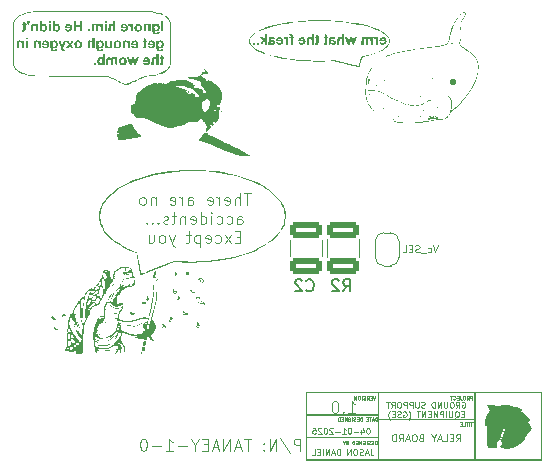
<source format=gbo>
%TF.GenerationSoftware,KiCad,Pcbnew,9.0.0*%
%TF.CreationDate,2025-04-09T17:27:32-07:00*%
%TF.ProjectId,Relay Board,52656c61-7920-4426-9f61-72642e6b6963,rev?*%
%TF.SameCoordinates,Original*%
%TF.FileFunction,Legend,Bot*%
%TF.FilePolarity,Positive*%
%FSLAX46Y46*%
G04 Gerber Fmt 4.6, Leading zero omitted, Abs format (unit mm)*
G04 Created by KiCad (PCBNEW 9.0.0) date 2025-04-09 17:27:32*
%MOMM*%
%LPD*%
G01*
G04 APERTURE LIST*
G04 Aperture macros list*
%AMRoundRect*
0 Rectangle with rounded corners*
0 $1 Rounding radius*
0 $2 $3 $4 $5 $6 $7 $8 $9 X,Y pos of 4 corners*
0 Add a 4 corners polygon primitive as box body*
4,1,4,$2,$3,$4,$5,$6,$7,$8,$9,$2,$3,0*
0 Add four circle primitives for the rounded corners*
1,1,$1+$1,$2,$3*
1,1,$1+$1,$4,$5*
1,1,$1+$1,$6,$7*
1,1,$1+$1,$8,$9*
0 Add four rect primitives between the rounded corners*
20,1,$1+$1,$2,$3,$4,$5,0*
20,1,$1+$1,$4,$5,$6,$7,0*
20,1,$1+$1,$6,$7,$8,$9,0*
20,1,$1+$1,$8,$9,$2,$3,0*%
%AMFreePoly0*
4,1,23,0.500000,-0.750000,0.000000,-0.750000,0.000000,-0.745722,-0.065263,-0.745722,-0.191342,-0.711940,-0.304381,-0.646677,-0.396677,-0.554381,-0.461940,-0.441342,-0.495722,-0.315263,-0.495722,-0.250000,-0.500000,-0.250000,-0.500000,0.250000,-0.495722,0.250000,-0.495722,0.315263,-0.461940,0.441342,-0.396677,0.554381,-0.304381,0.646677,-0.191342,0.711940,-0.065263,0.745722,0.000000,0.745722,
0.000000,0.750000,0.500000,0.750000,0.500000,-0.750000,0.500000,-0.750000,$1*%
%AMFreePoly1*
4,1,23,0.000000,0.745722,0.065263,0.745722,0.191342,0.711940,0.304381,0.646677,0.396677,0.554381,0.461940,0.441342,0.495722,0.315263,0.495722,0.250000,0.500000,0.250000,0.500000,-0.250000,0.495722,-0.250000,0.495722,-0.315263,0.461940,-0.441342,0.396677,-0.554381,0.304381,-0.646677,0.191342,-0.711940,0.065263,-0.745722,0.000000,-0.745722,0.000000,-0.750000,-0.500000,-0.750000,
-0.500000,0.750000,0.000000,0.750000,0.000000,0.745722,0.000000,0.745722,$1*%
G04 Aperture macros list end*
%ADD10C,0.100000*%
%ADD11C,0.150000*%
%ADD12C,0.075000*%
%ADD13C,0.120000*%
%ADD14C,0.000000*%
%ADD15FreePoly0,270.000000*%
%ADD16FreePoly1,270.000000*%
%ADD17RoundRect,0.250000X-1.075000X0.400000X-1.075000X-0.400000X1.075000X-0.400000X1.075000X0.400000X0*%
%ADD18RoundRect,0.250000X1.100000X-0.412500X1.100000X0.412500X-1.100000X0.412500X-1.100000X-0.412500X0*%
%ADD19C,2.000000*%
%ADD20R,1.170000X1.170000*%
%ADD21C,1.170000*%
%ADD22C,2.560000*%
%ADD23R,2.400000X2.400000*%
%ADD24C,2.400000*%
%ADD25C,6.000000*%
G04 APERTURE END LIST*
D10*
X137985714Y-130672371D02*
X137785714Y-131272371D01*
X137785714Y-131272371D02*
X137585714Y-130672371D01*
X137128571Y-131243800D02*
X137185713Y-131272371D01*
X137185713Y-131272371D02*
X137299999Y-131272371D01*
X137299999Y-131272371D02*
X137357142Y-131243800D01*
X137357142Y-131243800D02*
X137385713Y-131215228D01*
X137385713Y-131215228D02*
X137414285Y-131158085D01*
X137414285Y-131158085D02*
X137414285Y-130986657D01*
X137414285Y-130986657D02*
X137385713Y-130929514D01*
X137385713Y-130929514D02*
X137357142Y-130900942D01*
X137357142Y-130900942D02*
X137299999Y-130872371D01*
X137299999Y-130872371D02*
X137185713Y-130872371D01*
X137185713Y-130872371D02*
X137128571Y-130900942D01*
X137014285Y-131329514D02*
X136557142Y-131329514D01*
X136442856Y-131243800D02*
X136357142Y-131272371D01*
X136357142Y-131272371D02*
X136214284Y-131272371D01*
X136214284Y-131272371D02*
X136157142Y-131243800D01*
X136157142Y-131243800D02*
X136128570Y-131215228D01*
X136128570Y-131215228D02*
X136099999Y-131158085D01*
X136099999Y-131158085D02*
X136099999Y-131100942D01*
X136099999Y-131100942D02*
X136128570Y-131043800D01*
X136128570Y-131043800D02*
X136157142Y-131015228D01*
X136157142Y-131015228D02*
X136214284Y-130986657D01*
X136214284Y-130986657D02*
X136328570Y-130958085D01*
X136328570Y-130958085D02*
X136385713Y-130929514D01*
X136385713Y-130929514D02*
X136414284Y-130900942D01*
X136414284Y-130900942D02*
X136442856Y-130843800D01*
X136442856Y-130843800D02*
X136442856Y-130786657D01*
X136442856Y-130786657D02*
X136414284Y-130729514D01*
X136414284Y-130729514D02*
X136385713Y-130700942D01*
X136385713Y-130700942D02*
X136328570Y-130672371D01*
X136328570Y-130672371D02*
X136185713Y-130672371D01*
X136185713Y-130672371D02*
X136099999Y-130700942D01*
X135842855Y-130958085D02*
X135642855Y-130958085D01*
X135557141Y-131272371D02*
X135842855Y-131272371D01*
X135842855Y-131272371D02*
X135842855Y-130672371D01*
X135842855Y-130672371D02*
X135557141Y-130672371D01*
X135014284Y-131272371D02*
X135299998Y-131272371D01*
X135299998Y-131272371D02*
X135299998Y-130672371D01*
X132296925Y-147926109D02*
X132296925Y-148283252D01*
X132296925Y-148283252D02*
X132320734Y-148354680D01*
X132320734Y-148354680D02*
X132368353Y-148402300D01*
X132368353Y-148402300D02*
X132439782Y-148426109D01*
X132439782Y-148426109D02*
X132487401Y-148426109D01*
X132082639Y-148283252D02*
X131844544Y-148283252D01*
X132130258Y-148426109D02*
X131963592Y-147926109D01*
X131963592Y-147926109D02*
X131796925Y-148426109D01*
X131654068Y-148402300D02*
X131582640Y-148426109D01*
X131582640Y-148426109D02*
X131463592Y-148426109D01*
X131463592Y-148426109D02*
X131415973Y-148402300D01*
X131415973Y-148402300D02*
X131392164Y-148378490D01*
X131392164Y-148378490D02*
X131368354Y-148330871D01*
X131368354Y-148330871D02*
X131368354Y-148283252D01*
X131368354Y-148283252D02*
X131392164Y-148235633D01*
X131392164Y-148235633D02*
X131415973Y-148211823D01*
X131415973Y-148211823D02*
X131463592Y-148188014D01*
X131463592Y-148188014D02*
X131558830Y-148164204D01*
X131558830Y-148164204D02*
X131606449Y-148140395D01*
X131606449Y-148140395D02*
X131630259Y-148116585D01*
X131630259Y-148116585D02*
X131654068Y-148068966D01*
X131654068Y-148068966D02*
X131654068Y-148021347D01*
X131654068Y-148021347D02*
X131630259Y-147973728D01*
X131630259Y-147973728D02*
X131606449Y-147949919D01*
X131606449Y-147949919D02*
X131558830Y-147926109D01*
X131558830Y-147926109D02*
X131439783Y-147926109D01*
X131439783Y-147926109D02*
X131368354Y-147949919D01*
X131058831Y-147926109D02*
X130963593Y-147926109D01*
X130963593Y-147926109D02*
X130915974Y-147949919D01*
X130915974Y-147949919D02*
X130868355Y-147997538D01*
X130868355Y-147997538D02*
X130844545Y-148092776D01*
X130844545Y-148092776D02*
X130844545Y-148259442D01*
X130844545Y-148259442D02*
X130868355Y-148354680D01*
X130868355Y-148354680D02*
X130915974Y-148402300D01*
X130915974Y-148402300D02*
X130963593Y-148426109D01*
X130963593Y-148426109D02*
X131058831Y-148426109D01*
X131058831Y-148426109D02*
X131106450Y-148402300D01*
X131106450Y-148402300D02*
X131154069Y-148354680D01*
X131154069Y-148354680D02*
X131177878Y-148259442D01*
X131177878Y-148259442D02*
X131177878Y-148092776D01*
X131177878Y-148092776D02*
X131154069Y-147997538D01*
X131154069Y-147997538D02*
X131106450Y-147949919D01*
X131106450Y-147949919D02*
X131058831Y-147926109D01*
X130630259Y-148426109D02*
X130630259Y-147926109D01*
X130630259Y-147926109D02*
X130344545Y-148426109D01*
X130344545Y-148426109D02*
X130344545Y-147926109D01*
X129725497Y-148426109D02*
X129725497Y-147926109D01*
X129725497Y-147926109D02*
X129606449Y-147926109D01*
X129606449Y-147926109D02*
X129535021Y-147949919D01*
X129535021Y-147949919D02*
X129487402Y-147997538D01*
X129487402Y-147997538D02*
X129463592Y-148045157D01*
X129463592Y-148045157D02*
X129439783Y-148140395D01*
X129439783Y-148140395D02*
X129439783Y-148211823D01*
X129439783Y-148211823D02*
X129463592Y-148307061D01*
X129463592Y-148307061D02*
X129487402Y-148354680D01*
X129487402Y-148354680D02*
X129535021Y-148402300D01*
X129535021Y-148402300D02*
X129606449Y-148426109D01*
X129606449Y-148426109D02*
X129725497Y-148426109D01*
X129249306Y-148283252D02*
X129011211Y-148283252D01*
X129296925Y-148426109D02*
X129130259Y-147926109D01*
X129130259Y-147926109D02*
X128963592Y-148426109D01*
X128796926Y-148426109D02*
X128796926Y-147926109D01*
X128796926Y-147926109D02*
X128511212Y-148426109D01*
X128511212Y-148426109D02*
X128511212Y-147926109D01*
X128273116Y-148426109D02*
X128273116Y-147926109D01*
X128035021Y-148164204D02*
X127868354Y-148164204D01*
X127796926Y-148426109D02*
X128035021Y-148426109D01*
X128035021Y-148426109D02*
X128035021Y-147926109D01*
X128035021Y-147926109D02*
X127796926Y-147926109D01*
X127344545Y-148426109D02*
X127582640Y-148426109D01*
X127582640Y-148426109D02*
X127582640Y-147926109D01*
X132109522Y-146126109D02*
X132061903Y-146126109D01*
X132061903Y-146126109D02*
X132014284Y-146149919D01*
X132014284Y-146149919D02*
X131990474Y-146173728D01*
X131990474Y-146173728D02*
X131966665Y-146221347D01*
X131966665Y-146221347D02*
X131942855Y-146316585D01*
X131942855Y-146316585D02*
X131942855Y-146435633D01*
X131942855Y-146435633D02*
X131966665Y-146530871D01*
X131966665Y-146530871D02*
X131990474Y-146578490D01*
X131990474Y-146578490D02*
X132014284Y-146602300D01*
X132014284Y-146602300D02*
X132061903Y-146626109D01*
X132061903Y-146626109D02*
X132109522Y-146626109D01*
X132109522Y-146626109D02*
X132157141Y-146602300D01*
X132157141Y-146602300D02*
X132180950Y-146578490D01*
X132180950Y-146578490D02*
X132204760Y-146530871D01*
X132204760Y-146530871D02*
X132228569Y-146435633D01*
X132228569Y-146435633D02*
X132228569Y-146316585D01*
X132228569Y-146316585D02*
X132204760Y-146221347D01*
X132204760Y-146221347D02*
X132180950Y-146173728D01*
X132180950Y-146173728D02*
X132157141Y-146149919D01*
X132157141Y-146149919D02*
X132109522Y-146126109D01*
X131514284Y-146292776D02*
X131514284Y-146626109D01*
X131633332Y-146102300D02*
X131752379Y-146459442D01*
X131752379Y-146459442D02*
X131442856Y-146459442D01*
X131252380Y-146435633D02*
X130871428Y-146435633D01*
X130538094Y-146126109D02*
X130490475Y-146126109D01*
X130490475Y-146126109D02*
X130442856Y-146149919D01*
X130442856Y-146149919D02*
X130419046Y-146173728D01*
X130419046Y-146173728D02*
X130395237Y-146221347D01*
X130395237Y-146221347D02*
X130371427Y-146316585D01*
X130371427Y-146316585D02*
X130371427Y-146435633D01*
X130371427Y-146435633D02*
X130395237Y-146530871D01*
X130395237Y-146530871D02*
X130419046Y-146578490D01*
X130419046Y-146578490D02*
X130442856Y-146602300D01*
X130442856Y-146602300D02*
X130490475Y-146626109D01*
X130490475Y-146626109D02*
X130538094Y-146626109D01*
X130538094Y-146626109D02*
X130585713Y-146602300D01*
X130585713Y-146602300D02*
X130609522Y-146578490D01*
X130609522Y-146578490D02*
X130633332Y-146530871D01*
X130633332Y-146530871D02*
X130657141Y-146435633D01*
X130657141Y-146435633D02*
X130657141Y-146316585D01*
X130657141Y-146316585D02*
X130633332Y-146221347D01*
X130633332Y-146221347D02*
X130609522Y-146173728D01*
X130609522Y-146173728D02*
X130585713Y-146149919D01*
X130585713Y-146149919D02*
X130538094Y-146126109D01*
X129895237Y-146626109D02*
X130180951Y-146626109D01*
X130038094Y-146626109D02*
X130038094Y-146126109D01*
X130038094Y-146126109D02*
X130085713Y-146197538D01*
X130085713Y-146197538D02*
X130133332Y-146245157D01*
X130133332Y-146245157D02*
X130180951Y-146268966D01*
X129680952Y-146435633D02*
X129300000Y-146435633D01*
X129085713Y-146173728D02*
X129061904Y-146149919D01*
X129061904Y-146149919D02*
X129014285Y-146126109D01*
X129014285Y-146126109D02*
X128895237Y-146126109D01*
X128895237Y-146126109D02*
X128847618Y-146149919D01*
X128847618Y-146149919D02*
X128823809Y-146173728D01*
X128823809Y-146173728D02*
X128799999Y-146221347D01*
X128799999Y-146221347D02*
X128799999Y-146268966D01*
X128799999Y-146268966D02*
X128823809Y-146340395D01*
X128823809Y-146340395D02*
X129109523Y-146626109D01*
X129109523Y-146626109D02*
X128799999Y-146626109D01*
X128490476Y-146126109D02*
X128442857Y-146126109D01*
X128442857Y-146126109D02*
X128395238Y-146149919D01*
X128395238Y-146149919D02*
X128371428Y-146173728D01*
X128371428Y-146173728D02*
X128347619Y-146221347D01*
X128347619Y-146221347D02*
X128323809Y-146316585D01*
X128323809Y-146316585D02*
X128323809Y-146435633D01*
X128323809Y-146435633D02*
X128347619Y-146530871D01*
X128347619Y-146530871D02*
X128371428Y-146578490D01*
X128371428Y-146578490D02*
X128395238Y-146602300D01*
X128395238Y-146602300D02*
X128442857Y-146626109D01*
X128442857Y-146626109D02*
X128490476Y-146626109D01*
X128490476Y-146626109D02*
X128538095Y-146602300D01*
X128538095Y-146602300D02*
X128561904Y-146578490D01*
X128561904Y-146578490D02*
X128585714Y-146530871D01*
X128585714Y-146530871D02*
X128609523Y-146435633D01*
X128609523Y-146435633D02*
X128609523Y-146316585D01*
X128609523Y-146316585D02*
X128585714Y-146221347D01*
X128585714Y-146221347D02*
X128561904Y-146173728D01*
X128561904Y-146173728D02*
X128538095Y-146149919D01*
X128538095Y-146149919D02*
X128490476Y-146126109D01*
X128133333Y-146173728D02*
X128109524Y-146149919D01*
X128109524Y-146149919D02*
X128061905Y-146126109D01*
X128061905Y-146126109D02*
X127942857Y-146126109D01*
X127942857Y-146126109D02*
X127895238Y-146149919D01*
X127895238Y-146149919D02*
X127871429Y-146173728D01*
X127871429Y-146173728D02*
X127847619Y-146221347D01*
X127847619Y-146221347D02*
X127847619Y-146268966D01*
X127847619Y-146268966D02*
X127871429Y-146340395D01*
X127871429Y-146340395D02*
X128157143Y-146626109D01*
X128157143Y-146626109D02*
X127847619Y-146626109D01*
X127395239Y-146126109D02*
X127633334Y-146126109D01*
X127633334Y-146126109D02*
X127657143Y-146364204D01*
X127657143Y-146364204D02*
X127633334Y-146340395D01*
X127633334Y-146340395D02*
X127585715Y-146316585D01*
X127585715Y-146316585D02*
X127466667Y-146316585D01*
X127466667Y-146316585D02*
X127419048Y-146340395D01*
X127419048Y-146340395D02*
X127395239Y-146364204D01*
X127395239Y-146364204D02*
X127371429Y-146411823D01*
X127371429Y-146411823D02*
X127371429Y-146530871D01*
X127371429Y-146530871D02*
X127395239Y-146578490D01*
X127395239Y-146578490D02*
X127419048Y-146602300D01*
X127419048Y-146602300D02*
X127466667Y-146626109D01*
X127466667Y-146626109D02*
X127585715Y-146626109D01*
X127585715Y-146626109D02*
X127633334Y-146602300D01*
X127633334Y-146602300D02*
X127657143Y-146578490D01*
X130428571Y-144857419D02*
X130999999Y-144857419D01*
X130714285Y-144857419D02*
X130714285Y-143857419D01*
X130714285Y-143857419D02*
X130809523Y-144000276D01*
X130809523Y-144000276D02*
X130904761Y-144095514D01*
X130904761Y-144095514D02*
X130999999Y-144143133D01*
X129999999Y-144762180D02*
X129952380Y-144809800D01*
X129952380Y-144809800D02*
X129999999Y-144857419D01*
X129999999Y-144857419D02*
X130047618Y-144809800D01*
X130047618Y-144809800D02*
X129999999Y-144762180D01*
X129999999Y-144762180D02*
X129999999Y-144857419D01*
X129333333Y-143857419D02*
X129238095Y-143857419D01*
X129238095Y-143857419D02*
X129142857Y-143905038D01*
X129142857Y-143905038D02*
X129095238Y-143952657D01*
X129095238Y-143952657D02*
X129047619Y-144047895D01*
X129047619Y-144047895D02*
X129000000Y-144238371D01*
X129000000Y-144238371D02*
X129000000Y-144476466D01*
X129000000Y-144476466D02*
X129047619Y-144666942D01*
X129047619Y-144666942D02*
X129095238Y-144762180D01*
X129095238Y-144762180D02*
X129142857Y-144809800D01*
X129142857Y-144809800D02*
X129238095Y-144857419D01*
X129238095Y-144857419D02*
X129333333Y-144857419D01*
X129333333Y-144857419D02*
X129428571Y-144809800D01*
X129428571Y-144809800D02*
X129476190Y-144762180D01*
X129476190Y-144762180D02*
X129523809Y-144666942D01*
X129523809Y-144666942D02*
X129571428Y-144476466D01*
X129571428Y-144476466D02*
X129571428Y-144238371D01*
X129571428Y-144238371D02*
X129523809Y-144047895D01*
X129523809Y-144047895D02*
X129476190Y-143952657D01*
X129476190Y-143952657D02*
X129428571Y-143905038D01*
X129428571Y-143905038D02*
X129333333Y-143857419D01*
X139542856Y-147272371D02*
X139742856Y-146986657D01*
X139885713Y-147272371D02*
X139885713Y-146672371D01*
X139885713Y-146672371D02*
X139657142Y-146672371D01*
X139657142Y-146672371D02*
X139599999Y-146700942D01*
X139599999Y-146700942D02*
X139571428Y-146729514D01*
X139571428Y-146729514D02*
X139542856Y-146786657D01*
X139542856Y-146786657D02*
X139542856Y-146872371D01*
X139542856Y-146872371D02*
X139571428Y-146929514D01*
X139571428Y-146929514D02*
X139599999Y-146958085D01*
X139599999Y-146958085D02*
X139657142Y-146986657D01*
X139657142Y-146986657D02*
X139885713Y-146986657D01*
X139285713Y-146958085D02*
X139085713Y-146958085D01*
X138999999Y-147272371D02*
X139285713Y-147272371D01*
X139285713Y-147272371D02*
X139285713Y-146672371D01*
X139285713Y-146672371D02*
X138999999Y-146672371D01*
X138457142Y-147272371D02*
X138742856Y-147272371D01*
X138742856Y-147272371D02*
X138742856Y-146672371D01*
X138285714Y-147100942D02*
X138000000Y-147100942D01*
X138342857Y-147272371D02*
X138142857Y-146672371D01*
X138142857Y-146672371D02*
X137942857Y-147272371D01*
X137628571Y-146986657D02*
X137628571Y-147272371D01*
X137828571Y-146672371D02*
X137628571Y-146986657D01*
X137628571Y-146986657D02*
X137428571Y-146672371D01*
X136571427Y-146958085D02*
X136485713Y-146986657D01*
X136485713Y-146986657D02*
X136457142Y-147015228D01*
X136457142Y-147015228D02*
X136428570Y-147072371D01*
X136428570Y-147072371D02*
X136428570Y-147158085D01*
X136428570Y-147158085D02*
X136457142Y-147215228D01*
X136457142Y-147215228D02*
X136485713Y-147243800D01*
X136485713Y-147243800D02*
X136542856Y-147272371D01*
X136542856Y-147272371D02*
X136771427Y-147272371D01*
X136771427Y-147272371D02*
X136771427Y-146672371D01*
X136771427Y-146672371D02*
X136571427Y-146672371D01*
X136571427Y-146672371D02*
X136514285Y-146700942D01*
X136514285Y-146700942D02*
X136485713Y-146729514D01*
X136485713Y-146729514D02*
X136457142Y-146786657D01*
X136457142Y-146786657D02*
X136457142Y-146843800D01*
X136457142Y-146843800D02*
X136485713Y-146900942D01*
X136485713Y-146900942D02*
X136514285Y-146929514D01*
X136514285Y-146929514D02*
X136571427Y-146958085D01*
X136571427Y-146958085D02*
X136771427Y-146958085D01*
X136057142Y-146672371D02*
X135942856Y-146672371D01*
X135942856Y-146672371D02*
X135885713Y-146700942D01*
X135885713Y-146700942D02*
X135828570Y-146758085D01*
X135828570Y-146758085D02*
X135799999Y-146872371D01*
X135799999Y-146872371D02*
X135799999Y-147072371D01*
X135799999Y-147072371D02*
X135828570Y-147186657D01*
X135828570Y-147186657D02*
X135885713Y-147243800D01*
X135885713Y-147243800D02*
X135942856Y-147272371D01*
X135942856Y-147272371D02*
X136057142Y-147272371D01*
X136057142Y-147272371D02*
X136114285Y-147243800D01*
X136114285Y-147243800D02*
X136171427Y-147186657D01*
X136171427Y-147186657D02*
X136199999Y-147072371D01*
X136199999Y-147072371D02*
X136199999Y-146872371D01*
X136199999Y-146872371D02*
X136171427Y-146758085D01*
X136171427Y-146758085D02*
X136114285Y-146700942D01*
X136114285Y-146700942D02*
X136057142Y-146672371D01*
X135571428Y-147100942D02*
X135285714Y-147100942D01*
X135628571Y-147272371D02*
X135428571Y-146672371D01*
X135428571Y-146672371D02*
X135228571Y-147272371D01*
X134685713Y-147272371D02*
X134885713Y-146986657D01*
X135028570Y-147272371D02*
X135028570Y-146672371D01*
X135028570Y-146672371D02*
X134799999Y-146672371D01*
X134799999Y-146672371D02*
X134742856Y-146700942D01*
X134742856Y-146700942D02*
X134714285Y-146729514D01*
X134714285Y-146729514D02*
X134685713Y-146786657D01*
X134685713Y-146786657D02*
X134685713Y-146872371D01*
X134685713Y-146872371D02*
X134714285Y-146929514D01*
X134714285Y-146929514D02*
X134742856Y-146958085D01*
X134742856Y-146958085D02*
X134799999Y-146986657D01*
X134799999Y-146986657D02*
X135028570Y-146986657D01*
X134428570Y-147272371D02*
X134428570Y-146672371D01*
X134428570Y-146672371D02*
X134285713Y-146672371D01*
X134285713Y-146672371D02*
X134199999Y-146700942D01*
X134199999Y-146700942D02*
X134142856Y-146758085D01*
X134142856Y-146758085D02*
X134114285Y-146815228D01*
X134114285Y-146815228D02*
X134085713Y-146929514D01*
X134085713Y-146929514D02*
X134085713Y-147015228D01*
X134085713Y-147015228D02*
X134114285Y-147129514D01*
X134114285Y-147129514D02*
X134142856Y-147186657D01*
X134142856Y-147186657D02*
X134199999Y-147243800D01*
X134199999Y-147243800D02*
X134285713Y-147272371D01*
X134285713Y-147272371D02*
X134428570Y-147272371D01*
X140047619Y-143947433D02*
X140095238Y-143923623D01*
X140095238Y-143923623D02*
X140166667Y-143923623D01*
X140166667Y-143923623D02*
X140238095Y-143947433D01*
X140238095Y-143947433D02*
X140285714Y-143995052D01*
X140285714Y-143995052D02*
X140309524Y-144042671D01*
X140309524Y-144042671D02*
X140333333Y-144137909D01*
X140333333Y-144137909D02*
X140333333Y-144209337D01*
X140333333Y-144209337D02*
X140309524Y-144304575D01*
X140309524Y-144304575D02*
X140285714Y-144352194D01*
X140285714Y-144352194D02*
X140238095Y-144399814D01*
X140238095Y-144399814D02*
X140166667Y-144423623D01*
X140166667Y-144423623D02*
X140119048Y-144423623D01*
X140119048Y-144423623D02*
X140047619Y-144399814D01*
X140047619Y-144399814D02*
X140023810Y-144376004D01*
X140023810Y-144376004D02*
X140023810Y-144209337D01*
X140023810Y-144209337D02*
X140119048Y-144209337D01*
X139523810Y-144423623D02*
X139690476Y-144185528D01*
X139809524Y-144423623D02*
X139809524Y-143923623D01*
X139809524Y-143923623D02*
X139619048Y-143923623D01*
X139619048Y-143923623D02*
X139571429Y-143947433D01*
X139571429Y-143947433D02*
X139547619Y-143971242D01*
X139547619Y-143971242D02*
X139523810Y-144018861D01*
X139523810Y-144018861D02*
X139523810Y-144090290D01*
X139523810Y-144090290D02*
X139547619Y-144137909D01*
X139547619Y-144137909D02*
X139571429Y-144161718D01*
X139571429Y-144161718D02*
X139619048Y-144185528D01*
X139619048Y-144185528D02*
X139809524Y-144185528D01*
X139214286Y-143923623D02*
X139119048Y-143923623D01*
X139119048Y-143923623D02*
X139071429Y-143947433D01*
X139071429Y-143947433D02*
X139023810Y-143995052D01*
X139023810Y-143995052D02*
X139000000Y-144090290D01*
X139000000Y-144090290D02*
X139000000Y-144256956D01*
X139000000Y-144256956D02*
X139023810Y-144352194D01*
X139023810Y-144352194D02*
X139071429Y-144399814D01*
X139071429Y-144399814D02*
X139119048Y-144423623D01*
X139119048Y-144423623D02*
X139214286Y-144423623D01*
X139214286Y-144423623D02*
X139261905Y-144399814D01*
X139261905Y-144399814D02*
X139309524Y-144352194D01*
X139309524Y-144352194D02*
X139333333Y-144256956D01*
X139333333Y-144256956D02*
X139333333Y-144090290D01*
X139333333Y-144090290D02*
X139309524Y-143995052D01*
X139309524Y-143995052D02*
X139261905Y-143947433D01*
X139261905Y-143947433D02*
X139214286Y-143923623D01*
X138785714Y-143923623D02*
X138785714Y-144328385D01*
X138785714Y-144328385D02*
X138761904Y-144376004D01*
X138761904Y-144376004D02*
X138738095Y-144399814D01*
X138738095Y-144399814D02*
X138690476Y-144423623D01*
X138690476Y-144423623D02*
X138595238Y-144423623D01*
X138595238Y-144423623D02*
X138547619Y-144399814D01*
X138547619Y-144399814D02*
X138523809Y-144376004D01*
X138523809Y-144376004D02*
X138500000Y-144328385D01*
X138500000Y-144328385D02*
X138500000Y-143923623D01*
X138261904Y-144423623D02*
X138261904Y-143923623D01*
X138261904Y-143923623D02*
X137976190Y-144423623D01*
X137976190Y-144423623D02*
X137976190Y-143923623D01*
X137738094Y-144423623D02*
X137738094Y-143923623D01*
X137738094Y-143923623D02*
X137619046Y-143923623D01*
X137619046Y-143923623D02*
X137547618Y-143947433D01*
X137547618Y-143947433D02*
X137499999Y-143995052D01*
X137499999Y-143995052D02*
X137476189Y-144042671D01*
X137476189Y-144042671D02*
X137452380Y-144137909D01*
X137452380Y-144137909D02*
X137452380Y-144209337D01*
X137452380Y-144209337D02*
X137476189Y-144304575D01*
X137476189Y-144304575D02*
X137499999Y-144352194D01*
X137499999Y-144352194D02*
X137547618Y-144399814D01*
X137547618Y-144399814D02*
X137619046Y-144423623D01*
X137619046Y-144423623D02*
X137738094Y-144423623D01*
X136880951Y-144399814D02*
X136809523Y-144423623D01*
X136809523Y-144423623D02*
X136690475Y-144423623D01*
X136690475Y-144423623D02*
X136642856Y-144399814D01*
X136642856Y-144399814D02*
X136619047Y-144376004D01*
X136619047Y-144376004D02*
X136595237Y-144328385D01*
X136595237Y-144328385D02*
X136595237Y-144280766D01*
X136595237Y-144280766D02*
X136619047Y-144233147D01*
X136619047Y-144233147D02*
X136642856Y-144209337D01*
X136642856Y-144209337D02*
X136690475Y-144185528D01*
X136690475Y-144185528D02*
X136785713Y-144161718D01*
X136785713Y-144161718D02*
X136833332Y-144137909D01*
X136833332Y-144137909D02*
X136857142Y-144114099D01*
X136857142Y-144114099D02*
X136880951Y-144066480D01*
X136880951Y-144066480D02*
X136880951Y-144018861D01*
X136880951Y-144018861D02*
X136857142Y-143971242D01*
X136857142Y-143971242D02*
X136833332Y-143947433D01*
X136833332Y-143947433D02*
X136785713Y-143923623D01*
X136785713Y-143923623D02*
X136666666Y-143923623D01*
X136666666Y-143923623D02*
X136595237Y-143947433D01*
X136380952Y-143923623D02*
X136380952Y-144328385D01*
X136380952Y-144328385D02*
X136357142Y-144376004D01*
X136357142Y-144376004D02*
X136333333Y-144399814D01*
X136333333Y-144399814D02*
X136285714Y-144423623D01*
X136285714Y-144423623D02*
X136190476Y-144423623D01*
X136190476Y-144423623D02*
X136142857Y-144399814D01*
X136142857Y-144399814D02*
X136119047Y-144376004D01*
X136119047Y-144376004D02*
X136095238Y-144328385D01*
X136095238Y-144328385D02*
X136095238Y-143923623D01*
X135857142Y-144423623D02*
X135857142Y-143923623D01*
X135857142Y-143923623D02*
X135666666Y-143923623D01*
X135666666Y-143923623D02*
X135619047Y-143947433D01*
X135619047Y-143947433D02*
X135595237Y-143971242D01*
X135595237Y-143971242D02*
X135571428Y-144018861D01*
X135571428Y-144018861D02*
X135571428Y-144090290D01*
X135571428Y-144090290D02*
X135595237Y-144137909D01*
X135595237Y-144137909D02*
X135619047Y-144161718D01*
X135619047Y-144161718D02*
X135666666Y-144185528D01*
X135666666Y-144185528D02*
X135857142Y-144185528D01*
X135357142Y-144423623D02*
X135357142Y-143923623D01*
X135357142Y-143923623D02*
X135166666Y-143923623D01*
X135166666Y-143923623D02*
X135119047Y-143947433D01*
X135119047Y-143947433D02*
X135095237Y-143971242D01*
X135095237Y-143971242D02*
X135071428Y-144018861D01*
X135071428Y-144018861D02*
X135071428Y-144090290D01*
X135071428Y-144090290D02*
X135095237Y-144137909D01*
X135095237Y-144137909D02*
X135119047Y-144161718D01*
X135119047Y-144161718D02*
X135166666Y-144185528D01*
X135166666Y-144185528D02*
X135357142Y-144185528D01*
X134761904Y-143923623D02*
X134666666Y-143923623D01*
X134666666Y-143923623D02*
X134619047Y-143947433D01*
X134619047Y-143947433D02*
X134571428Y-143995052D01*
X134571428Y-143995052D02*
X134547618Y-144090290D01*
X134547618Y-144090290D02*
X134547618Y-144256956D01*
X134547618Y-144256956D02*
X134571428Y-144352194D01*
X134571428Y-144352194D02*
X134619047Y-144399814D01*
X134619047Y-144399814D02*
X134666666Y-144423623D01*
X134666666Y-144423623D02*
X134761904Y-144423623D01*
X134761904Y-144423623D02*
X134809523Y-144399814D01*
X134809523Y-144399814D02*
X134857142Y-144352194D01*
X134857142Y-144352194D02*
X134880951Y-144256956D01*
X134880951Y-144256956D02*
X134880951Y-144090290D01*
X134880951Y-144090290D02*
X134857142Y-143995052D01*
X134857142Y-143995052D02*
X134809523Y-143947433D01*
X134809523Y-143947433D02*
X134761904Y-143923623D01*
X134047618Y-144423623D02*
X134214284Y-144185528D01*
X134333332Y-144423623D02*
X134333332Y-143923623D01*
X134333332Y-143923623D02*
X134142856Y-143923623D01*
X134142856Y-143923623D02*
X134095237Y-143947433D01*
X134095237Y-143947433D02*
X134071427Y-143971242D01*
X134071427Y-143971242D02*
X134047618Y-144018861D01*
X134047618Y-144018861D02*
X134047618Y-144090290D01*
X134047618Y-144090290D02*
X134071427Y-144137909D01*
X134071427Y-144137909D02*
X134095237Y-144161718D01*
X134095237Y-144161718D02*
X134142856Y-144185528D01*
X134142856Y-144185528D02*
X134333332Y-144185528D01*
X133904760Y-143923623D02*
X133619046Y-143923623D01*
X133761903Y-144423623D02*
X133761903Y-143923623D01*
X140202380Y-144966690D02*
X140035713Y-144966690D01*
X139964285Y-145228595D02*
X140202380Y-145228595D01*
X140202380Y-145228595D02*
X140202380Y-144728595D01*
X140202380Y-144728595D02*
X139964285Y-144728595D01*
X139416666Y-145276214D02*
X139464285Y-145252405D01*
X139464285Y-145252405D02*
X139511904Y-145204786D01*
X139511904Y-145204786D02*
X139583332Y-145133357D01*
X139583332Y-145133357D02*
X139630951Y-145109547D01*
X139630951Y-145109547D02*
X139678570Y-145109547D01*
X139654761Y-145228595D02*
X139702380Y-145204786D01*
X139702380Y-145204786D02*
X139749999Y-145157166D01*
X139749999Y-145157166D02*
X139773808Y-145061928D01*
X139773808Y-145061928D02*
X139773808Y-144895262D01*
X139773808Y-144895262D02*
X139749999Y-144800024D01*
X139749999Y-144800024D02*
X139702380Y-144752405D01*
X139702380Y-144752405D02*
X139654761Y-144728595D01*
X139654761Y-144728595D02*
X139559523Y-144728595D01*
X139559523Y-144728595D02*
X139511904Y-144752405D01*
X139511904Y-144752405D02*
X139464285Y-144800024D01*
X139464285Y-144800024D02*
X139440475Y-144895262D01*
X139440475Y-144895262D02*
X139440475Y-145061928D01*
X139440475Y-145061928D02*
X139464285Y-145157166D01*
X139464285Y-145157166D02*
X139511904Y-145204786D01*
X139511904Y-145204786D02*
X139559523Y-145228595D01*
X139559523Y-145228595D02*
X139654761Y-145228595D01*
X139226189Y-144728595D02*
X139226189Y-145133357D01*
X139226189Y-145133357D02*
X139202379Y-145180976D01*
X139202379Y-145180976D02*
X139178570Y-145204786D01*
X139178570Y-145204786D02*
X139130951Y-145228595D01*
X139130951Y-145228595D02*
X139035713Y-145228595D01*
X139035713Y-145228595D02*
X138988094Y-145204786D01*
X138988094Y-145204786D02*
X138964284Y-145180976D01*
X138964284Y-145180976D02*
X138940475Y-145133357D01*
X138940475Y-145133357D02*
X138940475Y-144728595D01*
X138702379Y-145228595D02*
X138702379Y-144728595D01*
X138464284Y-145228595D02*
X138464284Y-144728595D01*
X138464284Y-144728595D02*
X138273808Y-144728595D01*
X138273808Y-144728595D02*
X138226189Y-144752405D01*
X138226189Y-144752405D02*
X138202379Y-144776214D01*
X138202379Y-144776214D02*
X138178570Y-144823833D01*
X138178570Y-144823833D02*
X138178570Y-144895262D01*
X138178570Y-144895262D02*
X138202379Y-144942881D01*
X138202379Y-144942881D02*
X138226189Y-144966690D01*
X138226189Y-144966690D02*
X138273808Y-144990500D01*
X138273808Y-144990500D02*
X138464284Y-144990500D01*
X137964284Y-145228595D02*
X137964284Y-144728595D01*
X137964284Y-144728595D02*
X137797617Y-145085738D01*
X137797617Y-145085738D02*
X137630951Y-144728595D01*
X137630951Y-144728595D02*
X137630951Y-145228595D01*
X137392855Y-144966690D02*
X137226188Y-144966690D01*
X137154760Y-145228595D02*
X137392855Y-145228595D01*
X137392855Y-145228595D02*
X137392855Y-144728595D01*
X137392855Y-144728595D02*
X137154760Y-144728595D01*
X136940474Y-145228595D02*
X136940474Y-144728595D01*
X136940474Y-144728595D02*
X136654760Y-145228595D01*
X136654760Y-145228595D02*
X136654760Y-144728595D01*
X136488092Y-144728595D02*
X136202378Y-144728595D01*
X136345235Y-145228595D02*
X136345235Y-144728595D01*
X135511903Y-145419071D02*
X135535712Y-145395262D01*
X135535712Y-145395262D02*
X135583331Y-145323833D01*
X135583331Y-145323833D02*
X135607141Y-145276214D01*
X135607141Y-145276214D02*
X135630950Y-145204786D01*
X135630950Y-145204786D02*
X135654760Y-145085738D01*
X135654760Y-145085738D02*
X135654760Y-144990500D01*
X135654760Y-144990500D02*
X135630950Y-144871452D01*
X135630950Y-144871452D02*
X135607141Y-144800024D01*
X135607141Y-144800024D02*
X135583331Y-144752405D01*
X135583331Y-144752405D02*
X135535712Y-144680976D01*
X135535712Y-144680976D02*
X135511903Y-144657166D01*
X135059522Y-144752405D02*
X135107141Y-144728595D01*
X135107141Y-144728595D02*
X135178570Y-144728595D01*
X135178570Y-144728595D02*
X135249998Y-144752405D01*
X135249998Y-144752405D02*
X135297617Y-144800024D01*
X135297617Y-144800024D02*
X135321427Y-144847643D01*
X135321427Y-144847643D02*
X135345236Y-144942881D01*
X135345236Y-144942881D02*
X135345236Y-145014309D01*
X135345236Y-145014309D02*
X135321427Y-145109547D01*
X135321427Y-145109547D02*
X135297617Y-145157166D01*
X135297617Y-145157166D02*
X135249998Y-145204786D01*
X135249998Y-145204786D02*
X135178570Y-145228595D01*
X135178570Y-145228595D02*
X135130951Y-145228595D01*
X135130951Y-145228595D02*
X135059522Y-145204786D01*
X135059522Y-145204786D02*
X135035713Y-145180976D01*
X135035713Y-145180976D02*
X135035713Y-145014309D01*
X135035713Y-145014309D02*
X135130951Y-145014309D01*
X134845236Y-145204786D02*
X134773808Y-145228595D01*
X134773808Y-145228595D02*
X134654760Y-145228595D01*
X134654760Y-145228595D02*
X134607141Y-145204786D01*
X134607141Y-145204786D02*
X134583332Y-145180976D01*
X134583332Y-145180976D02*
X134559522Y-145133357D01*
X134559522Y-145133357D02*
X134559522Y-145085738D01*
X134559522Y-145085738D02*
X134583332Y-145038119D01*
X134583332Y-145038119D02*
X134607141Y-145014309D01*
X134607141Y-145014309D02*
X134654760Y-144990500D01*
X134654760Y-144990500D02*
X134749998Y-144966690D01*
X134749998Y-144966690D02*
X134797617Y-144942881D01*
X134797617Y-144942881D02*
X134821427Y-144919071D01*
X134821427Y-144919071D02*
X134845236Y-144871452D01*
X134845236Y-144871452D02*
X134845236Y-144823833D01*
X134845236Y-144823833D02*
X134821427Y-144776214D01*
X134821427Y-144776214D02*
X134797617Y-144752405D01*
X134797617Y-144752405D02*
X134749998Y-144728595D01*
X134749998Y-144728595D02*
X134630951Y-144728595D01*
X134630951Y-144728595D02*
X134559522Y-144752405D01*
X134345237Y-144966690D02*
X134178570Y-144966690D01*
X134107142Y-145228595D02*
X134345237Y-145228595D01*
X134345237Y-145228595D02*
X134345237Y-144728595D01*
X134345237Y-144728595D02*
X134107142Y-144728595D01*
X133940475Y-145419071D02*
X133916665Y-145395262D01*
X133916665Y-145395262D02*
X133869046Y-145323833D01*
X133869046Y-145323833D02*
X133845237Y-145276214D01*
X133845237Y-145276214D02*
X133821427Y-145204786D01*
X133821427Y-145204786D02*
X133797618Y-145085738D01*
X133797618Y-145085738D02*
X133797618Y-144990500D01*
X133797618Y-144990500D02*
X133821427Y-144871452D01*
X133821427Y-144871452D02*
X133845237Y-144800024D01*
X133845237Y-144800024D02*
X133869046Y-144752405D01*
X133869046Y-144752405D02*
X133916665Y-144680976D01*
X133916665Y-144680976D02*
X133940475Y-144657166D01*
X126361904Y-148057419D02*
X126361904Y-147057419D01*
X126361904Y-147057419D02*
X125980952Y-147057419D01*
X125980952Y-147057419D02*
X125885714Y-147105038D01*
X125885714Y-147105038D02*
X125838095Y-147152657D01*
X125838095Y-147152657D02*
X125790476Y-147247895D01*
X125790476Y-147247895D02*
X125790476Y-147390752D01*
X125790476Y-147390752D02*
X125838095Y-147485990D01*
X125838095Y-147485990D02*
X125885714Y-147533609D01*
X125885714Y-147533609D02*
X125980952Y-147581228D01*
X125980952Y-147581228D02*
X126361904Y-147581228D01*
X124647619Y-147009800D02*
X125504761Y-148295514D01*
X124314285Y-148057419D02*
X124314285Y-147057419D01*
X124314285Y-147057419D02*
X123742857Y-148057419D01*
X123742857Y-148057419D02*
X123742857Y-147057419D01*
X123266666Y-147962180D02*
X123219047Y-148009800D01*
X123219047Y-148009800D02*
X123266666Y-148057419D01*
X123266666Y-148057419D02*
X123314285Y-148009800D01*
X123314285Y-148009800D02*
X123266666Y-147962180D01*
X123266666Y-147962180D02*
X123266666Y-148057419D01*
X123266666Y-147438371D02*
X123219047Y-147485990D01*
X123219047Y-147485990D02*
X123266666Y-147533609D01*
X123266666Y-147533609D02*
X123314285Y-147485990D01*
X123314285Y-147485990D02*
X123266666Y-147438371D01*
X123266666Y-147438371D02*
X123266666Y-147533609D01*
X122171428Y-147057419D02*
X121600000Y-147057419D01*
X121885714Y-148057419D02*
X121885714Y-147057419D01*
X121314285Y-147771704D02*
X120838095Y-147771704D01*
X121409523Y-148057419D02*
X121076190Y-147057419D01*
X121076190Y-147057419D02*
X120742857Y-148057419D01*
X120409523Y-148057419D02*
X120409523Y-147057419D01*
X120409523Y-147057419D02*
X119838095Y-148057419D01*
X119838095Y-148057419D02*
X119838095Y-147057419D01*
X119409523Y-147771704D02*
X118933333Y-147771704D01*
X119504761Y-148057419D02*
X119171428Y-147057419D01*
X119171428Y-147057419D02*
X118838095Y-148057419D01*
X118504761Y-147533609D02*
X118171428Y-147533609D01*
X118028571Y-148057419D02*
X118504761Y-148057419D01*
X118504761Y-148057419D02*
X118504761Y-147057419D01*
X118504761Y-147057419D02*
X118028571Y-147057419D01*
X117409523Y-147581228D02*
X117409523Y-148057419D01*
X117742856Y-147057419D02*
X117409523Y-147581228D01*
X117409523Y-147581228D02*
X117076190Y-147057419D01*
X116742856Y-147676466D02*
X115980952Y-147676466D01*
X114980952Y-148057419D02*
X115552380Y-148057419D01*
X115266666Y-148057419D02*
X115266666Y-147057419D01*
X115266666Y-147057419D02*
X115361904Y-147200276D01*
X115361904Y-147200276D02*
X115457142Y-147295514D01*
X115457142Y-147295514D02*
X115552380Y-147343133D01*
X114552380Y-147676466D02*
X113790476Y-147676466D01*
X113123809Y-147057419D02*
X113028571Y-147057419D01*
X113028571Y-147057419D02*
X112933333Y-147105038D01*
X112933333Y-147105038D02*
X112885714Y-147152657D01*
X112885714Y-147152657D02*
X112838095Y-147247895D01*
X112838095Y-147247895D02*
X112790476Y-147438371D01*
X112790476Y-147438371D02*
X112790476Y-147676466D01*
X112790476Y-147676466D02*
X112838095Y-147866942D01*
X112838095Y-147866942D02*
X112885714Y-147962180D01*
X112885714Y-147962180D02*
X112933333Y-148009800D01*
X112933333Y-148009800D02*
X113028571Y-148057419D01*
X113028571Y-148057419D02*
X113123809Y-148057419D01*
X113123809Y-148057419D02*
X113219047Y-148009800D01*
X113219047Y-148009800D02*
X113266666Y-147962180D01*
X113266666Y-147962180D02*
X113314285Y-147866942D01*
X113314285Y-147866942D02*
X113361904Y-147676466D01*
X113361904Y-147676466D02*
X113361904Y-147438371D01*
X113361904Y-147438371D02*
X113314285Y-147247895D01*
X113314285Y-147247895D02*
X113266666Y-147152657D01*
X113266666Y-147152657D02*
X113219047Y-147105038D01*
X113219047Y-147105038D02*
X113123809Y-147057419D01*
X122161905Y-126247475D02*
X121590477Y-126247475D01*
X121876191Y-127247475D02*
X121876191Y-126247475D01*
X121257143Y-127247475D02*
X121257143Y-126247475D01*
X120828572Y-127247475D02*
X120828572Y-126723665D01*
X120828572Y-126723665D02*
X120876191Y-126628427D01*
X120876191Y-126628427D02*
X120971429Y-126580808D01*
X120971429Y-126580808D02*
X121114286Y-126580808D01*
X121114286Y-126580808D02*
X121209524Y-126628427D01*
X121209524Y-126628427D02*
X121257143Y-126676046D01*
X119971429Y-127199856D02*
X120066667Y-127247475D01*
X120066667Y-127247475D02*
X120257143Y-127247475D01*
X120257143Y-127247475D02*
X120352381Y-127199856D01*
X120352381Y-127199856D02*
X120400000Y-127104617D01*
X120400000Y-127104617D02*
X120400000Y-126723665D01*
X120400000Y-126723665D02*
X120352381Y-126628427D01*
X120352381Y-126628427D02*
X120257143Y-126580808D01*
X120257143Y-126580808D02*
X120066667Y-126580808D01*
X120066667Y-126580808D02*
X119971429Y-126628427D01*
X119971429Y-126628427D02*
X119923810Y-126723665D01*
X119923810Y-126723665D02*
X119923810Y-126818903D01*
X119923810Y-126818903D02*
X120400000Y-126914141D01*
X119495238Y-127247475D02*
X119495238Y-126580808D01*
X119495238Y-126771284D02*
X119447619Y-126676046D01*
X119447619Y-126676046D02*
X119400000Y-126628427D01*
X119400000Y-126628427D02*
X119304762Y-126580808D01*
X119304762Y-126580808D02*
X119209524Y-126580808D01*
X118495238Y-127199856D02*
X118590476Y-127247475D01*
X118590476Y-127247475D02*
X118780952Y-127247475D01*
X118780952Y-127247475D02*
X118876190Y-127199856D01*
X118876190Y-127199856D02*
X118923809Y-127104617D01*
X118923809Y-127104617D02*
X118923809Y-126723665D01*
X118923809Y-126723665D02*
X118876190Y-126628427D01*
X118876190Y-126628427D02*
X118780952Y-126580808D01*
X118780952Y-126580808D02*
X118590476Y-126580808D01*
X118590476Y-126580808D02*
X118495238Y-126628427D01*
X118495238Y-126628427D02*
X118447619Y-126723665D01*
X118447619Y-126723665D02*
X118447619Y-126818903D01*
X118447619Y-126818903D02*
X118923809Y-126914141D01*
X116828571Y-127247475D02*
X116828571Y-126723665D01*
X116828571Y-126723665D02*
X116876190Y-126628427D01*
X116876190Y-126628427D02*
X116971428Y-126580808D01*
X116971428Y-126580808D02*
X117161904Y-126580808D01*
X117161904Y-126580808D02*
X117257142Y-126628427D01*
X116828571Y-127199856D02*
X116923809Y-127247475D01*
X116923809Y-127247475D02*
X117161904Y-127247475D01*
X117161904Y-127247475D02*
X117257142Y-127199856D01*
X117257142Y-127199856D02*
X117304761Y-127104617D01*
X117304761Y-127104617D02*
X117304761Y-127009379D01*
X117304761Y-127009379D02*
X117257142Y-126914141D01*
X117257142Y-126914141D02*
X117161904Y-126866522D01*
X117161904Y-126866522D02*
X116923809Y-126866522D01*
X116923809Y-126866522D02*
X116828571Y-126818903D01*
X116352380Y-127247475D02*
X116352380Y-126580808D01*
X116352380Y-126771284D02*
X116304761Y-126676046D01*
X116304761Y-126676046D02*
X116257142Y-126628427D01*
X116257142Y-126628427D02*
X116161904Y-126580808D01*
X116161904Y-126580808D02*
X116066666Y-126580808D01*
X115352380Y-127199856D02*
X115447618Y-127247475D01*
X115447618Y-127247475D02*
X115638094Y-127247475D01*
X115638094Y-127247475D02*
X115733332Y-127199856D01*
X115733332Y-127199856D02*
X115780951Y-127104617D01*
X115780951Y-127104617D02*
X115780951Y-126723665D01*
X115780951Y-126723665D02*
X115733332Y-126628427D01*
X115733332Y-126628427D02*
X115638094Y-126580808D01*
X115638094Y-126580808D02*
X115447618Y-126580808D01*
X115447618Y-126580808D02*
X115352380Y-126628427D01*
X115352380Y-126628427D02*
X115304761Y-126723665D01*
X115304761Y-126723665D02*
X115304761Y-126818903D01*
X115304761Y-126818903D02*
X115780951Y-126914141D01*
X114114284Y-126580808D02*
X114114284Y-127247475D01*
X114114284Y-126676046D02*
X114066665Y-126628427D01*
X114066665Y-126628427D02*
X113971427Y-126580808D01*
X113971427Y-126580808D02*
X113828570Y-126580808D01*
X113828570Y-126580808D02*
X113733332Y-126628427D01*
X113733332Y-126628427D02*
X113685713Y-126723665D01*
X113685713Y-126723665D02*
X113685713Y-127247475D01*
X113066665Y-127247475D02*
X113161903Y-127199856D01*
X113161903Y-127199856D02*
X113209522Y-127152236D01*
X113209522Y-127152236D02*
X113257141Y-127056998D01*
X113257141Y-127056998D02*
X113257141Y-126771284D01*
X113257141Y-126771284D02*
X113209522Y-126676046D01*
X113209522Y-126676046D02*
X113161903Y-126628427D01*
X113161903Y-126628427D02*
X113066665Y-126580808D01*
X113066665Y-126580808D02*
X112923808Y-126580808D01*
X112923808Y-126580808D02*
X112828570Y-126628427D01*
X112828570Y-126628427D02*
X112780951Y-126676046D01*
X112780951Y-126676046D02*
X112733332Y-126771284D01*
X112733332Y-126771284D02*
X112733332Y-127056998D01*
X112733332Y-127056998D02*
X112780951Y-127152236D01*
X112780951Y-127152236D02*
X112828570Y-127199856D01*
X112828570Y-127199856D02*
X112923808Y-127247475D01*
X112923808Y-127247475D02*
X113066665Y-127247475D01*
X121019047Y-128857419D02*
X121019047Y-128333609D01*
X121019047Y-128333609D02*
X121066666Y-128238371D01*
X121066666Y-128238371D02*
X121161904Y-128190752D01*
X121161904Y-128190752D02*
X121352380Y-128190752D01*
X121352380Y-128190752D02*
X121447618Y-128238371D01*
X121019047Y-128809800D02*
X121114285Y-128857419D01*
X121114285Y-128857419D02*
X121352380Y-128857419D01*
X121352380Y-128857419D02*
X121447618Y-128809800D01*
X121447618Y-128809800D02*
X121495237Y-128714561D01*
X121495237Y-128714561D02*
X121495237Y-128619323D01*
X121495237Y-128619323D02*
X121447618Y-128524085D01*
X121447618Y-128524085D02*
X121352380Y-128476466D01*
X121352380Y-128476466D02*
X121114285Y-128476466D01*
X121114285Y-128476466D02*
X121019047Y-128428847D01*
X120114285Y-128809800D02*
X120209523Y-128857419D01*
X120209523Y-128857419D02*
X120399999Y-128857419D01*
X120399999Y-128857419D02*
X120495237Y-128809800D01*
X120495237Y-128809800D02*
X120542856Y-128762180D01*
X120542856Y-128762180D02*
X120590475Y-128666942D01*
X120590475Y-128666942D02*
X120590475Y-128381228D01*
X120590475Y-128381228D02*
X120542856Y-128285990D01*
X120542856Y-128285990D02*
X120495237Y-128238371D01*
X120495237Y-128238371D02*
X120399999Y-128190752D01*
X120399999Y-128190752D02*
X120209523Y-128190752D01*
X120209523Y-128190752D02*
X120114285Y-128238371D01*
X119257142Y-128809800D02*
X119352380Y-128857419D01*
X119352380Y-128857419D02*
X119542856Y-128857419D01*
X119542856Y-128857419D02*
X119638094Y-128809800D01*
X119638094Y-128809800D02*
X119685713Y-128762180D01*
X119685713Y-128762180D02*
X119733332Y-128666942D01*
X119733332Y-128666942D02*
X119733332Y-128381228D01*
X119733332Y-128381228D02*
X119685713Y-128285990D01*
X119685713Y-128285990D02*
X119638094Y-128238371D01*
X119638094Y-128238371D02*
X119542856Y-128190752D01*
X119542856Y-128190752D02*
X119352380Y-128190752D01*
X119352380Y-128190752D02*
X119257142Y-128238371D01*
X118828570Y-128857419D02*
X118828570Y-128190752D01*
X118828570Y-127857419D02*
X118876189Y-127905038D01*
X118876189Y-127905038D02*
X118828570Y-127952657D01*
X118828570Y-127952657D02*
X118780951Y-127905038D01*
X118780951Y-127905038D02*
X118828570Y-127857419D01*
X118828570Y-127857419D02*
X118828570Y-127952657D01*
X117923809Y-128857419D02*
X117923809Y-127857419D01*
X117923809Y-128809800D02*
X118019047Y-128857419D01*
X118019047Y-128857419D02*
X118209523Y-128857419D01*
X118209523Y-128857419D02*
X118304761Y-128809800D01*
X118304761Y-128809800D02*
X118352380Y-128762180D01*
X118352380Y-128762180D02*
X118399999Y-128666942D01*
X118399999Y-128666942D02*
X118399999Y-128381228D01*
X118399999Y-128381228D02*
X118352380Y-128285990D01*
X118352380Y-128285990D02*
X118304761Y-128238371D01*
X118304761Y-128238371D02*
X118209523Y-128190752D01*
X118209523Y-128190752D02*
X118019047Y-128190752D01*
X118019047Y-128190752D02*
X117923809Y-128238371D01*
X117066666Y-128809800D02*
X117161904Y-128857419D01*
X117161904Y-128857419D02*
X117352380Y-128857419D01*
X117352380Y-128857419D02*
X117447618Y-128809800D01*
X117447618Y-128809800D02*
X117495237Y-128714561D01*
X117495237Y-128714561D02*
X117495237Y-128333609D01*
X117495237Y-128333609D02*
X117447618Y-128238371D01*
X117447618Y-128238371D02*
X117352380Y-128190752D01*
X117352380Y-128190752D02*
X117161904Y-128190752D01*
X117161904Y-128190752D02*
X117066666Y-128238371D01*
X117066666Y-128238371D02*
X117019047Y-128333609D01*
X117019047Y-128333609D02*
X117019047Y-128428847D01*
X117019047Y-128428847D02*
X117495237Y-128524085D01*
X116590475Y-128190752D02*
X116590475Y-128857419D01*
X116590475Y-128285990D02*
X116542856Y-128238371D01*
X116542856Y-128238371D02*
X116447618Y-128190752D01*
X116447618Y-128190752D02*
X116304761Y-128190752D01*
X116304761Y-128190752D02*
X116209523Y-128238371D01*
X116209523Y-128238371D02*
X116161904Y-128333609D01*
X116161904Y-128333609D02*
X116161904Y-128857419D01*
X115828570Y-128190752D02*
X115447618Y-128190752D01*
X115685713Y-127857419D02*
X115685713Y-128714561D01*
X115685713Y-128714561D02*
X115638094Y-128809800D01*
X115638094Y-128809800D02*
X115542856Y-128857419D01*
X115542856Y-128857419D02*
X115447618Y-128857419D01*
X115161903Y-128809800D02*
X115066665Y-128857419D01*
X115066665Y-128857419D02*
X114876189Y-128857419D01*
X114876189Y-128857419D02*
X114780951Y-128809800D01*
X114780951Y-128809800D02*
X114733332Y-128714561D01*
X114733332Y-128714561D02*
X114733332Y-128666942D01*
X114733332Y-128666942D02*
X114780951Y-128571704D01*
X114780951Y-128571704D02*
X114876189Y-128524085D01*
X114876189Y-128524085D02*
X115019046Y-128524085D01*
X115019046Y-128524085D02*
X115114284Y-128476466D01*
X115114284Y-128476466D02*
X115161903Y-128381228D01*
X115161903Y-128381228D02*
X115161903Y-128333609D01*
X115161903Y-128333609D02*
X115114284Y-128238371D01*
X115114284Y-128238371D02*
X115019046Y-128190752D01*
X115019046Y-128190752D02*
X114876189Y-128190752D01*
X114876189Y-128190752D02*
X114780951Y-128238371D01*
X114304760Y-128762180D02*
X114257141Y-128809800D01*
X114257141Y-128809800D02*
X114304760Y-128857419D01*
X114304760Y-128857419D02*
X114352379Y-128809800D01*
X114352379Y-128809800D02*
X114304760Y-128762180D01*
X114304760Y-128762180D02*
X114304760Y-128857419D01*
X113828570Y-128762180D02*
X113780951Y-128809800D01*
X113780951Y-128809800D02*
X113828570Y-128857419D01*
X113828570Y-128857419D02*
X113876189Y-128809800D01*
X113876189Y-128809800D02*
X113828570Y-128762180D01*
X113828570Y-128762180D02*
X113828570Y-128857419D01*
X113352380Y-128762180D02*
X113304761Y-128809800D01*
X113304761Y-128809800D02*
X113352380Y-128857419D01*
X113352380Y-128857419D02*
X113399999Y-128809800D01*
X113399999Y-128809800D02*
X113352380Y-128762180D01*
X113352380Y-128762180D02*
X113352380Y-128857419D01*
X121280952Y-129943553D02*
X120947619Y-129943553D01*
X120804762Y-130467363D02*
X121280952Y-130467363D01*
X121280952Y-130467363D02*
X121280952Y-129467363D01*
X121280952Y-129467363D02*
X120804762Y-129467363D01*
X120471428Y-130467363D02*
X119947619Y-129800696D01*
X120471428Y-129800696D02*
X119947619Y-130467363D01*
X119138095Y-130419744D02*
X119233333Y-130467363D01*
X119233333Y-130467363D02*
X119423809Y-130467363D01*
X119423809Y-130467363D02*
X119519047Y-130419744D01*
X119519047Y-130419744D02*
X119566666Y-130372124D01*
X119566666Y-130372124D02*
X119614285Y-130276886D01*
X119614285Y-130276886D02*
X119614285Y-129991172D01*
X119614285Y-129991172D02*
X119566666Y-129895934D01*
X119566666Y-129895934D02*
X119519047Y-129848315D01*
X119519047Y-129848315D02*
X119423809Y-129800696D01*
X119423809Y-129800696D02*
X119233333Y-129800696D01*
X119233333Y-129800696D02*
X119138095Y-129848315D01*
X118328571Y-130419744D02*
X118423809Y-130467363D01*
X118423809Y-130467363D02*
X118614285Y-130467363D01*
X118614285Y-130467363D02*
X118709523Y-130419744D01*
X118709523Y-130419744D02*
X118757142Y-130324505D01*
X118757142Y-130324505D02*
X118757142Y-129943553D01*
X118757142Y-129943553D02*
X118709523Y-129848315D01*
X118709523Y-129848315D02*
X118614285Y-129800696D01*
X118614285Y-129800696D02*
X118423809Y-129800696D01*
X118423809Y-129800696D02*
X118328571Y-129848315D01*
X118328571Y-129848315D02*
X118280952Y-129943553D01*
X118280952Y-129943553D02*
X118280952Y-130038791D01*
X118280952Y-130038791D02*
X118757142Y-130134029D01*
X117852380Y-129800696D02*
X117852380Y-130800696D01*
X117852380Y-129848315D02*
X117757142Y-129800696D01*
X117757142Y-129800696D02*
X117566666Y-129800696D01*
X117566666Y-129800696D02*
X117471428Y-129848315D01*
X117471428Y-129848315D02*
X117423809Y-129895934D01*
X117423809Y-129895934D02*
X117376190Y-129991172D01*
X117376190Y-129991172D02*
X117376190Y-130276886D01*
X117376190Y-130276886D02*
X117423809Y-130372124D01*
X117423809Y-130372124D02*
X117471428Y-130419744D01*
X117471428Y-130419744D02*
X117566666Y-130467363D01*
X117566666Y-130467363D02*
X117757142Y-130467363D01*
X117757142Y-130467363D02*
X117852380Y-130419744D01*
X117090475Y-129800696D02*
X116709523Y-129800696D01*
X116947618Y-129467363D02*
X116947618Y-130324505D01*
X116947618Y-130324505D02*
X116899999Y-130419744D01*
X116899999Y-130419744D02*
X116804761Y-130467363D01*
X116804761Y-130467363D02*
X116709523Y-130467363D01*
X115709522Y-129800696D02*
X115471427Y-130467363D01*
X115233332Y-129800696D02*
X115471427Y-130467363D01*
X115471427Y-130467363D02*
X115566665Y-130705458D01*
X115566665Y-130705458D02*
X115614284Y-130753077D01*
X115614284Y-130753077D02*
X115709522Y-130800696D01*
X114709522Y-130467363D02*
X114804760Y-130419744D01*
X114804760Y-130419744D02*
X114852379Y-130372124D01*
X114852379Y-130372124D02*
X114899998Y-130276886D01*
X114899998Y-130276886D02*
X114899998Y-129991172D01*
X114899998Y-129991172D02*
X114852379Y-129895934D01*
X114852379Y-129895934D02*
X114804760Y-129848315D01*
X114804760Y-129848315D02*
X114709522Y-129800696D01*
X114709522Y-129800696D02*
X114566665Y-129800696D01*
X114566665Y-129800696D02*
X114471427Y-129848315D01*
X114471427Y-129848315D02*
X114423808Y-129895934D01*
X114423808Y-129895934D02*
X114376189Y-129991172D01*
X114376189Y-129991172D02*
X114376189Y-130276886D01*
X114376189Y-130276886D02*
X114423808Y-130372124D01*
X114423808Y-130372124D02*
X114471427Y-130419744D01*
X114471427Y-130419744D02*
X114566665Y-130467363D01*
X114566665Y-130467363D02*
X114709522Y-130467363D01*
X113519046Y-129800696D02*
X113519046Y-130467363D01*
X113947617Y-129800696D02*
X113947617Y-130324505D01*
X113947617Y-130324505D02*
X113899998Y-130419744D01*
X113899998Y-130419744D02*
X113804760Y-130467363D01*
X113804760Y-130467363D02*
X113661903Y-130467363D01*
X113661903Y-130467363D02*
X113566665Y-130419744D01*
X113566665Y-130419744D02*
X113519046Y-130372124D01*
D11*
X129966666Y-134554819D02*
X130299999Y-134078628D01*
X130538094Y-134554819D02*
X130538094Y-133554819D01*
X130538094Y-133554819D02*
X130157142Y-133554819D01*
X130157142Y-133554819D02*
X130061904Y-133602438D01*
X130061904Y-133602438D02*
X130014285Y-133650057D01*
X130014285Y-133650057D02*
X129966666Y-133745295D01*
X129966666Y-133745295D02*
X129966666Y-133888152D01*
X129966666Y-133888152D02*
X130014285Y-133983390D01*
X130014285Y-133983390D02*
X130061904Y-134031009D01*
X130061904Y-134031009D02*
X130157142Y-134078628D01*
X130157142Y-134078628D02*
X130538094Y-134078628D01*
X129585713Y-133650057D02*
X129538094Y-133602438D01*
X129538094Y-133602438D02*
X129442856Y-133554819D01*
X129442856Y-133554819D02*
X129204761Y-133554819D01*
X129204761Y-133554819D02*
X129109523Y-133602438D01*
X129109523Y-133602438D02*
X129061904Y-133650057D01*
X129061904Y-133650057D02*
X129014285Y-133745295D01*
X129014285Y-133745295D02*
X129014285Y-133840533D01*
X129014285Y-133840533D02*
X129061904Y-133983390D01*
X129061904Y-133983390D02*
X129633332Y-134554819D01*
X129633332Y-134554819D02*
X129014285Y-134554819D01*
X126866666Y-134459580D02*
X126914285Y-134507200D01*
X126914285Y-134507200D02*
X127057142Y-134554819D01*
X127057142Y-134554819D02*
X127152380Y-134554819D01*
X127152380Y-134554819D02*
X127295237Y-134507200D01*
X127295237Y-134507200D02*
X127390475Y-134411961D01*
X127390475Y-134411961D02*
X127438094Y-134316723D01*
X127438094Y-134316723D02*
X127485713Y-134126247D01*
X127485713Y-134126247D02*
X127485713Y-133983390D01*
X127485713Y-133983390D02*
X127438094Y-133792914D01*
X127438094Y-133792914D02*
X127390475Y-133697676D01*
X127390475Y-133697676D02*
X127295237Y-133602438D01*
X127295237Y-133602438D02*
X127152380Y-133554819D01*
X127152380Y-133554819D02*
X127057142Y-133554819D01*
X127057142Y-133554819D02*
X126914285Y-133602438D01*
X126914285Y-133602438D02*
X126866666Y-133650057D01*
X126485713Y-133650057D02*
X126438094Y-133602438D01*
X126438094Y-133602438D02*
X126342856Y-133554819D01*
X126342856Y-133554819D02*
X126104761Y-133554819D01*
X126104761Y-133554819D02*
X126009523Y-133602438D01*
X126009523Y-133602438D02*
X125961904Y-133650057D01*
X125961904Y-133650057D02*
X125914285Y-133745295D01*
X125914285Y-133745295D02*
X125914285Y-133840533D01*
X125914285Y-133840533D02*
X125961904Y-133983390D01*
X125961904Y-133983390D02*
X126533332Y-134554819D01*
X126533332Y-134554819D02*
X125914285Y-134554819D01*
D12*
X132814285Y-147534885D02*
X132814285Y-147234885D01*
X132814285Y-147234885D02*
X132742856Y-147234885D01*
X132742856Y-147234885D02*
X132699999Y-147249171D01*
X132699999Y-147249171D02*
X132671428Y-147277742D01*
X132671428Y-147277742D02*
X132657142Y-147306314D01*
X132657142Y-147306314D02*
X132642856Y-147363457D01*
X132642856Y-147363457D02*
X132642856Y-147406314D01*
X132642856Y-147406314D02*
X132657142Y-147463457D01*
X132657142Y-147463457D02*
X132671428Y-147492028D01*
X132671428Y-147492028D02*
X132699999Y-147520600D01*
X132699999Y-147520600D02*
X132742856Y-147534885D01*
X132742856Y-147534885D02*
X132814285Y-147534885D01*
X132514285Y-147377742D02*
X132414285Y-147377742D01*
X132371428Y-147534885D02*
X132514285Y-147534885D01*
X132514285Y-147534885D02*
X132514285Y-147234885D01*
X132514285Y-147234885D02*
X132371428Y-147234885D01*
X132257142Y-147520600D02*
X132214285Y-147534885D01*
X132214285Y-147534885D02*
X132142856Y-147534885D01*
X132142856Y-147534885D02*
X132114285Y-147520600D01*
X132114285Y-147520600D02*
X132099999Y-147506314D01*
X132099999Y-147506314D02*
X132085713Y-147477742D01*
X132085713Y-147477742D02*
X132085713Y-147449171D01*
X132085713Y-147449171D02*
X132099999Y-147420600D01*
X132099999Y-147420600D02*
X132114285Y-147406314D01*
X132114285Y-147406314D02*
X132142856Y-147392028D01*
X132142856Y-147392028D02*
X132199999Y-147377742D01*
X132199999Y-147377742D02*
X132228570Y-147363457D01*
X132228570Y-147363457D02*
X132242856Y-147349171D01*
X132242856Y-147349171D02*
X132257142Y-147320600D01*
X132257142Y-147320600D02*
X132257142Y-147292028D01*
X132257142Y-147292028D02*
X132242856Y-147263457D01*
X132242856Y-147263457D02*
X132228570Y-147249171D01*
X132228570Y-147249171D02*
X132199999Y-147234885D01*
X132199999Y-147234885D02*
X132128570Y-147234885D01*
X132128570Y-147234885D02*
X132085713Y-147249171D01*
X131957142Y-147534885D02*
X131957142Y-147234885D01*
X131657142Y-147249171D02*
X131685714Y-147234885D01*
X131685714Y-147234885D02*
X131728571Y-147234885D01*
X131728571Y-147234885D02*
X131771428Y-147249171D01*
X131771428Y-147249171D02*
X131799999Y-147277742D01*
X131799999Y-147277742D02*
X131814285Y-147306314D01*
X131814285Y-147306314D02*
X131828571Y-147363457D01*
X131828571Y-147363457D02*
X131828571Y-147406314D01*
X131828571Y-147406314D02*
X131814285Y-147463457D01*
X131814285Y-147463457D02*
X131799999Y-147492028D01*
X131799999Y-147492028D02*
X131771428Y-147520600D01*
X131771428Y-147520600D02*
X131728571Y-147534885D01*
X131728571Y-147534885D02*
X131699999Y-147534885D01*
X131699999Y-147534885D02*
X131657142Y-147520600D01*
X131657142Y-147520600D02*
X131642856Y-147506314D01*
X131642856Y-147506314D02*
X131642856Y-147406314D01*
X131642856Y-147406314D02*
X131699999Y-147406314D01*
X131514285Y-147534885D02*
X131514285Y-147234885D01*
X131514285Y-147234885D02*
X131342856Y-147534885D01*
X131342856Y-147534885D02*
X131342856Y-147234885D01*
X131199999Y-147377742D02*
X131099999Y-147377742D01*
X131057142Y-147534885D02*
X131199999Y-147534885D01*
X131199999Y-147534885D02*
X131199999Y-147234885D01*
X131199999Y-147234885D02*
X131057142Y-147234885D01*
X130928570Y-147534885D02*
X130928570Y-147234885D01*
X130928570Y-147234885D02*
X130857141Y-147234885D01*
X130857141Y-147234885D02*
X130814284Y-147249171D01*
X130814284Y-147249171D02*
X130785713Y-147277742D01*
X130785713Y-147277742D02*
X130771427Y-147306314D01*
X130771427Y-147306314D02*
X130757141Y-147363457D01*
X130757141Y-147363457D02*
X130757141Y-147406314D01*
X130757141Y-147406314D02*
X130771427Y-147463457D01*
X130771427Y-147463457D02*
X130785713Y-147492028D01*
X130785713Y-147492028D02*
X130814284Y-147520600D01*
X130814284Y-147520600D02*
X130857141Y-147534885D01*
X130857141Y-147534885D02*
X130928570Y-147534885D01*
X130299999Y-147377742D02*
X130257142Y-147392028D01*
X130257142Y-147392028D02*
X130242856Y-147406314D01*
X130242856Y-147406314D02*
X130228570Y-147434885D01*
X130228570Y-147434885D02*
X130228570Y-147477742D01*
X130228570Y-147477742D02*
X130242856Y-147506314D01*
X130242856Y-147506314D02*
X130257142Y-147520600D01*
X130257142Y-147520600D02*
X130285713Y-147534885D01*
X130285713Y-147534885D02*
X130399999Y-147534885D01*
X130399999Y-147534885D02*
X130399999Y-147234885D01*
X130399999Y-147234885D02*
X130299999Y-147234885D01*
X130299999Y-147234885D02*
X130271428Y-147249171D01*
X130271428Y-147249171D02*
X130257142Y-147263457D01*
X130257142Y-147263457D02*
X130242856Y-147292028D01*
X130242856Y-147292028D02*
X130242856Y-147320600D01*
X130242856Y-147320600D02*
X130257142Y-147349171D01*
X130257142Y-147349171D02*
X130271428Y-147363457D01*
X130271428Y-147363457D02*
X130299999Y-147377742D01*
X130299999Y-147377742D02*
X130399999Y-147377742D01*
X130042856Y-147392028D02*
X130042856Y-147534885D01*
X130142856Y-147234885D02*
X130042856Y-147392028D01*
X130042856Y-147392028D02*
X129942856Y-147234885D01*
X140928570Y-145634885D02*
X140757142Y-145634885D01*
X140842856Y-145934885D02*
X140842856Y-145634885D01*
X140657142Y-145934885D02*
X140657142Y-145634885D01*
X140557142Y-145634885D02*
X140385714Y-145634885D01*
X140471428Y-145934885D02*
X140471428Y-145634885D01*
X140142857Y-145934885D02*
X140285714Y-145934885D01*
X140285714Y-145934885D02*
X140285714Y-145634885D01*
X140042857Y-145777742D02*
X139942857Y-145777742D01*
X139900000Y-145934885D02*
X140042857Y-145934885D01*
X140042857Y-145934885D02*
X140042857Y-145634885D01*
X140042857Y-145634885D02*
X139900000Y-145634885D01*
X132714285Y-143434885D02*
X132614285Y-143734885D01*
X132614285Y-143734885D02*
X132514285Y-143434885D01*
X132414285Y-143577742D02*
X132314285Y-143577742D01*
X132271428Y-143734885D02*
X132414285Y-143734885D01*
X132414285Y-143734885D02*
X132414285Y-143434885D01*
X132414285Y-143434885D02*
X132271428Y-143434885D01*
X131971427Y-143734885D02*
X132071427Y-143592028D01*
X132142856Y-143734885D02*
X132142856Y-143434885D01*
X132142856Y-143434885D02*
X132028570Y-143434885D01*
X132028570Y-143434885D02*
X131999999Y-143449171D01*
X131999999Y-143449171D02*
X131985713Y-143463457D01*
X131985713Y-143463457D02*
X131971427Y-143492028D01*
X131971427Y-143492028D02*
X131971427Y-143534885D01*
X131971427Y-143534885D02*
X131985713Y-143563457D01*
X131985713Y-143563457D02*
X131999999Y-143577742D01*
X131999999Y-143577742D02*
X132028570Y-143592028D01*
X132028570Y-143592028D02*
X132142856Y-143592028D01*
X131857142Y-143720600D02*
X131814285Y-143734885D01*
X131814285Y-143734885D02*
X131742856Y-143734885D01*
X131742856Y-143734885D02*
X131714285Y-143720600D01*
X131714285Y-143720600D02*
X131699999Y-143706314D01*
X131699999Y-143706314D02*
X131685713Y-143677742D01*
X131685713Y-143677742D02*
X131685713Y-143649171D01*
X131685713Y-143649171D02*
X131699999Y-143620600D01*
X131699999Y-143620600D02*
X131714285Y-143606314D01*
X131714285Y-143606314D02*
X131742856Y-143592028D01*
X131742856Y-143592028D02*
X131799999Y-143577742D01*
X131799999Y-143577742D02*
X131828570Y-143563457D01*
X131828570Y-143563457D02*
X131842856Y-143549171D01*
X131842856Y-143549171D02*
X131857142Y-143520600D01*
X131857142Y-143520600D02*
X131857142Y-143492028D01*
X131857142Y-143492028D02*
X131842856Y-143463457D01*
X131842856Y-143463457D02*
X131828570Y-143449171D01*
X131828570Y-143449171D02*
X131799999Y-143434885D01*
X131799999Y-143434885D02*
X131728570Y-143434885D01*
X131728570Y-143434885D02*
X131685713Y-143449171D01*
X131557142Y-143734885D02*
X131557142Y-143434885D01*
X131357142Y-143434885D02*
X131299999Y-143434885D01*
X131299999Y-143434885D02*
X131271428Y-143449171D01*
X131271428Y-143449171D02*
X131242856Y-143477742D01*
X131242856Y-143477742D02*
X131228571Y-143534885D01*
X131228571Y-143534885D02*
X131228571Y-143634885D01*
X131228571Y-143634885D02*
X131242856Y-143692028D01*
X131242856Y-143692028D02*
X131271428Y-143720600D01*
X131271428Y-143720600D02*
X131299999Y-143734885D01*
X131299999Y-143734885D02*
X131357142Y-143734885D01*
X131357142Y-143734885D02*
X131385714Y-143720600D01*
X131385714Y-143720600D02*
X131414285Y-143692028D01*
X131414285Y-143692028D02*
X131428571Y-143634885D01*
X131428571Y-143634885D02*
X131428571Y-143534885D01*
X131428571Y-143534885D02*
X131414285Y-143477742D01*
X131414285Y-143477742D02*
X131385714Y-143449171D01*
X131385714Y-143449171D02*
X131357142Y-143434885D01*
X131099999Y-143734885D02*
X131099999Y-143434885D01*
X131099999Y-143434885D02*
X130928570Y-143734885D01*
X130928570Y-143734885D02*
X130928570Y-143434885D01*
X140899999Y-143734885D02*
X140899999Y-143434885D01*
X140899999Y-143434885D02*
X140785713Y-143434885D01*
X140785713Y-143434885D02*
X140757142Y-143449171D01*
X140757142Y-143449171D02*
X140742856Y-143463457D01*
X140742856Y-143463457D02*
X140728570Y-143492028D01*
X140728570Y-143492028D02*
X140728570Y-143534885D01*
X140728570Y-143534885D02*
X140742856Y-143563457D01*
X140742856Y-143563457D02*
X140757142Y-143577742D01*
X140757142Y-143577742D02*
X140785713Y-143592028D01*
X140785713Y-143592028D02*
X140899999Y-143592028D01*
X140428570Y-143734885D02*
X140528570Y-143592028D01*
X140599999Y-143734885D02*
X140599999Y-143434885D01*
X140599999Y-143434885D02*
X140485713Y-143434885D01*
X140485713Y-143434885D02*
X140457142Y-143449171D01*
X140457142Y-143449171D02*
X140442856Y-143463457D01*
X140442856Y-143463457D02*
X140428570Y-143492028D01*
X140428570Y-143492028D02*
X140428570Y-143534885D01*
X140428570Y-143534885D02*
X140442856Y-143563457D01*
X140442856Y-143563457D02*
X140457142Y-143577742D01*
X140457142Y-143577742D02*
X140485713Y-143592028D01*
X140485713Y-143592028D02*
X140599999Y-143592028D01*
X140242856Y-143434885D02*
X140185713Y-143434885D01*
X140185713Y-143434885D02*
X140157142Y-143449171D01*
X140157142Y-143449171D02*
X140128570Y-143477742D01*
X140128570Y-143477742D02*
X140114285Y-143534885D01*
X140114285Y-143534885D02*
X140114285Y-143634885D01*
X140114285Y-143634885D02*
X140128570Y-143692028D01*
X140128570Y-143692028D02*
X140157142Y-143720600D01*
X140157142Y-143720600D02*
X140185713Y-143734885D01*
X140185713Y-143734885D02*
X140242856Y-143734885D01*
X140242856Y-143734885D02*
X140271428Y-143720600D01*
X140271428Y-143720600D02*
X140299999Y-143692028D01*
X140299999Y-143692028D02*
X140314285Y-143634885D01*
X140314285Y-143634885D02*
X140314285Y-143534885D01*
X140314285Y-143534885D02*
X140299999Y-143477742D01*
X140299999Y-143477742D02*
X140271428Y-143449171D01*
X140271428Y-143449171D02*
X140242856Y-143434885D01*
X139899999Y-143434885D02*
X139899999Y-143649171D01*
X139899999Y-143649171D02*
X139914284Y-143692028D01*
X139914284Y-143692028D02*
X139942856Y-143720600D01*
X139942856Y-143720600D02*
X139985713Y-143734885D01*
X139985713Y-143734885D02*
X140014284Y-143734885D01*
X139757142Y-143577742D02*
X139657142Y-143577742D01*
X139614285Y-143734885D02*
X139757142Y-143734885D01*
X139757142Y-143734885D02*
X139757142Y-143434885D01*
X139757142Y-143434885D02*
X139614285Y-143434885D01*
X139314284Y-143706314D02*
X139328570Y-143720600D01*
X139328570Y-143720600D02*
X139371427Y-143734885D01*
X139371427Y-143734885D02*
X139399999Y-143734885D01*
X139399999Y-143734885D02*
X139442856Y-143720600D01*
X139442856Y-143720600D02*
X139471427Y-143692028D01*
X139471427Y-143692028D02*
X139485713Y-143663457D01*
X139485713Y-143663457D02*
X139499999Y-143606314D01*
X139499999Y-143606314D02*
X139499999Y-143563457D01*
X139499999Y-143563457D02*
X139485713Y-143506314D01*
X139485713Y-143506314D02*
X139471427Y-143477742D01*
X139471427Y-143477742D02*
X139442856Y-143449171D01*
X139442856Y-143449171D02*
X139399999Y-143434885D01*
X139399999Y-143434885D02*
X139371427Y-143434885D01*
X139371427Y-143434885D02*
X139328570Y-143449171D01*
X139328570Y-143449171D02*
X139314284Y-143463457D01*
X139228570Y-143434885D02*
X139057142Y-143434885D01*
X139142856Y-143734885D02*
X139142856Y-143434885D01*
X132864285Y-145534885D02*
X132864285Y-145234885D01*
X132864285Y-145234885D02*
X132792856Y-145234885D01*
X132792856Y-145234885D02*
X132749999Y-145249171D01*
X132749999Y-145249171D02*
X132721428Y-145277742D01*
X132721428Y-145277742D02*
X132707142Y-145306314D01*
X132707142Y-145306314D02*
X132692856Y-145363457D01*
X132692856Y-145363457D02*
X132692856Y-145406314D01*
X132692856Y-145406314D02*
X132707142Y-145463457D01*
X132707142Y-145463457D02*
X132721428Y-145492028D01*
X132721428Y-145492028D02*
X132749999Y-145520600D01*
X132749999Y-145520600D02*
X132792856Y-145534885D01*
X132792856Y-145534885D02*
X132864285Y-145534885D01*
X132578571Y-145449171D02*
X132435714Y-145449171D01*
X132607142Y-145534885D02*
X132507142Y-145234885D01*
X132507142Y-145234885D02*
X132407142Y-145534885D01*
X132349999Y-145234885D02*
X132178571Y-145234885D01*
X132264285Y-145534885D02*
X132264285Y-145234885D01*
X132078571Y-145377742D02*
X131978571Y-145377742D01*
X131935714Y-145534885D02*
X132078571Y-145534885D01*
X132078571Y-145534885D02*
X132078571Y-145234885D01*
X132078571Y-145234885D02*
X131935714Y-145234885D01*
X131578571Y-145534885D02*
X131578571Y-145234885D01*
X131578571Y-145234885D02*
X131507142Y-145234885D01*
X131507142Y-145234885D02*
X131464285Y-145249171D01*
X131464285Y-145249171D02*
X131435714Y-145277742D01*
X131435714Y-145277742D02*
X131421428Y-145306314D01*
X131421428Y-145306314D02*
X131407142Y-145363457D01*
X131407142Y-145363457D02*
X131407142Y-145406314D01*
X131407142Y-145406314D02*
X131421428Y-145463457D01*
X131421428Y-145463457D02*
X131435714Y-145492028D01*
X131435714Y-145492028D02*
X131464285Y-145520600D01*
X131464285Y-145520600D02*
X131507142Y-145534885D01*
X131507142Y-145534885D02*
X131578571Y-145534885D01*
X131278571Y-145377742D02*
X131178571Y-145377742D01*
X131135714Y-145534885D02*
X131278571Y-145534885D01*
X131278571Y-145534885D02*
X131278571Y-145234885D01*
X131278571Y-145234885D02*
X131135714Y-145234885D01*
X131021428Y-145520600D02*
X130978571Y-145534885D01*
X130978571Y-145534885D02*
X130907142Y-145534885D01*
X130907142Y-145534885D02*
X130878571Y-145520600D01*
X130878571Y-145520600D02*
X130864285Y-145506314D01*
X130864285Y-145506314D02*
X130849999Y-145477742D01*
X130849999Y-145477742D02*
X130849999Y-145449171D01*
X130849999Y-145449171D02*
X130864285Y-145420600D01*
X130864285Y-145420600D02*
X130878571Y-145406314D01*
X130878571Y-145406314D02*
X130907142Y-145392028D01*
X130907142Y-145392028D02*
X130964285Y-145377742D01*
X130964285Y-145377742D02*
X130992856Y-145363457D01*
X130992856Y-145363457D02*
X131007142Y-145349171D01*
X131007142Y-145349171D02*
X131021428Y-145320600D01*
X131021428Y-145320600D02*
X131021428Y-145292028D01*
X131021428Y-145292028D02*
X131007142Y-145263457D01*
X131007142Y-145263457D02*
X130992856Y-145249171D01*
X130992856Y-145249171D02*
X130964285Y-145234885D01*
X130964285Y-145234885D02*
X130892856Y-145234885D01*
X130892856Y-145234885D02*
X130849999Y-145249171D01*
X130721428Y-145534885D02*
X130721428Y-145234885D01*
X130421428Y-145249171D02*
X130450000Y-145234885D01*
X130450000Y-145234885D02*
X130492857Y-145234885D01*
X130492857Y-145234885D02*
X130535714Y-145249171D01*
X130535714Y-145249171D02*
X130564285Y-145277742D01*
X130564285Y-145277742D02*
X130578571Y-145306314D01*
X130578571Y-145306314D02*
X130592857Y-145363457D01*
X130592857Y-145363457D02*
X130592857Y-145406314D01*
X130592857Y-145406314D02*
X130578571Y-145463457D01*
X130578571Y-145463457D02*
X130564285Y-145492028D01*
X130564285Y-145492028D02*
X130535714Y-145520600D01*
X130535714Y-145520600D02*
X130492857Y-145534885D01*
X130492857Y-145534885D02*
X130464285Y-145534885D01*
X130464285Y-145534885D02*
X130421428Y-145520600D01*
X130421428Y-145520600D02*
X130407142Y-145506314D01*
X130407142Y-145506314D02*
X130407142Y-145406314D01*
X130407142Y-145406314D02*
X130464285Y-145406314D01*
X130278571Y-145534885D02*
X130278571Y-145234885D01*
X130278571Y-145234885D02*
X130107142Y-145534885D01*
X130107142Y-145534885D02*
X130107142Y-145234885D01*
X129964285Y-145377742D02*
X129864285Y-145377742D01*
X129821428Y-145534885D02*
X129964285Y-145534885D01*
X129964285Y-145534885D02*
X129964285Y-145234885D01*
X129964285Y-145234885D02*
X129821428Y-145234885D01*
X129692856Y-145534885D02*
X129692856Y-145234885D01*
X129692856Y-145234885D02*
X129621427Y-145234885D01*
X129621427Y-145234885D02*
X129578570Y-145249171D01*
X129578570Y-145249171D02*
X129549999Y-145277742D01*
X129549999Y-145277742D02*
X129535713Y-145306314D01*
X129535713Y-145306314D02*
X129521427Y-145363457D01*
X129521427Y-145363457D02*
X129521427Y-145406314D01*
X129521427Y-145406314D02*
X129535713Y-145463457D01*
X129535713Y-145463457D02*
X129549999Y-145492028D01*
X129549999Y-145492028D02*
X129578570Y-145520600D01*
X129578570Y-145520600D02*
X129621427Y-145534885D01*
X129621427Y-145534885D02*
X129692856Y-145534885D01*
D13*
%TO.C,JP2*%
X134000000Y-129600000D02*
X133400000Y-129600000D01*
X132700000Y-130300000D02*
X132700000Y-131700000D01*
X134700000Y-131700000D02*
X134700000Y-130300000D01*
X133400000Y-132400000D02*
X134000000Y-132400000D01*
X132700000Y-130300000D02*
G75*
G02*
X133400000Y-129600000I699999J1D01*
G01*
X134000000Y-129600000D02*
G75*
G02*
X134700000Y-130300000I1J-699999D01*
G01*
X133400000Y-132400000D02*
G75*
G02*
X132700000Y-131700000I0J700000D01*
G01*
X134700000Y-131700000D02*
G75*
G02*
X134000000Y-132400000I-700000J0D01*
G01*
%TO.C,R2*%
X128645000Y-130176263D02*
X128645000Y-131623737D01*
X131355000Y-130176263D02*
X131355000Y-131623737D01*
%TO.C,C2*%
X128160000Y-131611252D02*
X128160000Y-130188748D01*
X125440000Y-131611252D02*
X125440000Y-130188748D01*
D14*
%TO.C,G\u002A\u002A\u002A*%
G36*
X146804855Y-148903856D02*
G01*
X144005286Y-148908897D01*
X143861322Y-148909141D01*
X143526195Y-148909613D01*
X143157073Y-148910015D01*
X142757898Y-148910349D01*
X142332612Y-148910614D01*
X141885158Y-148910811D01*
X141419477Y-148910938D01*
X140939511Y-148910996D01*
X140449202Y-148910986D01*
X139952493Y-148910906D01*
X139453325Y-148910758D01*
X138955640Y-148910540D01*
X138463381Y-148910253D01*
X137980489Y-148909897D01*
X137510906Y-148909472D01*
X137058575Y-148908977D01*
X136902856Y-148908793D01*
X136437999Y-148908272D01*
X135954389Y-148907766D01*
X135456206Y-148907280D01*
X134947632Y-148906817D01*
X134432846Y-148906378D01*
X133916032Y-148905967D01*
X133401368Y-148905587D01*
X132893037Y-148905241D01*
X132395219Y-148904931D01*
X131912096Y-148904661D01*
X131447849Y-148904433D01*
X131006658Y-148904251D01*
X130592704Y-148904117D01*
X130210170Y-148904034D01*
X129863235Y-148904005D01*
X126815036Y-148903993D01*
X126815036Y-147014408D01*
X126914487Y-147014408D01*
X126914487Y-147909475D01*
X126914487Y-148804541D01*
X129927878Y-148804541D01*
X132941269Y-148804541D01*
X132941269Y-147909475D01*
X132941269Y-147143696D01*
X133040721Y-147143696D01*
X133040721Y-147909475D01*
X133040721Y-148804541D01*
X137068520Y-148804541D01*
X141096320Y-148804541D01*
X141096320Y-147143696D01*
X141096320Y-145990054D01*
X141195772Y-145990054D01*
X141195772Y-147143696D01*
X141195772Y-148804541D01*
X143950588Y-148804541D01*
X146705404Y-148804541D01*
X146705404Y-145990054D01*
X146705404Y-143175567D01*
X143950588Y-143175567D01*
X141195772Y-143175567D01*
X141195772Y-144269538D01*
X141195772Y-145990054D01*
X141096320Y-145990054D01*
X141096320Y-145482850D01*
X137068520Y-145482850D01*
X133040721Y-145482850D01*
X133040721Y-145990054D01*
X133040721Y-147143696D01*
X132941269Y-147143696D01*
X132941269Y-147014408D01*
X129927878Y-147014408D01*
X126914487Y-147014408D01*
X126815036Y-147014408D01*
X126815036Y-145990054D01*
X126815036Y-145085043D01*
X126914487Y-145085043D01*
X126914487Y-145990054D01*
X126914487Y-146895066D01*
X129927878Y-146895066D01*
X132941269Y-146895066D01*
X132941269Y-145990054D01*
X132941269Y-145085043D01*
X129927878Y-145085043D01*
X126914487Y-145085043D01*
X126815036Y-145085043D01*
X126815036Y-143175567D01*
X126914487Y-143175567D01*
X126914487Y-144080579D01*
X126914487Y-144985591D01*
X129927878Y-144985591D01*
X132941269Y-144985591D01*
X132941269Y-144269538D01*
X133040721Y-144269538D01*
X133040721Y-145363508D01*
X137068520Y-145363508D01*
X141096320Y-145363508D01*
X141096320Y-144269538D01*
X141096320Y-143175567D01*
X137068520Y-143175567D01*
X133040721Y-143175567D01*
X133040721Y-144080579D01*
X133040721Y-144269538D01*
X132941269Y-144269538D01*
X132941269Y-144080579D01*
X132941269Y-143175567D01*
X129927878Y-143175567D01*
X126914487Y-143175567D01*
X126815036Y-143175567D01*
X126815036Y-143076116D01*
X136809946Y-143076116D01*
X146804855Y-143076116D01*
X146804855Y-145989986D01*
X146804855Y-145990054D01*
X146804855Y-148903856D01*
G37*
G36*
X142465427Y-144151303D02*
G01*
X142655041Y-144168774D01*
X142811170Y-144207455D01*
X142933715Y-144267324D01*
X142968181Y-144288276D01*
X142997421Y-144295469D01*
X143035601Y-144288983D01*
X143096980Y-144268960D01*
X143132590Y-144258128D01*
X143215260Y-144237645D01*
X143314400Y-144216930D01*
X143415643Y-144199133D01*
X143424283Y-144197795D01*
X143634745Y-144176896D01*
X143842414Y-144180377D01*
X144054935Y-144209260D01*
X144279953Y-144264564D01*
X144525116Y-144347312D01*
X144663703Y-144396778D01*
X144828670Y-144447180D01*
X144965225Y-144477929D01*
X145070692Y-144488332D01*
X145104163Y-144489398D01*
X145140877Y-144498724D01*
X145150716Y-144522443D01*
X145134555Y-144566268D01*
X145093265Y-144635912D01*
X145068458Y-144677730D01*
X145047307Y-144721310D01*
X145043507Y-144742540D01*
X145060866Y-144754569D01*
X145104298Y-144781035D01*
X145162658Y-144814832D01*
X145205471Y-144843809D01*
X145274979Y-144898994D01*
X145360477Y-144972560D01*
X145455708Y-145059102D01*
X145554411Y-145153214D01*
X145837945Y-145430234D01*
X145732258Y-145524894D01*
X145626570Y-145619554D01*
X145767602Y-145864475D01*
X145796397Y-145914319D01*
X145857389Y-146020321D01*
X145900136Y-146100271D01*
X145924867Y-146160738D01*
X145931809Y-146208290D01*
X145921191Y-146249496D01*
X145893242Y-146290924D01*
X145848191Y-146339144D01*
X145786266Y-146400725D01*
X145734347Y-146454153D01*
X145650681Y-146550399D01*
X145581091Y-146648784D01*
X145513260Y-146765779D01*
X145486702Y-146814691D01*
X145410767Y-146949180D01*
X145342869Y-147058882D01*
X145276927Y-147152632D01*
X145206861Y-147239267D01*
X145126590Y-147327622D01*
X144946802Y-147496584D01*
X144735791Y-147650217D01*
X144513562Y-147768850D01*
X144283823Y-147850183D01*
X144187673Y-147870439D01*
X144038105Y-147886370D01*
X143879554Y-147888525D01*
X143721521Y-147877670D01*
X143573506Y-147854568D01*
X143445006Y-147819985D01*
X143345523Y-147774684D01*
X143291720Y-147737888D01*
X143255289Y-147702523D01*
X143250836Y-147679202D01*
X143280167Y-147670791D01*
X143297123Y-147669559D01*
X143324328Y-147657634D01*
X143348068Y-147627462D01*
X143372820Y-147572287D01*
X143403059Y-147485354D01*
X143447592Y-147349643D01*
X143402083Y-147301202D01*
X143356575Y-147252760D01*
X143431577Y-147019215D01*
X143455166Y-146945598D01*
X143496764Y-146815229D01*
X143538595Y-146683582D01*
X143574433Y-146570226D01*
X143600680Y-146481680D01*
X143627945Y-146369327D01*
X143641159Y-146282513D01*
X143640454Y-146223621D01*
X143625961Y-146195036D01*
X143597812Y-146199141D01*
X143556139Y-146238320D01*
X143552026Y-146243273D01*
X143532640Y-146269169D01*
X143513892Y-146300352D01*
X143493957Y-146341478D01*
X143471007Y-146397203D01*
X143443215Y-146472184D01*
X143408754Y-146571076D01*
X143365797Y-146698536D01*
X143312517Y-146859220D01*
X143196293Y-147211236D01*
X143124586Y-147223350D01*
X143097689Y-147228573D01*
X143070114Y-147240203D01*
X143050235Y-147264385D01*
X143031901Y-147309701D01*
X143008964Y-147384735D01*
X142965048Y-147534005D01*
X143005981Y-147591490D01*
X143006917Y-147592806D01*
X143032067Y-147634298D01*
X143035113Y-147668992D01*
X143018071Y-147718007D01*
X142997536Y-147760389D01*
X142964370Y-147802806D01*
X142918424Y-147831458D01*
X142852993Y-147848837D01*
X142761372Y-147857437D01*
X142636856Y-147859749D01*
X142610567Y-147859711D01*
X142498770Y-147857626D01*
X142417059Y-147850120D01*
X142357365Y-147834111D01*
X142311621Y-147806518D01*
X142271759Y-147764261D01*
X142229712Y-147704259D01*
X142162128Y-147601174D01*
X142161291Y-146762492D01*
X142161105Y-146666170D01*
X142160303Y-146493301D01*
X142158969Y-146335070D01*
X142157176Y-146195668D01*
X142154993Y-146079284D01*
X142152493Y-145990109D01*
X142149746Y-145932335D01*
X142146823Y-145910150D01*
X142124965Y-145909524D01*
X142087699Y-145928355D01*
X142065612Y-145943342D01*
X142033453Y-145960258D01*
X142011918Y-145959046D01*
X141999461Y-145935396D01*
X141994541Y-145884999D01*
X141995612Y-145803545D01*
X142001131Y-145686726D01*
X142005775Y-145610455D01*
X142023697Y-145428322D01*
X142051761Y-145274307D01*
X142092851Y-145140254D01*
X142149852Y-145018007D01*
X142225648Y-144899411D01*
X142323125Y-144776308D01*
X142447625Y-144630395D01*
X142367281Y-144534501D01*
X142351906Y-144515451D01*
X142301395Y-144444701D01*
X142252428Y-144365843D01*
X142210564Y-144288874D01*
X142181368Y-144223794D01*
X142170400Y-144180598D01*
X142174094Y-144169363D01*
X142192218Y-144159711D01*
X142231221Y-144153862D01*
X142297399Y-144150971D01*
X142397044Y-144150195D01*
X142465427Y-144151303D01*
G37*
G36*
X111966267Y-119150600D02*
G01*
X111958644Y-119158223D01*
X111951021Y-119150600D01*
X111958644Y-119142977D01*
X111966267Y-119150600D01*
G37*
G36*
X112012005Y-119348799D02*
G01*
X112004382Y-119356422D01*
X111996759Y-119348799D01*
X112004382Y-119341176D01*
X112012005Y-119348799D01*
G37*
G36*
X112850541Y-117534513D02*
G01*
X112842918Y-117542136D01*
X112835294Y-117534513D01*
X112842918Y-117526890D01*
X112850541Y-117534513D01*
G37*
G36*
X113658584Y-117016146D02*
G01*
X113650961Y-117023769D01*
X113643338Y-117016146D01*
X113650961Y-117008523D01*
X113658584Y-117016146D01*
G37*
G36*
X113734814Y-116985654D02*
G01*
X113727191Y-116993277D01*
X113719568Y-116985654D01*
X113727191Y-116978031D01*
X113734814Y-116985654D01*
G37*
G36*
X113780553Y-116955162D02*
G01*
X113772930Y-116962785D01*
X113765306Y-116955162D01*
X113772930Y-116947538D01*
X113780553Y-116955162D01*
G37*
G36*
X113993998Y-116924669D02*
G01*
X113986375Y-116932292D01*
X113978752Y-116924669D01*
X113986375Y-116917046D01*
X113993998Y-116924669D01*
G37*
G36*
X114115967Y-116924669D02*
G01*
X114108344Y-116932292D01*
X114100721Y-116924669D01*
X114108344Y-116917046D01*
X114115967Y-116924669D01*
G37*
G36*
X114222689Y-116894177D02*
G01*
X114215066Y-116901800D01*
X114207443Y-116894177D01*
X114215066Y-116886554D01*
X114222689Y-116894177D01*
G37*
G36*
X114436135Y-116863685D02*
G01*
X114428512Y-116871308D01*
X114420889Y-116863685D01*
X114428512Y-116856062D01*
X114436135Y-116863685D01*
G37*
G36*
X114558104Y-116878931D02*
G01*
X114550481Y-116886554D01*
X114542857Y-116878931D01*
X114550481Y-116871308D01*
X114558104Y-116878931D01*
G37*
G36*
X114649580Y-116909423D02*
G01*
X114641957Y-116917046D01*
X114634334Y-116909423D01*
X114641957Y-116901800D01*
X114649580Y-116909423D01*
G37*
G36*
X114695318Y-116924669D02*
G01*
X114687695Y-116932292D01*
X114680072Y-116924669D01*
X114687695Y-116917046D01*
X114695318Y-116924669D01*
G37*
G36*
X114771549Y-116970408D02*
G01*
X114763926Y-116978031D01*
X114756303Y-116970408D01*
X114763926Y-116962785D01*
X114771549Y-116970408D01*
G37*
G36*
X114984994Y-116955162D02*
G01*
X114977371Y-116962785D01*
X114969748Y-116955162D01*
X114977371Y-116947538D01*
X114984994Y-116955162D01*
G37*
G36*
X115091717Y-116878931D02*
G01*
X115084094Y-116886554D01*
X115076471Y-116878931D01*
X115084094Y-116871308D01*
X115091717Y-116878931D01*
G37*
G36*
X115152701Y-116878931D02*
G01*
X115145078Y-116886554D01*
X115137455Y-116878931D01*
X115145078Y-116871308D01*
X115152701Y-116878931D01*
G37*
G36*
X115198440Y-116894177D02*
G01*
X115190817Y-116901800D01*
X115183194Y-116894177D01*
X115190817Y-116886554D01*
X115198440Y-116894177D01*
G37*
G36*
X115228932Y-116878931D02*
G01*
X115221309Y-116886554D01*
X115213686Y-116878931D01*
X115221309Y-116871308D01*
X115228932Y-116878931D01*
G37*
G36*
X115640577Y-116695978D02*
G01*
X115632954Y-116703601D01*
X115625330Y-116695978D01*
X115632954Y-116688355D01*
X115640577Y-116695978D01*
G37*
G36*
X116006483Y-117260083D02*
G01*
X115998860Y-117267707D01*
X115991237Y-117260083D01*
X115998860Y-117252460D01*
X116006483Y-117260083D01*
G37*
G36*
X116021729Y-117168607D02*
G01*
X116014106Y-117176230D01*
X116006483Y-117168607D01*
X116014106Y-117160984D01*
X116021729Y-117168607D01*
G37*
G36*
X116265667Y-116665486D02*
G01*
X116258044Y-116673109D01*
X116250421Y-116665486D01*
X116258044Y-116657863D01*
X116265667Y-116665486D01*
G37*
G36*
X116265667Y-117229591D02*
G01*
X116258044Y-117237214D01*
X116250421Y-117229591D01*
X116258044Y-117221968D01*
X116265667Y-117229591D01*
G37*
G36*
X116280913Y-117260083D02*
G01*
X116273290Y-117267707D01*
X116265667Y-117260083D01*
X116273290Y-117252460D01*
X116280913Y-117260083D01*
G37*
G36*
X116280913Y-117290576D02*
G01*
X116273290Y-117298199D01*
X116265667Y-117290576D01*
X116273290Y-117282953D01*
X116280913Y-117290576D01*
G37*
G36*
X116402881Y-117290576D02*
G01*
X116395258Y-117298199D01*
X116387635Y-117290576D01*
X116395258Y-117282953D01*
X116402881Y-117290576D01*
G37*
G36*
X116402881Y-117351560D02*
G01*
X116395258Y-117359183D01*
X116387635Y-117351560D01*
X116395258Y-117343937D01*
X116402881Y-117351560D01*
G37*
G36*
X116402881Y-117382052D02*
G01*
X116395258Y-117389675D01*
X116387635Y-117382052D01*
X116395258Y-117374429D01*
X116402881Y-117382052D01*
G37*
G36*
X116448620Y-117214345D02*
G01*
X116440997Y-117221968D01*
X116433374Y-117214345D01*
X116440997Y-117206722D01*
X116448620Y-117214345D01*
G37*
G36*
X116494358Y-117214345D02*
G01*
X116486735Y-117221968D01*
X116479112Y-117214345D01*
X116486735Y-117206722D01*
X116494358Y-117214345D01*
G37*
G36*
X116494358Y-117275330D02*
G01*
X116486735Y-117282953D01*
X116479112Y-117275330D01*
X116486735Y-117267707D01*
X116494358Y-117275330D01*
G37*
G36*
X116509604Y-117382052D02*
G01*
X116501981Y-117389675D01*
X116494358Y-117382052D01*
X116501981Y-117374429D01*
X116509604Y-117382052D01*
G37*
G36*
X116524850Y-117275330D02*
G01*
X116517227Y-117282953D01*
X116509604Y-117275330D01*
X116517227Y-117267707D01*
X116524850Y-117275330D01*
G37*
G36*
X116524850Y-117443037D02*
G01*
X116517227Y-117450660D01*
X116509604Y-117443037D01*
X116517227Y-117435414D01*
X116524850Y-117443037D01*
G37*
G36*
X116585835Y-117427791D02*
G01*
X116578212Y-117435414D01*
X116570589Y-117427791D01*
X116578212Y-117420168D01*
X116585835Y-117427791D01*
G37*
G36*
X116601081Y-116482532D02*
G01*
X116593458Y-116490156D01*
X116585835Y-116482532D01*
X116593458Y-116474909D01*
X116601081Y-116482532D01*
G37*
G36*
X116631573Y-116513025D02*
G01*
X116623950Y-116520648D01*
X116616327Y-116513025D01*
X116623950Y-116505402D01*
X116631573Y-116513025D01*
G37*
G36*
X116662065Y-116513025D02*
G01*
X116654442Y-116520648D01*
X116646819Y-116513025D01*
X116654442Y-116505402D01*
X116662065Y-116513025D01*
G37*
G36*
X116662065Y-117488775D02*
G01*
X116654442Y-117496398D01*
X116646819Y-117488775D01*
X116654442Y-117481152D01*
X116662065Y-117488775D01*
G37*
G36*
X116677311Y-117260083D02*
G01*
X116669688Y-117267707D01*
X116662065Y-117260083D01*
X116669688Y-117252460D01*
X116677311Y-117260083D01*
G37*
G36*
X116692557Y-117488775D02*
G01*
X116684934Y-117496398D01*
X116677311Y-117488775D01*
X116684934Y-117481152D01*
X116692557Y-117488775D01*
G37*
G36*
X116707803Y-117686974D02*
G01*
X116700180Y-117694597D01*
X116692557Y-117686974D01*
X116700180Y-117679351D01*
X116707803Y-117686974D01*
G37*
G36*
X116723050Y-117504021D02*
G01*
X116715427Y-117511644D01*
X116707803Y-117504021D01*
X116715427Y-117496398D01*
X116723050Y-117504021D01*
G37*
G36*
X116753542Y-117321068D02*
G01*
X116745919Y-117328691D01*
X116738296Y-117321068D01*
X116745919Y-117313445D01*
X116753542Y-117321068D01*
G37*
G36*
X116768788Y-117549759D02*
G01*
X116761165Y-117557382D01*
X116753542Y-117549759D01*
X116761165Y-117542136D01*
X116768788Y-117549759D01*
G37*
G36*
X116784034Y-117625990D02*
G01*
X116776411Y-117633613D01*
X116768788Y-117625990D01*
X116776411Y-117618367D01*
X116784034Y-117625990D01*
G37*
G36*
X116814526Y-117580252D02*
G01*
X116806903Y-117587875D01*
X116799280Y-117580252D01*
X116806903Y-117572629D01*
X116814526Y-117580252D01*
G37*
G36*
X116829772Y-117549759D02*
G01*
X116822149Y-117557382D01*
X116814526Y-117549759D01*
X116822149Y-117542136D01*
X116829772Y-117549759D01*
G37*
G36*
X116875511Y-117549759D02*
G01*
X116867888Y-117557382D01*
X116860264Y-117549759D01*
X116867888Y-117542136D01*
X116875511Y-117549759D01*
G37*
G36*
X116890757Y-117610744D02*
G01*
X116883134Y-117618367D01*
X116875511Y-117610744D01*
X116883134Y-117603121D01*
X116890757Y-117610744D01*
G37*
G36*
X116906003Y-117580252D02*
G01*
X116898380Y-117587875D01*
X116890757Y-117580252D01*
X116898380Y-117572629D01*
X116906003Y-117580252D01*
G37*
G36*
X116936495Y-117595498D02*
G01*
X116928872Y-117603121D01*
X116921249Y-117595498D01*
X116928872Y-117587875D01*
X116936495Y-117595498D01*
G37*
G36*
X116951741Y-117778451D02*
G01*
X116944118Y-117786074D01*
X116936495Y-117778451D01*
X116944118Y-117770828D01*
X116951741Y-117778451D01*
G37*
G36*
X117058464Y-117686974D02*
G01*
X117050841Y-117694597D01*
X117043218Y-117686974D01*
X117050841Y-117679351D01*
X117058464Y-117686974D01*
G37*
G36*
X117073710Y-117717466D02*
G01*
X117066087Y-117725089D01*
X117058464Y-117717466D01*
X117066087Y-117709843D01*
X117073710Y-117717466D01*
G37*
G36*
X117180433Y-117702220D02*
G01*
X117172809Y-117709843D01*
X117165186Y-117702220D01*
X117172809Y-117694597D01*
X117180433Y-117702220D01*
G37*
G36*
X117241417Y-117747959D02*
G01*
X117233794Y-117755582D01*
X117226171Y-117747959D01*
X117233794Y-117740336D01*
X117241417Y-117747959D01*
G37*
G36*
X117409124Y-117092376D02*
G01*
X117401501Y-117099999D01*
X117393878Y-117092376D01*
X117401501Y-117084753D01*
X117409124Y-117092376D01*
G37*
G36*
X117424370Y-116421548D02*
G01*
X117416747Y-116429171D01*
X117409124Y-116421548D01*
X117416747Y-116413925D01*
X117424370Y-116421548D01*
G37*
G36*
X117439616Y-117199099D02*
G01*
X117431993Y-117206722D01*
X117424370Y-117199099D01*
X117431993Y-117191476D01*
X117439616Y-117199099D01*
G37*
G36*
X117470108Y-117686974D02*
G01*
X117462485Y-117694597D01*
X117454862Y-117686974D01*
X117462485Y-117679351D01*
X117470108Y-117686974D01*
G37*
G36*
X117500601Y-117946158D02*
G01*
X117492978Y-117953781D01*
X117485354Y-117946158D01*
X117492978Y-117938535D01*
X117500601Y-117946158D01*
G37*
G36*
X117500601Y-117976650D02*
G01*
X117492978Y-117984273D01*
X117485354Y-117976650D01*
X117492978Y-117969027D01*
X117500601Y-117976650D01*
G37*
G36*
X117515847Y-117214345D02*
G01*
X117508224Y-117221968D01*
X117500601Y-117214345D01*
X117508224Y-117206722D01*
X117515847Y-117214345D01*
G37*
G36*
X117546339Y-116406302D02*
G01*
X117538716Y-116413925D01*
X117531093Y-116406302D01*
X117538716Y-116398679D01*
X117546339Y-116406302D01*
G37*
G36*
X117576831Y-117336314D02*
G01*
X117569208Y-117343937D01*
X117561585Y-117336314D01*
X117569208Y-117328691D01*
X117576831Y-117336314D01*
G37*
G36*
X117576831Y-118052881D02*
G01*
X117569208Y-118060504D01*
X117561585Y-118052881D01*
X117569208Y-118045258D01*
X117576831Y-118052881D01*
G37*
G36*
X117607323Y-118052881D02*
G01*
X117599700Y-118060504D01*
X117592077Y-118052881D01*
X117599700Y-118045258D01*
X117607323Y-118052881D01*
G37*
G36*
X117622569Y-117991896D02*
G01*
X117614946Y-117999519D01*
X117607323Y-117991896D01*
X117614946Y-117984273D01*
X117622569Y-117991896D01*
G37*
G36*
X117653062Y-118007142D02*
G01*
X117645439Y-118014765D01*
X117637815Y-118007142D01*
X117645439Y-117999519D01*
X117653062Y-118007142D01*
G37*
G36*
X117653062Y-118037635D02*
G01*
X117645439Y-118045258D01*
X117637815Y-118037635D01*
X117645439Y-118030011D01*
X117653062Y-118037635D01*
G37*
G36*
X117668308Y-117915666D02*
G01*
X117660685Y-117923289D01*
X117653062Y-117915666D01*
X117660685Y-117908043D01*
X117668308Y-117915666D01*
G37*
G36*
X117668308Y-118083373D02*
G01*
X117660685Y-118090996D01*
X117653062Y-118083373D01*
X117660685Y-118075750D01*
X117668308Y-118083373D01*
G37*
G36*
X117683554Y-116756962D02*
G01*
X117675931Y-116764585D01*
X117668308Y-116756962D01*
X117675931Y-116749339D01*
X117683554Y-116756962D01*
G37*
G36*
X117698800Y-116436794D02*
G01*
X117691177Y-116444417D01*
X117683554Y-116436794D01*
X117691177Y-116429171D01*
X117698800Y-116436794D01*
G37*
G36*
X117714046Y-116756962D02*
G01*
X117706423Y-116764585D01*
X117698800Y-116756962D01*
X117706423Y-116749339D01*
X117714046Y-116756962D01*
G37*
G36*
X117714046Y-118098619D02*
G01*
X117706423Y-118106242D01*
X117698800Y-118098619D01*
X117706423Y-118090996D01*
X117714046Y-118098619D01*
G37*
G36*
X117759784Y-118174849D02*
G01*
X117752161Y-118182472D01*
X117744538Y-118174849D01*
X117752161Y-118167226D01*
X117759784Y-118174849D01*
G37*
G36*
X117790276Y-116330071D02*
G01*
X117782653Y-116337695D01*
X117775030Y-116330071D01*
X117782653Y-116322448D01*
X117790276Y-116330071D01*
G37*
G36*
X117805523Y-116787454D02*
G01*
X117797900Y-116795077D01*
X117790276Y-116787454D01*
X117797900Y-116779831D01*
X117805523Y-116787454D01*
G37*
G36*
X117866507Y-121833913D02*
G01*
X117858884Y-121841536D01*
X117851261Y-121833913D01*
X117858884Y-121826290D01*
X117866507Y-121833913D01*
G37*
G36*
X117912245Y-116955162D02*
G01*
X117904622Y-116962785D01*
X117896999Y-116955162D01*
X117904622Y-116947538D01*
X117912245Y-116955162D01*
G37*
G36*
X117927491Y-116223349D02*
G01*
X117919868Y-116230972D01*
X117912245Y-116223349D01*
X117919868Y-116215726D01*
X117927491Y-116223349D01*
G37*
G36*
X117927491Y-116985654D02*
G01*
X117919868Y-116993277D01*
X117912245Y-116985654D01*
X117919868Y-116978031D01*
X117927491Y-116985654D01*
G37*
G36*
X117973230Y-116985654D02*
G01*
X117965607Y-116993277D01*
X117957984Y-116985654D01*
X117965607Y-116978031D01*
X117973230Y-116985654D01*
G37*
G36*
X118079952Y-116406302D02*
G01*
X118072329Y-116413925D01*
X118064706Y-116406302D01*
X118072329Y-116398679D01*
X118079952Y-116406302D01*
G37*
G36*
X118110445Y-117625990D02*
G01*
X118102821Y-117633613D01*
X118095198Y-117625990D01*
X118102821Y-117618367D01*
X118110445Y-117625990D01*
G37*
G36*
X118140937Y-121955882D02*
G01*
X118133314Y-121963505D01*
X118125691Y-121955882D01*
X118133314Y-121948259D01*
X118140937Y-121955882D01*
G37*
G36*
X118171429Y-117671728D02*
G01*
X118163806Y-117679351D01*
X118156183Y-117671728D01*
X118163806Y-117664105D01*
X118171429Y-117671728D01*
G37*
G36*
X118186675Y-117717466D02*
G01*
X118179052Y-117725089D01*
X118171429Y-117717466D01*
X118179052Y-117709843D01*
X118186675Y-117717466D01*
G37*
G36*
X118186675Y-117747959D02*
G01*
X118179052Y-117755582D01*
X118171429Y-117747959D01*
X118179052Y-117740336D01*
X118186675Y-117747959D01*
G37*
G36*
X118201921Y-117641236D02*
G01*
X118194298Y-117648859D01*
X118186675Y-117641236D01*
X118194298Y-117633613D01*
X118201921Y-117641236D01*
G37*
G36*
X118293398Y-117610744D02*
G01*
X118285775Y-117618367D01*
X118278152Y-117610744D01*
X118285775Y-117603121D01*
X118293398Y-117610744D01*
G37*
G36*
X118369628Y-115796458D02*
G01*
X118362005Y-115804081D01*
X118354382Y-115796458D01*
X118362005Y-115788835D01*
X118369628Y-115796458D01*
G37*
G36*
X118369628Y-120888655D02*
G01*
X118362005Y-120896278D01*
X118354382Y-120888655D01*
X118362005Y-120881032D01*
X118369628Y-120888655D01*
G37*
G36*
X118400120Y-122001620D02*
G01*
X118392497Y-122009243D01*
X118384874Y-122001620D01*
X118392497Y-121993997D01*
X118400120Y-122001620D01*
G37*
G36*
X118415366Y-116634993D02*
G01*
X118407743Y-116642616D01*
X118400120Y-116634993D01*
X118407743Y-116627370D01*
X118415366Y-116634993D01*
G37*
G36*
X118491597Y-116040396D02*
G01*
X118483974Y-116048019D01*
X118476351Y-116040396D01*
X118483974Y-116032773D01*
X118491597Y-116040396D01*
G37*
G36*
X118522089Y-116177610D02*
G01*
X118514466Y-116185234D01*
X118506843Y-116177610D01*
X118514466Y-116169987D01*
X118522089Y-116177610D01*
G37*
G36*
X118522089Y-116680732D02*
G01*
X118514466Y-116688355D01*
X118506843Y-116680732D01*
X118514466Y-116673109D01*
X118522089Y-116680732D01*
G37*
G36*
X118552581Y-116665486D02*
G01*
X118544958Y-116673109D01*
X118537335Y-116665486D01*
X118544958Y-116657863D01*
X118552581Y-116665486D01*
G37*
G36*
X118567827Y-121193577D02*
G01*
X118560204Y-121201200D01*
X118552581Y-121193577D01*
X118560204Y-121185954D01*
X118567827Y-121193577D01*
G37*
G36*
X118567827Y-121254561D02*
G01*
X118560204Y-121262184D01*
X118552581Y-121254561D01*
X118560204Y-121246938D01*
X118567827Y-121254561D01*
G37*
G36*
X118583074Y-116055642D02*
G01*
X118575451Y-116063265D01*
X118567827Y-116055642D01*
X118575451Y-116048019D01*
X118583074Y-116055642D01*
G37*
G36*
X118583074Y-120964885D02*
G01*
X118575451Y-120972508D01*
X118567827Y-120964885D01*
X118575451Y-120957262D01*
X118583074Y-120964885D01*
G37*
G36*
X118583074Y-121224069D02*
G01*
X118575451Y-121231692D01*
X118567827Y-121224069D01*
X118575451Y-121216446D01*
X118583074Y-121224069D01*
G37*
G36*
X118628812Y-121315546D02*
G01*
X118621189Y-121323169D01*
X118613566Y-121315546D01*
X118621189Y-121307923D01*
X118628812Y-121315546D01*
G37*
G36*
X118659304Y-120919147D02*
G01*
X118651681Y-120926770D01*
X118644058Y-120919147D01*
X118651681Y-120911524D01*
X118659304Y-120919147D01*
G37*
G36*
X118689796Y-121330792D02*
G01*
X118682173Y-121338415D01*
X118674550Y-121330792D01*
X118682173Y-121323169D01*
X118689796Y-121330792D01*
G37*
G36*
X118705042Y-120827671D02*
G01*
X118697419Y-120835294D01*
X118689796Y-120827671D01*
X118697419Y-120820047D01*
X118705042Y-120827671D01*
G37*
G36*
X118735535Y-120781932D02*
G01*
X118727912Y-120789555D01*
X118720288Y-120781932D01*
X118727912Y-120774309D01*
X118735535Y-120781932D01*
G37*
G36*
X118735535Y-120934393D02*
G01*
X118727912Y-120942016D01*
X118720288Y-120934393D01*
X118727912Y-120926770D01*
X118735535Y-120934393D01*
G37*
G36*
X118766027Y-120736194D02*
G01*
X118758404Y-120743817D01*
X118750781Y-120736194D01*
X118758404Y-120728571D01*
X118766027Y-120736194D01*
G37*
G36*
X118796519Y-116741716D02*
G01*
X118788896Y-116749339D01*
X118781273Y-116741716D01*
X118788896Y-116734093D01*
X118796519Y-116741716D01*
G37*
G36*
X118964226Y-120553241D02*
G01*
X118956603Y-120560864D01*
X118948980Y-120553241D01*
X118956603Y-120545618D01*
X118964226Y-120553241D01*
G37*
G36*
X119162425Y-121468007D02*
G01*
X119154802Y-121475630D01*
X119147179Y-121468007D01*
X119154802Y-121460384D01*
X119162425Y-121468007D01*
G37*
G36*
X119192918Y-120370288D02*
G01*
X119185294Y-120377911D01*
X119177671Y-120370288D01*
X119185294Y-120362665D01*
X119192918Y-120370288D01*
G37*
G36*
X119238656Y-121468007D02*
G01*
X119231033Y-121475630D01*
X119223410Y-121468007D01*
X119231033Y-121460384D01*
X119238656Y-121468007D01*
G37*
G36*
X119253902Y-120248319D02*
G01*
X119246279Y-120255942D01*
X119238656Y-120248319D01*
X119246279Y-120240696D01*
X119253902Y-120248319D01*
G37*
G36*
X119345378Y-121574729D02*
G01*
X119337755Y-121582352D01*
X119330132Y-121574729D01*
X119337755Y-121567106D01*
X119345378Y-121574729D01*
G37*
G36*
X119345378Y-121605222D02*
G01*
X119337755Y-121612845D01*
X119330132Y-121605222D01*
X119337755Y-121597598D01*
X119345378Y-121605222D01*
G37*
G36*
X119375871Y-121605222D02*
G01*
X119368248Y-121612845D01*
X119360625Y-121605222D01*
X119368248Y-121597598D01*
X119375871Y-121605222D01*
G37*
G36*
X119406363Y-117229591D02*
G01*
X119398740Y-117237214D01*
X119391117Y-117229591D01*
X119398740Y-117221968D01*
X119406363Y-117229591D01*
G37*
G36*
X119406363Y-121605222D02*
G01*
X119398740Y-121612845D01*
X119391117Y-121605222D01*
X119398740Y-121597598D01*
X119406363Y-121605222D01*
G37*
G36*
X119436855Y-121666206D02*
G01*
X119429232Y-121673829D01*
X119421609Y-121666206D01*
X119429232Y-121658583D01*
X119436855Y-121666206D01*
G37*
G36*
X119467347Y-121635714D02*
G01*
X119459724Y-121643337D01*
X119452101Y-121635714D01*
X119459724Y-121628091D01*
X119467347Y-121635714D01*
G37*
G36*
X119482593Y-119653721D02*
G01*
X119474970Y-119661344D01*
X119467347Y-119653721D01*
X119474970Y-119646098D01*
X119482593Y-119653721D01*
G37*
G36*
X119497839Y-119851920D02*
G01*
X119490216Y-119859543D01*
X119482593Y-119851920D01*
X119490216Y-119844297D01*
X119497839Y-119851920D01*
G37*
G36*
X119497839Y-121650960D02*
G01*
X119490216Y-121658583D01*
X119482593Y-121650960D01*
X119490216Y-121643337D01*
X119497839Y-121650960D01*
G37*
G36*
X119513086Y-119623229D02*
G01*
X119505463Y-119630852D01*
X119497839Y-119623229D01*
X119505463Y-119615606D01*
X119513086Y-119623229D01*
G37*
G36*
X119528332Y-118815186D02*
G01*
X119520709Y-118822809D01*
X119513086Y-118815186D01*
X119520709Y-118807562D01*
X119528332Y-118815186D01*
G37*
G36*
X119528332Y-118876170D02*
G01*
X119520709Y-118883793D01*
X119513086Y-118876170D01*
X119520709Y-118868547D01*
X119528332Y-118876170D01*
G37*
G36*
X119528332Y-119790936D02*
G01*
X119520709Y-119798559D01*
X119513086Y-119790936D01*
X119520709Y-119783313D01*
X119528332Y-119790936D01*
G37*
G36*
X119543578Y-119333553D02*
G01*
X119535955Y-119341176D01*
X119528332Y-119333553D01*
X119535955Y-119325930D01*
X119543578Y-119333553D01*
G37*
G36*
X119558824Y-118769447D02*
G01*
X119551201Y-118777070D01*
X119543578Y-118769447D01*
X119551201Y-118761824D01*
X119558824Y-118769447D01*
G37*
G36*
X119558824Y-119501260D02*
G01*
X119551201Y-119508883D01*
X119543578Y-119501260D01*
X119551201Y-119493637D01*
X119558824Y-119501260D01*
G37*
G36*
X119558824Y-119638475D02*
G01*
X119551201Y-119646098D01*
X119543578Y-119638475D01*
X119551201Y-119630852D01*
X119558824Y-119638475D01*
G37*
G36*
X119574070Y-119379291D02*
G01*
X119566447Y-119386914D01*
X119558824Y-119379291D01*
X119566447Y-119371668D01*
X119574070Y-119379291D01*
G37*
G36*
X119574070Y-119440276D02*
G01*
X119566447Y-119447899D01*
X119558824Y-119440276D01*
X119566447Y-119432653D01*
X119574070Y-119440276D01*
G37*
G36*
X119574070Y-119729951D02*
G01*
X119566447Y-119737574D01*
X119558824Y-119729951D01*
X119566447Y-119722328D01*
X119574070Y-119729951D01*
G37*
G36*
X119589316Y-118799939D02*
G01*
X119581693Y-118807562D01*
X119574070Y-118799939D01*
X119581693Y-118792316D01*
X119589316Y-118799939D01*
G37*
G36*
X119589316Y-119257322D02*
G01*
X119581693Y-119264945D01*
X119574070Y-119257322D01*
X119581693Y-119249699D01*
X119589316Y-119257322D01*
G37*
G36*
X119589316Y-119318307D02*
G01*
X119581693Y-119325930D01*
X119574070Y-119318307D01*
X119581693Y-119310684D01*
X119589316Y-119318307D01*
G37*
G36*
X119604562Y-119226830D02*
G01*
X119596939Y-119234453D01*
X119589316Y-119226830D01*
X119596939Y-119219207D01*
X119604562Y-119226830D01*
G37*
G36*
X119604562Y-119516506D02*
G01*
X119596939Y-119524129D01*
X119589316Y-119516506D01*
X119596939Y-119508883D01*
X119604562Y-119516506D01*
G37*
G36*
X119635054Y-119150600D02*
G01*
X119627431Y-119158223D01*
X119619808Y-119150600D01*
X119627431Y-119142977D01*
X119635054Y-119150600D01*
G37*
G36*
X119635054Y-121666206D02*
G01*
X119627431Y-121673829D01*
X119619808Y-121666206D01*
X119627431Y-121658583D01*
X119635054Y-121666206D01*
G37*
G36*
X119650300Y-119196338D02*
G01*
X119642677Y-119203961D01*
X119635054Y-119196338D01*
X119642677Y-119188715D01*
X119650300Y-119196338D01*
G37*
G36*
X119680793Y-117671728D02*
G01*
X119673170Y-117679351D01*
X119665547Y-117671728D01*
X119673170Y-117664105D01*
X119680793Y-117671728D01*
G37*
G36*
X119680793Y-118418787D02*
G01*
X119673170Y-118426410D01*
X119665547Y-118418787D01*
X119673170Y-118411164D01*
X119680793Y-118418787D01*
G37*
G36*
X119680793Y-119211584D02*
G01*
X119673170Y-119219207D01*
X119665547Y-119211584D01*
X119673170Y-119203961D01*
X119680793Y-119211584D01*
G37*
G36*
X119726531Y-117534513D02*
G01*
X119718908Y-117542136D01*
X119711285Y-117534513D01*
X119718908Y-117526890D01*
X119726531Y-117534513D01*
G37*
G36*
X119726531Y-119120107D02*
G01*
X119718908Y-119127731D01*
X119711285Y-119120107D01*
X119718908Y-119112484D01*
X119726531Y-119120107D01*
G37*
G36*
X119726531Y-119211584D02*
G01*
X119718908Y-119219207D01*
X119711285Y-119211584D01*
X119718908Y-119203961D01*
X119726531Y-119211584D01*
G37*
G36*
X119726531Y-119318307D02*
G01*
X119718908Y-119325930D01*
X119711285Y-119318307D01*
X119718908Y-119310684D01*
X119726531Y-119318307D01*
G37*
G36*
X119741777Y-117610744D02*
G01*
X119734154Y-117618367D01*
X119726531Y-117610744D01*
X119734154Y-117603121D01*
X119741777Y-117610744D01*
G37*
G36*
X119741777Y-119348799D02*
G01*
X119734154Y-119356422D01*
X119726531Y-119348799D01*
X119734154Y-119341176D01*
X119741777Y-119348799D01*
G37*
G36*
X119757023Y-118052881D02*
G01*
X119749400Y-118060504D01*
X119741777Y-118052881D01*
X119749400Y-118045258D01*
X119757023Y-118052881D01*
G37*
G36*
X119757023Y-118220588D02*
G01*
X119749400Y-118228211D01*
X119741777Y-118220588D01*
X119749400Y-118212965D01*
X119757023Y-118220588D01*
G37*
G36*
X119757023Y-118296818D02*
G01*
X119749400Y-118304441D01*
X119741777Y-118296818D01*
X119749400Y-118289195D01*
X119757023Y-118296818D01*
G37*
G36*
X119757023Y-119272568D02*
G01*
X119749400Y-119280192D01*
X119741777Y-119272568D01*
X119749400Y-119264945D01*
X119757023Y-119272568D01*
G37*
G36*
X119970469Y-121986374D02*
G01*
X119962845Y-121993997D01*
X119955222Y-121986374D01*
X119962845Y-121978751D01*
X119970469Y-121986374D01*
G37*
G36*
X120000961Y-121971128D02*
G01*
X119993338Y-121978751D01*
X119985715Y-121971128D01*
X119993338Y-121963505D01*
X120000961Y-121971128D01*
G37*
G36*
X120229652Y-122016866D02*
G01*
X120222029Y-122024489D01*
X120214406Y-122016866D01*
X120222029Y-122009243D01*
X120229652Y-122016866D01*
G37*
G36*
X120229652Y-122047358D02*
G01*
X120222029Y-122054981D01*
X120214406Y-122047358D01*
X120222029Y-122039735D01*
X120229652Y-122047358D01*
G37*
G36*
X120504082Y-122169327D02*
G01*
X120496459Y-122176950D01*
X120488836Y-122169327D01*
X120496459Y-122161704D01*
X120504082Y-122169327D01*
G37*
G36*
X120641297Y-122276050D02*
G01*
X120633674Y-122283673D01*
X120626051Y-122276050D01*
X120633674Y-122268427D01*
X120641297Y-122276050D01*
G37*
G36*
X120671789Y-122260804D02*
G01*
X120664166Y-122268427D01*
X120656543Y-122260804D01*
X120664166Y-122253181D01*
X120671789Y-122260804D01*
G37*
G36*
X120717527Y-122276050D02*
G01*
X120709904Y-122283673D01*
X120702281Y-122276050D01*
X120709904Y-122268427D01*
X120717527Y-122276050D01*
G37*
G36*
X120793758Y-122321788D02*
G01*
X120786135Y-122329411D01*
X120778512Y-122321788D01*
X120786135Y-122314165D01*
X120793758Y-122321788D01*
G37*
G36*
X120824250Y-122352280D02*
G01*
X120816627Y-122359903D01*
X120809004Y-122352280D01*
X120816627Y-122344657D01*
X120824250Y-122352280D01*
G37*
G36*
X120930973Y-122398019D02*
G01*
X120923350Y-122405642D01*
X120915727Y-122398019D01*
X120923350Y-122390396D01*
X120930973Y-122398019D01*
G37*
G36*
X121251141Y-122550480D02*
G01*
X121243518Y-122558103D01*
X121235895Y-122550480D01*
X121243518Y-122542857D01*
X121251141Y-122550480D01*
G37*
G36*
X121464586Y-122687695D02*
G01*
X121456963Y-122695318D01*
X121449340Y-122687695D01*
X121456963Y-122680071D01*
X121464586Y-122687695D01*
G37*
G36*
X121540817Y-122748679D02*
G01*
X121533194Y-122756302D01*
X121525571Y-122748679D01*
X121533194Y-122741056D01*
X121540817Y-122748679D01*
G37*
G36*
X121571309Y-122748679D02*
G01*
X121563686Y-122756302D01*
X121556063Y-122748679D01*
X121563686Y-122741056D01*
X121571309Y-122748679D01*
G37*
G36*
X121723770Y-122794417D02*
G01*
X121716147Y-122802040D01*
X121708524Y-122794417D01*
X121716147Y-122786794D01*
X121723770Y-122794417D01*
G37*
G36*
X132258824Y-116391056D02*
G01*
X132251201Y-116398679D01*
X132243578Y-116391056D01*
X132251201Y-116383433D01*
X132258824Y-116391056D01*
G37*
G36*
X132335054Y-118449279D02*
G01*
X132327431Y-118456902D01*
X132319808Y-118449279D01*
X132327431Y-118441656D01*
X132335054Y-118449279D01*
G37*
G36*
X132396039Y-118738955D02*
G01*
X132388416Y-118746578D01*
X132380793Y-118738955D01*
X132388416Y-118731332D01*
X132396039Y-118738955D01*
G37*
G36*
X132472269Y-116406302D02*
G01*
X132464646Y-116413925D01*
X132457023Y-116406302D01*
X132464646Y-116398679D01*
X132472269Y-116406302D01*
G37*
G36*
X132487515Y-116360564D02*
G01*
X132479892Y-116368187D01*
X132472269Y-116360564D01*
X132479892Y-116352941D01*
X132487515Y-116360564D01*
G37*
G36*
X132502761Y-116391056D02*
G01*
X132495138Y-116398679D01*
X132487515Y-116391056D01*
X132495138Y-116383433D01*
X132502761Y-116391056D01*
G37*
G36*
X132502761Y-116421548D02*
G01*
X132495138Y-116429171D01*
X132487515Y-116421548D01*
X132495138Y-116413925D01*
X132502761Y-116421548D01*
G37*
G36*
X132578992Y-118235834D02*
G01*
X132571369Y-118243457D01*
X132563746Y-118235834D01*
X132571369Y-118228211D01*
X132578992Y-118235834D01*
G37*
G36*
X132761945Y-117168607D02*
G01*
X132754322Y-117176230D01*
X132746699Y-117168607D01*
X132754322Y-117160984D01*
X132761945Y-117168607D01*
G37*
G36*
X133737695Y-118906662D02*
G01*
X133730072Y-118914285D01*
X133722449Y-118906662D01*
X133730072Y-118899039D01*
X133737695Y-118906662D01*
G37*
G36*
X134103602Y-119638475D02*
G01*
X134095979Y-119646098D01*
X134088356Y-119638475D01*
X134095979Y-119630852D01*
X134103602Y-119638475D01*
G37*
G36*
X136192317Y-119348799D02*
G01*
X136184694Y-119356422D01*
X136177071Y-119348799D01*
X136184694Y-119341176D01*
X136192317Y-119348799D01*
G37*
G36*
X136375270Y-119973889D02*
G01*
X136367647Y-119981512D01*
X136360024Y-119973889D01*
X136367647Y-119966266D01*
X136375270Y-119973889D01*
G37*
G36*
X136451501Y-118129111D02*
G01*
X136443878Y-118136734D01*
X136436255Y-118129111D01*
X136443878Y-118121488D01*
X136451501Y-118129111D01*
G37*
G36*
X136497239Y-119775690D02*
G01*
X136489616Y-119783313D01*
X136481993Y-119775690D01*
X136489616Y-119768067D01*
X136497239Y-119775690D01*
G37*
G36*
X136558224Y-114454801D02*
G01*
X136550601Y-114462424D01*
X136542978Y-114454801D01*
X136550601Y-114447178D01*
X136558224Y-114454801D01*
G37*
G36*
X136786915Y-114973169D02*
G01*
X136779292Y-114980792D01*
X136771669Y-114973169D01*
X136779292Y-114965546D01*
X136786915Y-114973169D01*
G37*
G36*
X137259544Y-119714705D02*
G01*
X137251921Y-119722328D01*
X137244298Y-119714705D01*
X137251921Y-119707082D01*
X137259544Y-119714705D01*
G37*
G36*
X137305282Y-119684213D02*
G01*
X137297659Y-119691836D01*
X137290036Y-119684213D01*
X137297659Y-119676590D01*
X137305282Y-119684213D01*
G37*
G36*
X137320529Y-119714705D02*
G01*
X137312906Y-119722328D01*
X137305282Y-119714705D01*
X137312906Y-119707082D01*
X137320529Y-119714705D01*
G37*
G36*
X137671189Y-115720228D02*
G01*
X137663566Y-115727851D01*
X137655943Y-115720228D01*
X137663566Y-115712604D01*
X137671189Y-115720228D01*
G37*
G36*
X137716927Y-119714705D02*
G01*
X137709304Y-119722328D01*
X137701681Y-119714705D01*
X137709304Y-119707082D01*
X137716927Y-119714705D01*
G37*
G36*
X137915126Y-119790936D02*
G01*
X137907503Y-119798559D01*
X137899880Y-119790936D01*
X137907503Y-119783313D01*
X137915126Y-119790936D01*
G37*
G36*
X137976111Y-118998139D02*
G01*
X137968488Y-119005762D01*
X137960865Y-118998139D01*
X137968488Y-118990516D01*
X137976111Y-118998139D01*
G37*
G36*
X138082833Y-117976650D02*
G01*
X138075210Y-117984273D01*
X138067587Y-117976650D01*
X138075210Y-117969027D01*
X138082833Y-117976650D01*
G37*
G36*
X138326771Y-119333553D02*
G01*
X138319148Y-119341176D01*
X138311525Y-119333553D01*
X138319148Y-119325930D01*
X138326771Y-119333553D01*
G37*
G36*
X138509724Y-118068127D02*
G01*
X138502101Y-118075750D01*
X138494478Y-118068127D01*
X138502101Y-118060504D01*
X138509724Y-118068127D01*
G37*
G36*
X138677431Y-119821428D02*
G01*
X138669808Y-119829051D01*
X138662185Y-119821428D01*
X138669808Y-119813805D01*
X138677431Y-119821428D01*
G37*
G36*
X138814646Y-117869927D02*
G01*
X138807023Y-117877550D01*
X138799400Y-117869927D01*
X138807023Y-117862304D01*
X138814646Y-117869927D01*
G37*
G36*
X138936615Y-117686974D02*
G01*
X138928992Y-117694597D01*
X138921369Y-117686974D01*
X138928992Y-117679351D01*
X138936615Y-117686974D01*
G37*
G36*
X138967107Y-118052881D02*
G01*
X138959484Y-118060504D01*
X138951861Y-118052881D01*
X138959484Y-118045258D01*
X138967107Y-118052881D01*
G37*
G36*
X138997599Y-118251080D02*
G01*
X138989976Y-118258703D01*
X138982353Y-118251080D01*
X138989976Y-118243457D01*
X138997599Y-118251080D01*
G37*
G36*
X139073830Y-117412544D02*
G01*
X139066207Y-117420168D01*
X139058584Y-117412544D01*
X139066207Y-117404921D01*
X139073830Y-117412544D01*
G37*
G36*
X139211045Y-115049399D02*
G01*
X139203422Y-115057022D01*
X139195799Y-115049399D01*
X139203422Y-115041776D01*
X139211045Y-115049399D01*
G37*
G36*
X139226291Y-115079891D02*
G01*
X139218668Y-115087514D01*
X139211045Y-115079891D01*
X139218668Y-115072268D01*
X139226291Y-115079891D01*
G37*
G36*
X139272029Y-115293337D02*
G01*
X139264406Y-115300960D01*
X139256783Y-115293337D01*
X139264406Y-115285714D01*
X139272029Y-115293337D01*
G37*
G36*
X139317767Y-119104861D02*
G01*
X139310144Y-119112484D01*
X139302521Y-119104861D01*
X139310144Y-119097238D01*
X139317767Y-119104861D01*
G37*
G36*
X139363506Y-116574009D02*
G01*
X139355883Y-116581632D01*
X139348260Y-116574009D01*
X139355883Y-116566386D01*
X139363506Y-116574009D01*
G37*
G36*
X139393998Y-118998139D02*
G01*
X139386375Y-119005762D01*
X139378752Y-118998139D01*
X139386375Y-118990516D01*
X139393998Y-118998139D01*
G37*
G36*
X139470228Y-116650240D02*
G01*
X139462605Y-116657863D01*
X139454982Y-116650240D01*
X139462605Y-116642616D01*
X139470228Y-116650240D01*
G37*
G36*
X139775150Y-113753481D02*
G01*
X139767527Y-113761104D01*
X139759904Y-113753481D01*
X139767527Y-113745858D01*
X139775150Y-113753481D01*
G37*
G36*
X139790397Y-118632232D02*
G01*
X139782773Y-118639855D01*
X139775150Y-118632232D01*
X139782773Y-118624609D01*
X139790397Y-118632232D01*
G37*
G36*
X139836135Y-113799219D02*
G01*
X139828512Y-113806842D01*
X139820889Y-113799219D01*
X139828512Y-113791596D01*
X139836135Y-113799219D01*
G37*
G36*
X140613686Y-115552520D02*
G01*
X140606063Y-115560144D01*
X140598440Y-115552520D01*
X140606063Y-115544897D01*
X140613686Y-115552520D01*
G37*
G36*
X113257103Y-117211804D02*
G01*
X113259488Y-117216390D01*
X113246939Y-117221968D01*
X113238868Y-117220868D01*
X113236775Y-117211804D01*
X113239010Y-117209980D01*
X113257103Y-117211804D01*
G37*
G36*
X114568268Y-116937374D02*
G01*
X114570653Y-116941960D01*
X114558104Y-116947538D01*
X114550032Y-116946438D01*
X114547940Y-116937374D01*
X114550174Y-116935550D01*
X114568268Y-116937374D01*
G37*
G36*
X114892314Y-116969137D02*
G01*
X114891236Y-116984601D01*
X114884307Y-116989148D01*
X114881285Y-116983754D01*
X114883103Y-116959926D01*
X114888591Y-116952869D01*
X114892314Y-116969137D01*
G37*
G36*
X116253279Y-117196307D02*
G01*
X116260336Y-117201795D01*
X116244068Y-117205519D01*
X116228604Y-117204440D01*
X116224057Y-117197511D01*
X116229451Y-117194490D01*
X116253279Y-117196307D01*
G37*
G36*
X116402881Y-117252460D02*
G01*
X116401781Y-117260532D01*
X116392717Y-117262625D01*
X116390893Y-117260390D01*
X116392717Y-117242296D01*
X116397303Y-117239911D01*
X116402881Y-117252460D01*
G37*
G36*
X116524850Y-117221968D02*
G01*
X116523750Y-117230039D01*
X116514686Y-117232132D01*
X116512862Y-117229898D01*
X116514686Y-117211804D01*
X116519272Y-117209419D01*
X116524850Y-117221968D01*
G37*
G36*
X116626491Y-117455742D02*
G01*
X116628876Y-117460328D01*
X116616327Y-117465906D01*
X116608256Y-117464806D01*
X116606163Y-117455742D01*
X116608397Y-117453917D01*
X116626491Y-117455742D01*
G37*
G36*
X116824690Y-117608203D02*
G01*
X116827075Y-117612788D01*
X116814526Y-117618367D01*
X116806455Y-117617267D01*
X116804362Y-117608203D01*
X116806597Y-117606378D01*
X116824690Y-117608203D01*
G37*
G36*
X116860264Y-117587875D02*
G01*
X116859164Y-117595946D01*
X116850100Y-117598039D01*
X116848276Y-117595804D01*
X116850100Y-117577711D01*
X116854686Y-117575325D01*
X116860264Y-117587875D01*
G37*
G36*
X116890757Y-117740336D02*
G01*
X116889656Y-117748407D01*
X116880593Y-117750500D01*
X116878768Y-117748265D01*
X116880593Y-117730172D01*
X116885178Y-117727786D01*
X116890757Y-117740336D01*
G37*
G36*
X116921249Y-117679351D02*
G01*
X116920149Y-117687422D01*
X116911085Y-117689515D01*
X116909260Y-117687281D01*
X116911085Y-117669187D01*
X116915671Y-117666802D01*
X116921249Y-117679351D01*
G37*
G36*
X117392674Y-117197829D02*
G01*
X117391596Y-117213292D01*
X117384667Y-117217839D01*
X117381646Y-117212445D01*
X117383463Y-117188617D01*
X117388951Y-117181560D01*
X117392674Y-117197829D01*
G37*
G36*
X117449780Y-117882633D02*
G01*
X117452165Y-117887218D01*
X117439616Y-117892797D01*
X117431545Y-117891696D01*
X117429452Y-117882633D01*
X117431687Y-117880808D01*
X117449780Y-117882633D01*
G37*
G36*
X117480272Y-118080832D02*
G01*
X117482658Y-118085418D01*
X117470108Y-118090996D01*
X117462037Y-118089896D01*
X117459944Y-118080832D01*
X117462179Y-118079007D01*
X117480272Y-118080832D01*
G37*
G36*
X117708964Y-117989355D02*
G01*
X117711349Y-117993941D01*
X117698800Y-117999519D01*
X117690729Y-117998419D01*
X117688636Y-117989355D01*
X117690870Y-117987531D01*
X117708964Y-117989355D01*
G37*
G36*
X118003722Y-116307202D02*
G01*
X118002622Y-116315274D01*
X117993558Y-116317366D01*
X117991733Y-116315132D01*
X117993558Y-116297038D01*
X117998144Y-116294653D01*
X118003722Y-116307202D01*
G37*
G36*
X118384874Y-116627370D02*
G01*
X118383774Y-116635442D01*
X118374710Y-116637534D01*
X118372886Y-116635300D01*
X118374710Y-116617206D01*
X118379296Y-116614821D01*
X118384874Y-116627370D01*
G37*
G36*
X118979472Y-116886554D02*
G01*
X118978372Y-116894625D01*
X118969308Y-116896718D01*
X118967483Y-116894484D01*
X118969308Y-116876390D01*
X118973894Y-116874005D01*
X118979472Y-116886554D01*
G37*
G36*
X119386035Y-120062825D02*
G01*
X119388420Y-120067410D01*
X119375871Y-120072989D01*
X119367799Y-120071888D01*
X119365707Y-120062825D01*
X119367941Y-120061000D01*
X119386035Y-120062825D01*
G37*
G36*
X119416527Y-121633173D02*
G01*
X119418912Y-121637758D01*
X119406363Y-121643337D01*
X119398292Y-121642237D01*
X119396199Y-121633173D01*
X119398433Y-121631348D01*
X119416527Y-121633173D01*
G37*
G36*
X119523250Y-119651180D02*
G01*
X119525635Y-119655766D01*
X119513086Y-119661344D01*
X119505014Y-119660244D01*
X119502922Y-119651180D01*
X119505156Y-119649355D01*
X119523250Y-119651180D01*
G37*
G36*
X119558824Y-118807562D02*
G01*
X119557724Y-118815634D01*
X119548660Y-118817727D01*
X119546835Y-118815492D01*
X119548660Y-118797398D01*
X119553246Y-118795013D01*
X119558824Y-118807562D01*
G37*
G36*
X119696039Y-121750059D02*
G01*
X119694938Y-121758131D01*
X119685875Y-121760224D01*
X119684050Y-121757989D01*
X119685875Y-121739895D01*
X119690460Y-121737510D01*
X119696039Y-121750059D01*
G37*
G36*
X119721449Y-117669187D02*
G01*
X119723834Y-117673773D01*
X119711285Y-117679351D01*
X119703214Y-117678251D01*
X119701121Y-117669187D01*
X119703355Y-117667362D01*
X119721449Y-117669187D01*
G37*
G36*
X119736695Y-118096078D02*
G01*
X119739080Y-118100664D01*
X119726531Y-118106242D01*
X119718460Y-118105142D01*
X119716367Y-118096078D01*
X119718601Y-118094253D01*
X119736695Y-118096078D01*
G37*
G36*
X119757023Y-117892797D02*
G01*
X119755923Y-117900868D01*
X119746859Y-117902961D01*
X119745034Y-117900726D01*
X119746859Y-117882633D01*
X119751445Y-117880247D01*
X119757023Y-117892797D01*
G37*
G36*
X119757023Y-119310684D02*
G01*
X119755923Y-119318755D01*
X119746859Y-119320848D01*
X119745034Y-119318613D01*
X119746859Y-119300520D01*
X119751445Y-119298134D01*
X119757023Y-119310684D01*
G37*
G36*
X120255062Y-122090556D02*
G01*
X120257448Y-122095141D01*
X120244898Y-122100720D01*
X120236827Y-122099619D01*
X120234734Y-122090556D01*
X120236969Y-122088731D01*
X120255062Y-122090556D01*
G37*
G36*
X121601801Y-122771548D02*
G01*
X121600701Y-122779619D01*
X121591637Y-122781712D01*
X121589812Y-122779478D01*
X121591637Y-122761384D01*
X121596223Y-122758999D01*
X121601801Y-122771548D01*
G37*
G36*
X121840657Y-122898599D02*
G01*
X121843042Y-122903185D01*
X121830493Y-122908763D01*
X121822421Y-122907663D01*
X121820328Y-122898599D01*
X121822563Y-122896774D01*
X121840657Y-122898599D01*
G37*
G36*
X132299480Y-118431492D02*
G01*
X132301865Y-118436078D01*
X132289316Y-118441656D01*
X132281245Y-118440556D01*
X132279152Y-118431492D01*
X132281387Y-118429667D01*
X132299480Y-118431492D01*
G37*
G36*
X132543418Y-117806402D02*
G01*
X132545803Y-117810988D01*
X132533254Y-117816566D01*
X132525182Y-117815466D01*
X132523090Y-117806402D01*
X132525324Y-117804577D01*
X132543418Y-117806402D01*
G37*
G36*
X132756863Y-118660184D02*
G01*
X132759248Y-118664769D01*
X132746699Y-118670348D01*
X132738628Y-118669247D01*
X132736535Y-118660184D01*
X132738770Y-118658359D01*
X132756863Y-118660184D01*
G37*
G36*
X132810542Y-118675179D02*
G01*
X132817599Y-118680667D01*
X132801331Y-118684390D01*
X132785867Y-118683312D01*
X132781320Y-118676383D01*
X132786714Y-118673361D01*
X132810542Y-118675179D01*
G37*
G36*
X132872479Y-117791223D02*
G01*
X132875066Y-117796517D01*
X132853422Y-117798913D01*
X132832449Y-117796787D01*
X132834364Y-117791223D01*
X132841265Y-117789209D01*
X132872479Y-117791223D01*
G37*
G36*
X132939816Y-118538215D02*
G01*
X132942201Y-118542800D01*
X132929652Y-118548379D01*
X132921581Y-118547279D01*
X132919488Y-118538215D01*
X132921723Y-118536390D01*
X132939816Y-118538215D01*
G37*
G36*
X133055433Y-117852207D02*
G01*
X133058019Y-117857501D01*
X133036375Y-117859897D01*
X133015402Y-117857772D01*
X133017317Y-117852207D01*
X133024218Y-117850194D01*
X133055433Y-117852207D01*
G37*
G36*
X133275230Y-119041336D02*
G01*
X133277616Y-119045922D01*
X133265066Y-119051500D01*
X133256995Y-119050400D01*
X133254902Y-119041336D01*
X133257137Y-119039511D01*
X133275230Y-119041336D01*
G37*
G36*
X133603339Y-119788144D02*
G01*
X133610396Y-119793632D01*
X133594128Y-119797355D01*
X133578664Y-119796277D01*
X133574117Y-119789348D01*
X133579511Y-119786326D01*
X133603339Y-119788144D01*
G37*
G36*
X134031183Y-119529278D02*
G01*
X134033769Y-119534572D01*
X134012125Y-119536968D01*
X133991152Y-119534843D01*
X133993068Y-119529278D01*
X133999969Y-119527264D01*
X134031183Y-119529278D01*
G37*
G36*
X134045476Y-117409753D02*
G01*
X134052533Y-117415240D01*
X134036265Y-117418964D01*
X134020801Y-117417886D01*
X134016254Y-117410956D01*
X134021648Y-117407935D01*
X134045476Y-117409753D01*
G37*
G36*
X134998040Y-117821648D02*
G01*
X135000425Y-117826234D01*
X134987875Y-117831812D01*
X134979804Y-117830712D01*
X134977711Y-117821648D01*
X134979946Y-117819823D01*
X134998040Y-117821648D01*
G37*
G36*
X136180883Y-118919434D02*
G01*
X136183469Y-118924728D01*
X136161825Y-118927124D01*
X136140852Y-118924999D01*
X136142767Y-118919434D01*
X136149669Y-118917420D01*
X136180883Y-118919434D01*
G37*
G36*
X136492157Y-118111324D02*
G01*
X136494542Y-118115910D01*
X136481993Y-118121488D01*
X136473922Y-118120388D01*
X136471829Y-118111324D01*
X136474064Y-118109499D01*
X136492157Y-118111324D01*
G37*
G36*
X136537896Y-119757903D02*
G01*
X136540281Y-119762488D01*
X136527731Y-119768067D01*
X136519660Y-119766966D01*
X136517567Y-119757903D01*
X136519802Y-119756078D01*
X136537896Y-119757903D01*
G37*
G36*
X136553142Y-118263785D02*
G01*
X136555527Y-118268371D01*
X136542978Y-118273949D01*
X136534906Y-118272849D01*
X136532813Y-118263785D01*
X136535048Y-118261960D01*
X136553142Y-118263785D01*
G37*
G36*
X136598880Y-114452260D02*
G01*
X136601265Y-114456846D01*
X136588716Y-114462424D01*
X136580645Y-114461324D01*
X136578552Y-114452260D01*
X136580786Y-114450436D01*
X136598880Y-114452260D01*
G37*
G36*
X137254462Y-119849379D02*
G01*
X137256847Y-119853965D01*
X137244298Y-119859543D01*
X137236227Y-119858443D01*
X137234134Y-119849379D01*
X137236369Y-119847555D01*
X137254462Y-119849379D01*
G37*
G36*
X137366267Y-119569867D02*
G01*
X137365167Y-119577939D01*
X137356103Y-119580031D01*
X137354278Y-119577797D01*
X137356103Y-119559703D01*
X137360689Y-119557318D01*
X137366267Y-119569867D01*
G37*
G36*
X137559384Y-116540976D02*
G01*
X137561769Y-116545562D01*
X137549220Y-116551140D01*
X137541149Y-116550040D01*
X137539056Y-116540976D01*
X137541291Y-116539151D01*
X137559384Y-116540976D01*
G37*
G36*
X137605122Y-118888875D02*
G01*
X137607508Y-118893461D01*
X137594958Y-118899039D01*
X137586887Y-118897939D01*
X137584794Y-118888875D01*
X137587029Y-118887050D01*
X137605122Y-118888875D01*
G37*
G36*
X137711845Y-115732933D02*
G01*
X137714230Y-115737518D01*
X137701681Y-115743097D01*
X137693610Y-115741996D01*
X137691517Y-115732933D01*
X137693752Y-115731108D01*
X137711845Y-115732933D01*
G37*
G36*
X137757583Y-115748179D02*
G01*
X137759969Y-115752764D01*
X137747419Y-115758343D01*
X137739348Y-115757243D01*
X137737255Y-115748179D01*
X137739490Y-115746354D01*
X137757583Y-115748179D01*
G37*
G36*
X137827461Y-119056649D02*
G01*
X137830048Y-119061943D01*
X137808404Y-119064339D01*
X137787431Y-119062214D01*
X137789346Y-119056649D01*
X137796247Y-119054635D01*
X137827461Y-119056649D01*
G37*
G36*
X137955783Y-119803641D02*
G01*
X137958168Y-119808227D01*
X137945619Y-119813805D01*
X137937547Y-119812705D01*
X137935455Y-119803641D01*
X137937689Y-119801816D01*
X137955783Y-119803641D01*
G37*
G36*
X138253399Y-116906631D02*
G01*
X138260456Y-116912119D01*
X138244188Y-116915843D01*
X138228724Y-116914765D01*
X138224178Y-116907835D01*
X138229571Y-116904814D01*
X138253399Y-116906631D01*
G37*
G36*
X138291197Y-116876390D02*
G01*
X138293582Y-116880976D01*
X138281033Y-116886554D01*
X138272962Y-116885454D01*
X138270869Y-116876390D01*
X138273103Y-116874565D01*
X138291197Y-116876390D01*
G37*
G36*
X138375368Y-119315515D02*
G01*
X138382425Y-119321003D01*
X138366157Y-119324726D01*
X138350693Y-119323648D01*
X138346146Y-119316719D01*
X138351540Y-119313697D01*
X138375368Y-119315515D01*
G37*
G36*
X138847997Y-118172058D02*
G01*
X138855054Y-118177545D01*
X138838786Y-118181269D01*
X138823322Y-118180191D01*
X138818775Y-118173261D01*
X138824169Y-118170240D01*
X138847997Y-118172058D01*
G37*
G36*
X139072626Y-118722438D02*
G01*
X139071548Y-118737902D01*
X139064619Y-118742449D01*
X139061598Y-118737055D01*
X139063415Y-118713227D01*
X139068903Y-118706170D01*
X139072626Y-118722438D01*
G37*
G36*
X139251701Y-113628971D02*
G01*
X139254086Y-113633557D01*
X139241537Y-113639135D01*
X139233466Y-113638035D01*
X139231373Y-113628971D01*
X139233607Y-113627146D01*
X139251701Y-113628971D01*
G37*
G36*
X139241537Y-115148499D02*
G01*
X139240437Y-115156570D01*
X139231373Y-115158663D01*
X139229548Y-115156428D01*
X139231373Y-115138335D01*
X139235959Y-115135950D01*
X139241537Y-115148499D01*
G37*
G36*
X139866627Y-113822088D02*
G01*
X139865527Y-113830160D01*
X139856463Y-113832252D01*
X139854638Y-113830018D01*
X139856463Y-113811924D01*
X139861049Y-113809539D01*
X139866627Y-113822088D01*
G37*
G36*
X140263026Y-111001560D02*
G01*
X140261925Y-111009631D01*
X140252861Y-111011724D01*
X140251037Y-111009490D01*
X140252861Y-110991396D01*
X140257447Y-110989011D01*
X140263026Y-111001560D01*
G37*
G36*
X113423725Y-117143382D02*
G01*
X113419019Y-117150155D01*
X113406123Y-117160984D01*
X113403992Y-117160835D01*
X113400634Y-117152010D01*
X113417002Y-117136659D01*
X113425522Y-117132949D01*
X113423725Y-117143382D01*
G37*
G36*
X114950977Y-116920053D02*
G01*
X114939256Y-116932292D01*
X114925445Y-116940840D01*
X114911021Y-116946005D01*
X114916387Y-116932292D01*
X114919650Y-116928140D01*
X114943967Y-116917280D01*
X114950977Y-116920053D01*
G37*
G36*
X116457699Y-117250105D02*
G01*
X116455673Y-117253208D01*
X116440609Y-117267250D01*
X116433374Y-117260983D01*
X116434737Y-117257554D01*
X116450975Y-117243382D01*
X116459496Y-117239672D01*
X116457699Y-117250105D01*
G37*
G36*
X116610892Y-117488506D02*
G01*
X116622970Y-117507175D01*
X116624055Y-117510068D01*
X116627254Y-117525344D01*
X116614435Y-117515710D01*
X116605735Y-117504500D01*
X116604025Y-117488372D01*
X116610892Y-117488506D01*
G37*
G36*
X116836621Y-117709721D02*
G01*
X116835098Y-117733201D01*
X116827641Y-117749312D01*
X116819659Y-117752235D01*
X116818639Y-117726146D01*
X116822110Y-117710263D01*
X116832271Y-117703765D01*
X116836621Y-117709721D01*
G37*
G36*
X117326726Y-117783718D02*
G01*
X117322020Y-117790491D01*
X117309125Y-117801320D01*
X117306993Y-117801172D01*
X117303636Y-117792346D01*
X117320003Y-117776995D01*
X117328523Y-117773285D01*
X117326726Y-117783718D01*
G37*
G36*
X117418203Y-117295843D02*
G01*
X117413497Y-117302616D01*
X117400601Y-117313445D01*
X117398470Y-117313296D01*
X117395112Y-117304471D01*
X117411480Y-117289120D01*
X117420000Y-117285410D01*
X117418203Y-117295843D01*
G37*
G36*
X117948636Y-117386886D02*
G01*
X117949734Y-117393111D01*
X117934444Y-117399839D01*
X117928810Y-117399749D01*
X117913124Y-117395218D01*
X117926438Y-117382703D01*
X117930958Y-117380701D01*
X117948636Y-117386886D01*
G37*
G36*
X119019043Y-120528016D02*
G01*
X119017018Y-120531120D01*
X119001954Y-120545161D01*
X118994718Y-120538894D01*
X118996081Y-120535465D01*
X119012320Y-120521293D01*
X119020840Y-120517583D01*
X119019043Y-120528016D01*
G37*
G36*
X119168630Y-121533693D02*
G01*
X119169397Y-121552914D01*
X119166625Y-121557210D01*
X119155587Y-121565623D01*
X119152261Y-121544908D01*
X119153866Y-121535231D01*
X119165215Y-121530715D01*
X119168630Y-121533693D01*
G37*
G36*
X119522612Y-119299505D02*
G01*
X119512780Y-119318675D01*
X119500323Y-119330828D01*
X119486517Y-119334936D01*
X119484133Y-119323892D01*
X119495879Y-119304964D01*
X119515852Y-119295438D01*
X119522612Y-119299505D01*
G37*
G36*
X119766102Y-119369312D02*
G01*
X119764077Y-119372416D01*
X119749012Y-119386457D01*
X119741777Y-119380191D01*
X119743140Y-119376762D01*
X119759379Y-119362589D01*
X119767899Y-119358880D01*
X119766102Y-119369312D01*
G37*
G36*
X132450856Y-115877956D02*
G01*
X132448830Y-115881059D01*
X132433766Y-115895101D01*
X132426531Y-115888834D01*
X132427894Y-115885405D01*
X132444133Y-115871233D01*
X132452653Y-115867523D01*
X132450856Y-115877956D01*
G37*
G36*
X132527079Y-115832213D02*
G01*
X132503630Y-115854745D01*
X132485152Y-115865065D01*
X132473689Y-115862422D01*
X132480852Y-115850158D01*
X132514196Y-115826344D01*
X132556123Y-115799361D01*
X132527079Y-115832213D01*
G37*
G36*
X132644042Y-119064854D02*
G01*
X132646012Y-119066862D01*
X132653319Y-119078031D01*
X132635507Y-119073389D01*
X132621279Y-119065786D01*
X132616704Y-119054445D01*
X132624053Y-119052812D01*
X132644042Y-119064854D01*
G37*
G36*
X138379254Y-118290617D02*
G01*
X138374094Y-118296068D01*
X138348740Y-118304441D01*
X138331201Y-118302487D01*
X138330862Y-118294909D01*
X138357284Y-118284772D01*
X138374375Y-118282825D01*
X138379254Y-118290617D01*
G37*
G36*
X138396834Y-118134378D02*
G01*
X138392128Y-118141151D01*
X138379233Y-118151980D01*
X138377101Y-118151832D01*
X138373744Y-118143006D01*
X138390111Y-118127655D01*
X138398631Y-118123946D01*
X138396834Y-118134378D01*
G37*
G36*
X138441009Y-118258878D02*
G01*
X138438022Y-118262876D01*
X138417348Y-118273949D01*
X138408798Y-118273144D01*
X138405203Y-118265189D01*
X138426663Y-118252886D01*
X138438555Y-118250214D01*
X138441009Y-118258878D01*
G37*
G36*
X139342092Y-119064390D02*
G01*
X139337386Y-119071163D01*
X139324491Y-119081992D01*
X139322359Y-119081844D01*
X139319002Y-119073018D01*
X139335369Y-119057667D01*
X139343889Y-119053958D01*
X139342092Y-119064390D01*
G37*
G36*
X103291237Y-113166506D02*
G01*
X103291237Y-113242737D01*
X103199760Y-113242737D01*
X103108284Y-113242737D01*
X103108284Y-113166506D01*
X103108284Y-113090276D01*
X103199760Y-113090276D01*
X103291237Y-113090276D01*
X103291237Y-113166506D01*
G37*
G36*
X103291237Y-113654381D02*
G01*
X103291237Y-113974549D01*
X103199760Y-113974549D01*
X103108284Y-113974549D01*
X103108284Y-113654381D01*
X103108284Y-113334213D01*
X103199760Y-113334213D01*
X103291237Y-113334213D01*
X103291237Y-113654381D01*
G37*
G36*
X105227491Y-111748619D02*
G01*
X105227491Y-111824849D01*
X105136015Y-111824849D01*
X105044538Y-111824849D01*
X105044538Y-111748619D01*
X105044538Y-111672388D01*
X105136015Y-111672388D01*
X105227491Y-111672388D01*
X105227491Y-111748619D01*
G37*
G36*
X105227491Y-112236494D02*
G01*
X105227491Y-112556662D01*
X105136015Y-112556662D01*
X105044538Y-112556662D01*
X105044538Y-112236494D01*
X105044538Y-111916326D01*
X105136015Y-111916326D01*
X105227491Y-111916326D01*
X105227491Y-112236494D01*
G37*
G36*
X108535895Y-112472809D02*
G01*
X108535895Y-112556662D01*
X108444418Y-112556662D01*
X108352942Y-112556662D01*
X108352942Y-112472809D01*
X108352942Y-112388955D01*
X108444418Y-112388955D01*
X108535895Y-112388955D01*
X108535895Y-112472809D01*
G37*
G36*
X109039016Y-115308583D02*
G01*
X109039016Y-115392436D01*
X108947539Y-115392436D01*
X108856063Y-115392436D01*
X108856063Y-115308583D01*
X108856063Y-115224729D01*
X108947539Y-115224729D01*
X109039016Y-115224729D01*
X109039016Y-115308583D01*
G37*
G36*
X109953782Y-111748619D02*
G01*
X109953782Y-111824849D01*
X109862305Y-111824849D01*
X109770829Y-111824849D01*
X109770829Y-111748619D01*
X109770829Y-111672388D01*
X109862305Y-111672388D01*
X109953782Y-111672388D01*
X109953782Y-111748619D01*
G37*
G36*
X109953782Y-112236494D02*
G01*
X109953782Y-112556662D01*
X109862305Y-112556662D01*
X109770829Y-112556662D01*
X109770829Y-112236494D01*
X109770829Y-111916326D01*
X109862305Y-111916326D01*
X109953782Y-111916326D01*
X109953782Y-112236494D01*
G37*
G36*
X114260468Y-116935201D02*
G01*
X114268428Y-116956061D01*
X114266234Y-116966951D01*
X114253182Y-116970408D01*
X114249018Y-116967287D01*
X114237936Y-116946639D01*
X114238372Y-116943235D01*
X114253182Y-116932292D01*
X114260468Y-116935201D01*
G37*
G36*
X114268428Y-117038115D02*
G01*
X114267842Y-117042541D01*
X114253182Y-117054261D01*
X114249731Y-117054086D01*
X114237936Y-117047538D01*
X114238637Y-117045092D01*
X114253182Y-117031392D01*
X114259087Y-117029010D01*
X114268428Y-117038115D01*
G37*
G36*
X114756303Y-112114525D02*
G01*
X114756303Y-112556662D01*
X114664826Y-112556662D01*
X114573350Y-112556662D01*
X114573350Y-112114525D01*
X114573350Y-111672388D01*
X114664826Y-111672388D01*
X114756303Y-111672388D01*
X114756303Y-112114525D01*
G37*
G36*
X114978204Y-116985004D02*
G01*
X114969034Y-117001761D01*
X114956867Y-117015712D01*
X114944365Y-117021548D01*
X114934939Y-117004018D01*
X114935686Y-116991732D01*
X114957330Y-116982010D01*
X114961451Y-116981741D01*
X114978204Y-116985004D01*
G37*
G36*
X116533354Y-117390361D02*
G01*
X116547719Y-117404921D01*
X116550559Y-117410319D01*
X116549519Y-117420168D01*
X116546838Y-117419481D01*
X116532473Y-117404921D01*
X116529634Y-117399524D01*
X116530674Y-117389675D01*
X116533354Y-117390361D01*
G37*
G36*
X116670569Y-117375115D02*
G01*
X116684934Y-117389675D01*
X116687774Y-117395073D01*
X116686734Y-117404921D01*
X116684053Y-117404235D01*
X116669688Y-117389675D01*
X116666848Y-117384277D01*
X116667889Y-117374429D01*
X116670569Y-117375115D01*
G37*
G36*
X117334838Y-117820378D02*
G01*
X117320884Y-117836639D01*
X117308158Y-117847058D01*
X117305482Y-117846808D01*
X117305379Y-117836875D01*
X117329082Y-117814621D01*
X117340129Y-117806105D01*
X117348024Y-117802319D01*
X117334838Y-117820378D01*
G37*
G36*
X117417628Y-117222654D02*
G01*
X117431993Y-117237214D01*
X117434833Y-117242612D01*
X117433793Y-117252460D01*
X117431112Y-117251774D01*
X117416747Y-117237214D01*
X117413907Y-117231816D01*
X117414947Y-117221968D01*
X117417628Y-117222654D01*
G37*
G36*
X117549246Y-118005932D02*
G01*
X117561585Y-118017306D01*
X117561310Y-118019782D01*
X117547239Y-118030011D01*
X117545148Y-118029886D01*
X117525040Y-118017306D01*
X117524013Y-118011210D01*
X117539386Y-118004601D01*
X117549246Y-118005932D01*
G37*
G36*
X117722550Y-118122174D02*
G01*
X117736915Y-118136734D01*
X117739755Y-118142132D01*
X117738715Y-118151980D01*
X117736034Y-118151294D01*
X117721669Y-118136734D01*
X117718829Y-118131336D01*
X117719869Y-118121488D01*
X117722550Y-118122174D01*
G37*
G36*
X117905503Y-116887240D02*
G01*
X117919868Y-116901800D01*
X117922708Y-116907198D01*
X117921668Y-116917046D01*
X117918987Y-116916360D01*
X117904622Y-116901800D01*
X117901782Y-116896402D01*
X117902823Y-116886554D01*
X117905503Y-116887240D01*
G37*
G36*
X117992001Y-117451246D02*
G01*
X118003722Y-117465906D01*
X118003547Y-117469356D01*
X117996999Y-117481152D01*
X117994553Y-117480450D01*
X117980853Y-117465906D01*
X117978470Y-117460000D01*
X117987576Y-117450660D01*
X117992001Y-117451246D01*
G37*
G36*
X118378132Y-121079917D02*
G01*
X118392497Y-121094477D01*
X118395337Y-121099875D01*
X118394297Y-121109723D01*
X118391616Y-121109037D01*
X118377251Y-121094477D01*
X118374411Y-121089079D01*
X118375452Y-121079231D01*
X118378132Y-121079917D01*
G37*
G36*
X118591578Y-116140181D02*
G01*
X118605943Y-116154741D01*
X118608782Y-116160139D01*
X118607742Y-116169987D01*
X118605062Y-116169301D01*
X118590697Y-116154741D01*
X118587857Y-116149343D01*
X118588897Y-116139495D01*
X118591578Y-116140181D01*
G37*
G36*
X119501960Y-119245192D02*
G01*
X119513086Y-119266745D01*
X119511911Y-119271872D01*
X119497839Y-119272568D01*
X119493719Y-119269453D01*
X119482593Y-119247900D01*
X119483768Y-119242773D01*
X119497839Y-119242076D01*
X119501960Y-119245192D01*
G37*
G36*
X119550845Y-119252276D02*
G01*
X119558824Y-119272568D01*
X119558162Y-119282988D01*
X119552832Y-119295438D01*
X119548886Y-119292629D01*
X119538064Y-119272568D01*
X119535668Y-119260875D01*
X119544056Y-119249699D01*
X119550845Y-119252276D01*
G37*
G36*
X119645850Y-119237038D02*
G01*
X119635054Y-119264945D01*
X119621501Y-119284834D01*
X119609715Y-119290426D01*
X119609012Y-119277606D01*
X119619808Y-119249699D01*
X119633362Y-119229811D01*
X119645148Y-119224219D01*
X119645850Y-119237038D01*
G37*
G36*
X119701465Y-119369241D02*
G01*
X119698714Y-119397193D01*
X119695939Y-119409739D01*
X119689511Y-119425014D01*
X119683932Y-119411975D01*
X119682998Y-119394903D01*
X119692716Y-119368893D01*
X119693126Y-119368490D01*
X119701465Y-119369241D01*
G37*
G36*
X119704543Y-119250385D02*
G01*
X119718908Y-119264945D01*
X119721748Y-119270343D01*
X119720707Y-119280192D01*
X119718027Y-119279505D01*
X119703662Y-119264945D01*
X119700822Y-119259548D01*
X119701862Y-119249699D01*
X119704543Y-119250385D01*
G37*
G36*
X119740037Y-119409016D02*
G01*
X119751941Y-119427570D01*
X119751678Y-119435605D01*
X119748726Y-119447899D01*
X119744668Y-119444998D01*
X119728640Y-119427570D01*
X119719844Y-119412734D01*
X119731855Y-119407242D01*
X119740037Y-119409016D01*
G37*
G36*
X119748191Y-117954978D02*
G01*
X119749400Y-117969027D01*
X119746271Y-117973590D01*
X119733254Y-117984273D01*
X119731733Y-117983877D01*
X119726531Y-117969027D01*
X119727151Y-117964848D01*
X119742677Y-117953781D01*
X119748191Y-117954978D01*
G37*
G36*
X119735035Y-117695283D02*
G01*
X119749400Y-117709843D01*
X119752240Y-117715241D01*
X119751200Y-117725089D01*
X119748519Y-117724403D01*
X119734154Y-117709843D01*
X119731314Y-117704445D01*
X119732354Y-117694597D01*
X119735035Y-117695283D01*
G37*
G36*
X119779638Y-121816815D02*
G01*
X119791933Y-121841536D01*
X119795560Y-121859689D01*
X119794247Y-121872028D01*
X119787225Y-121865449D01*
X119772269Y-121841536D01*
X119765069Y-121822037D01*
X119769955Y-121811044D01*
X119779638Y-121816815D01*
G37*
G36*
X122516567Y-113585774D02*
G01*
X122516567Y-113669627D01*
X122425090Y-113669627D01*
X122333614Y-113669627D01*
X122333614Y-113585774D01*
X122333614Y-113501920D01*
X122425090Y-113501920D01*
X122516567Y-113501920D01*
X122516567Y-113585774D01*
G37*
G36*
X122851981Y-113585774D02*
G01*
X122851981Y-113669627D01*
X122760505Y-113669627D01*
X122669028Y-113669627D01*
X122669028Y-113585774D01*
X122669028Y-113501920D01*
X122760505Y-113501920D01*
X122851981Y-113501920D01*
X122851981Y-113585774D01*
G37*
G36*
X132063323Y-118032357D02*
G01*
X132091117Y-118045258D01*
X132101467Y-118053745D01*
X132098740Y-118060037D01*
X132088419Y-118058159D01*
X132060625Y-118045258D01*
X132050274Y-118036770D01*
X132053002Y-118030478D01*
X132063323Y-118032357D01*
G37*
G36*
X132544688Y-119013022D02*
G01*
X132551802Y-119016545D01*
X132581988Y-119033584D01*
X132594238Y-119044269D01*
X132587434Y-119051837D01*
X132564284Y-119044165D01*
X132531131Y-119020254D01*
X132495138Y-118989007D01*
X132544688Y-119013022D01*
G37*
G36*
X132719841Y-118247920D02*
G01*
X132727342Y-118249914D01*
X132722863Y-118253357D01*
X132693338Y-118254858D01*
X132677187Y-118254661D01*
X132655292Y-118252349D01*
X132658856Y-118248228D01*
X132680115Y-118245465D01*
X132719841Y-118247920D01*
G37*
G36*
X133121126Y-115262004D02*
G01*
X133105207Y-115274361D01*
X133086903Y-115284990D01*
X133082113Y-115278627D01*
X133090429Y-115269984D01*
X133116417Y-115254917D01*
X133135264Y-115245992D01*
X133140769Y-115245591D01*
X133121126Y-115262004D01*
G37*
G36*
X133360177Y-118308904D02*
G01*
X133367679Y-118310898D01*
X133363199Y-118314341D01*
X133333674Y-118315843D01*
X133317523Y-118315646D01*
X133295628Y-118313333D01*
X133299192Y-118309212D01*
X133320451Y-118306450D01*
X133360177Y-118308904D01*
G37*
G36*
X133659411Y-118871152D02*
G01*
X133691957Y-118883793D01*
X133698124Y-118888124D01*
X133702843Y-118896670D01*
X133686166Y-118895226D01*
X133653842Y-118883793D01*
X133637102Y-118874205D01*
X133646219Y-118869852D01*
X133659411Y-118871152D01*
G37*
G36*
X134175731Y-119650779D02*
G01*
X134178352Y-119651533D01*
X134180609Y-119656173D01*
X134156963Y-119658372D01*
X134153353Y-119658393D01*
X134129485Y-119656349D01*
X134129992Y-119651344D01*
X134142520Y-119648547D01*
X134175731Y-119650779D01*
G37*
G36*
X134450451Y-114573884D02*
G01*
X134454776Y-114575309D01*
X134451507Y-114579267D01*
X134423770Y-114580856D01*
X134413426Y-114580709D01*
X134392344Y-114578303D01*
X134397089Y-114573884D01*
X134411783Y-114571513D01*
X134450451Y-114573884D01*
G37*
G36*
X135151481Y-118232891D02*
G01*
X135154102Y-118233646D01*
X135156359Y-118238286D01*
X135132713Y-118240485D01*
X135129103Y-118240506D01*
X135105236Y-118238461D01*
X135105743Y-118233456D01*
X135118270Y-118230659D01*
X135151481Y-118232891D01*
G37*
G36*
X135250693Y-119559084D02*
G01*
X135258195Y-119561078D01*
X135253715Y-119564521D01*
X135224190Y-119566023D01*
X135208039Y-119565826D01*
X135186145Y-119563513D01*
X135189709Y-119559392D01*
X135210967Y-119556630D01*
X135250693Y-119559084D01*
G37*
G36*
X136371169Y-120031931D02*
G01*
X136373790Y-120032685D01*
X136376047Y-120037326D01*
X136352401Y-120039524D01*
X136348791Y-120039545D01*
X136324924Y-120037501D01*
X136325430Y-120032496D01*
X136337958Y-120029699D01*
X136371169Y-120031931D01*
G37*
G36*
X136543533Y-118060789D02*
G01*
X136557265Y-118063909D01*
X136542978Y-118075750D01*
X136521812Y-118086979D01*
X136503632Y-118089218D01*
X136504862Y-118075750D01*
X136512499Y-118068506D01*
X136540066Y-118060737D01*
X136543533Y-118060789D01*
G37*
G36*
X136828842Y-119254436D02*
G01*
X136833168Y-119255861D01*
X136829899Y-119259819D01*
X136802161Y-119261408D01*
X136791817Y-119261261D01*
X136770736Y-119258855D01*
X136775481Y-119254436D01*
X136790174Y-119252065D01*
X136828842Y-119254436D01*
G37*
G36*
X137240196Y-119818486D02*
G01*
X137242818Y-119819240D01*
X137245075Y-119823880D01*
X137221429Y-119826079D01*
X137217818Y-119826100D01*
X137193951Y-119824056D01*
X137194458Y-119819051D01*
X137206986Y-119816254D01*
X137240196Y-119818486D01*
G37*
G36*
X137449636Y-119608880D02*
G01*
X137463587Y-119630672D01*
X137472020Y-119653721D01*
X137466211Y-119656260D01*
X137449636Y-119639372D01*
X137435684Y-119617581D01*
X137427251Y-119594532D01*
X137433060Y-119591993D01*
X137449636Y-119608880D01*
G37*
G36*
X137612903Y-115623473D02*
G01*
X137640697Y-115636374D01*
X137651047Y-115644862D01*
X137648320Y-115651153D01*
X137637998Y-115649275D01*
X137610204Y-115636374D01*
X137599854Y-115627886D01*
X137602581Y-115621595D01*
X137612903Y-115623473D01*
G37*
G36*
X137937996Y-119036254D02*
G01*
X137925870Y-119045079D01*
X137895169Y-119050428D01*
X137879429Y-119049753D01*
X137871342Y-119046371D01*
X137892257Y-119036254D01*
X137915053Y-119027304D01*
X137938931Y-119023321D01*
X137937996Y-119036254D01*
G37*
G36*
X138293007Y-118308254D02*
G01*
X138281033Y-118319687D01*
X138267841Y-118326429D01*
X138235294Y-118333628D01*
X138225734Y-118330086D01*
X138242918Y-118319687D01*
X138253530Y-118315357D01*
X138281922Y-118306811D01*
X138293007Y-118308254D01*
G37*
G36*
X138932513Y-113628570D02*
G01*
X138935135Y-113629324D01*
X138937392Y-113633964D01*
X138913746Y-113636163D01*
X138910135Y-113636184D01*
X138886268Y-113634140D01*
X138886775Y-113629135D01*
X138899303Y-113626338D01*
X138932513Y-113628570D01*
G37*
G36*
X139042839Y-118554911D02*
G01*
X139058584Y-118578871D01*
X139067176Y-118598158D01*
X139067280Y-118609363D01*
X139059082Y-118602831D01*
X139043338Y-118578871D01*
X139034745Y-118559584D01*
X139034642Y-118548379D01*
X139042839Y-118554911D01*
G37*
G36*
X139252681Y-117150418D02*
G01*
X139255303Y-117151173D01*
X139257560Y-117155813D01*
X139233914Y-117158012D01*
X139230303Y-117158033D01*
X139206436Y-117155988D01*
X139206943Y-117150983D01*
X139219471Y-117148186D01*
X139252681Y-117150418D01*
G37*
G36*
X132177277Y-118066326D02*
G01*
X132206070Y-118081932D01*
X132222221Y-118094488D01*
X132221349Y-118099683D01*
X132193513Y-118095357D01*
X132163124Y-118086438D01*
X132143353Y-118073929D01*
X132141019Y-118066371D01*
X132152459Y-118060739D01*
X132177277Y-118066326D01*
G37*
G36*
X132792437Y-119144201D02*
G01*
X132819817Y-119157907D01*
X132836905Y-119167911D01*
X132841136Y-119175430D01*
X132827947Y-119173194D01*
X132805739Y-119163562D01*
X132783917Y-119149759D01*
X132767218Y-119135979D01*
X132767123Y-119132725D01*
X132792437Y-119144201D01*
G37*
G36*
X134317900Y-118698603D02*
G01*
X134355162Y-118712835D01*
X134375754Y-118720590D01*
X134385303Y-118727574D01*
X134368286Y-118730128D01*
X134341451Y-118724979D01*
X134306583Y-118704651D01*
X134290868Y-118688747D01*
X134293459Y-118687358D01*
X134317900Y-118698603D01*
G37*
G36*
X134591477Y-119266170D02*
G01*
X134618857Y-119279876D01*
X134635945Y-119289880D01*
X134640176Y-119297399D01*
X134626987Y-119295163D01*
X134604778Y-119285531D01*
X134582956Y-119271727D01*
X134566257Y-119257947D01*
X134566163Y-119254693D01*
X134591477Y-119266170D01*
G37*
G36*
X134677524Y-119761667D02*
G01*
X134706408Y-119767897D01*
X134727421Y-119777834D01*
X134721067Y-119781560D01*
X134694017Y-119783313D01*
X134665647Y-119779436D01*
X134644461Y-119767456D01*
X134643909Y-119766311D01*
X134652710Y-119760641D01*
X134677524Y-119761667D01*
G37*
G36*
X135402229Y-119987837D02*
G01*
X135452881Y-119996758D01*
X135498620Y-120008397D01*
X135445258Y-120008681D01*
X135396476Y-120005309D01*
X135353782Y-119996758D01*
X135329873Y-119988534D01*
X135331208Y-119985196D01*
X135361405Y-119984836D01*
X135402229Y-119987837D01*
G37*
G36*
X135666327Y-114450786D02*
G01*
X135620589Y-114462424D01*
X135619841Y-114462615D01*
X135586631Y-114471246D01*
X135570139Y-114475867D01*
X135569086Y-114475518D01*
X135574850Y-114462424D01*
X135591605Y-114452734D01*
X135625300Y-114448982D01*
X135666327Y-114450786D01*
G37*
G36*
X119688032Y-119279571D02*
G01*
X119689358Y-119295784D01*
X119677642Y-119325310D01*
X119664822Y-119345305D01*
X119656797Y-119356422D01*
X119656783Y-119356420D01*
X119655793Y-119342832D01*
X119655383Y-119310684D01*
X119659389Y-119277807D01*
X119671284Y-119264938D01*
X119688032Y-119279571D01*
G37*
G36*
X132654221Y-117821388D02*
G01*
X132685715Y-117831812D01*
X132689853Y-117834554D01*
X132698013Y-117843967D01*
X132678092Y-117845305D01*
X132651303Y-117841929D01*
X132609484Y-117831812D01*
X132585179Y-117823411D01*
X132586725Y-117819743D01*
X132617107Y-117818319D01*
X132654221Y-117821388D01*
G37*
G36*
X132804129Y-118190052D02*
G01*
X132845799Y-118204791D01*
X132864705Y-118213995D01*
X132875933Y-118223359D01*
X132861045Y-118226285D01*
X132826484Y-118220631D01*
X132784814Y-118205892D01*
X132765908Y-118196688D01*
X132754680Y-118187325D01*
X132769568Y-118184398D01*
X132804129Y-118190052D01*
G37*
G36*
X132912009Y-119177364D02*
G01*
X132944898Y-119188715D01*
X132949059Y-119191473D01*
X132957226Y-119200982D01*
X132937275Y-119202656D01*
X132916443Y-119200206D01*
X132876291Y-119188715D01*
X132861634Y-119182031D01*
X132858505Y-119176436D01*
X132883914Y-119174774D01*
X132912009Y-119177364D01*
G37*
G36*
X133135475Y-118832959D02*
G01*
X133164566Y-118842654D01*
X133201117Y-118855741D01*
X133218058Y-118863132D01*
X133218314Y-118863399D01*
X133208191Y-118867044D01*
X133177820Y-118868547D01*
X133137411Y-118860772D01*
X133095237Y-118838374D01*
X133059244Y-118808201D01*
X133135475Y-118832959D01*
G37*
G36*
X133239335Y-115190062D02*
G01*
X133219328Y-115208121D01*
X133218321Y-115208941D01*
X133187468Y-115230441D01*
X133165967Y-115239403D01*
X133164561Y-115239352D01*
X133164184Y-115232272D01*
X133186443Y-115215603D01*
X133226951Y-115192703D01*
X133234230Y-115189177D01*
X133239335Y-115190062D01*
G37*
G36*
X133842381Y-119207716D02*
G01*
X133882533Y-119219207D01*
X133897190Y-119225891D01*
X133900319Y-119231486D01*
X133874910Y-119233148D01*
X133846815Y-119230558D01*
X133813926Y-119219207D01*
X133809765Y-119216450D01*
X133801599Y-119206940D01*
X133821549Y-119205266D01*
X133842381Y-119207716D01*
G37*
G36*
X134861956Y-120029898D02*
G01*
X134923717Y-120033602D01*
X134980252Y-120041622D01*
X135041237Y-120054236D01*
X134972629Y-120055111D01*
X134961334Y-120055095D01*
X134899573Y-120051391D01*
X134843038Y-120043371D01*
X134782053Y-120030757D01*
X134850661Y-120029882D01*
X134861956Y-120029898D01*
G37*
G36*
X135041237Y-115065907D02*
G01*
X135079786Y-115076321D01*
X135117467Y-115088815D01*
X135130989Y-115094830D01*
X135130601Y-115099799D01*
X135102221Y-115101309D01*
X135063924Y-115095639D01*
X135025991Y-115078401D01*
X135007680Y-115063304D01*
X135011215Y-115059566D01*
X135041237Y-115065907D01*
G37*
G36*
X136972288Y-119085273D02*
G01*
X136977634Y-119088554D01*
X136954622Y-119097238D01*
X136924703Y-119104743D01*
X136886015Y-119109445D01*
X136875972Y-119109204D01*
X136870626Y-119105922D01*
X136893638Y-119097238D01*
X136923557Y-119089734D01*
X136962245Y-119085032D01*
X136972288Y-119085273D01*
G37*
G36*
X138063097Y-119195222D02*
G01*
X138045616Y-119212069D01*
X138019518Y-119225442D01*
X137977008Y-119233293D01*
X137972525Y-119233147D01*
X137953430Y-119231028D01*
X137959032Y-119224861D01*
X137991357Y-119211584D01*
X138018936Y-119201457D01*
X138053937Y-119191682D01*
X138063097Y-119195222D01*
G37*
G36*
X138979891Y-118284273D02*
G01*
X138985486Y-118287455D01*
X139022879Y-118314963D01*
X139046662Y-118342556D01*
X139055217Y-118359678D01*
X139053857Y-118363980D01*
X139033878Y-118346203D01*
X139004380Y-118319700D01*
X138967107Y-118287919D01*
X138928992Y-118256481D01*
X138979891Y-118284273D01*
G37*
G36*
X139131003Y-113612783D02*
G01*
X139139075Y-113613802D01*
X139142448Y-113616336D01*
X139119639Y-113618101D01*
X139073830Y-113618763D01*
X139055174Y-113618676D01*
X139017147Y-113617585D01*
X139003247Y-113615510D01*
X139016657Y-113612783D01*
X139073755Y-113610316D01*
X139131003Y-113612783D01*
G37*
G36*
X114473011Y-116946687D02*
G01*
X114459148Y-116976389D01*
X114430356Y-117010976D01*
X114416954Y-117021887D01*
X114395067Y-117036834D01*
X114394535Y-117030992D01*
X114416149Y-117004711D01*
X114441192Y-116974414D01*
X114465273Y-116939915D01*
X114474596Y-116924656D01*
X114479143Y-116921914D01*
X114473011Y-116946687D01*
G37*
G36*
X117462161Y-117928381D02*
G01*
X117453385Y-117947938D01*
X117442918Y-117959944D01*
X117428664Y-117967282D01*
X117415291Y-117951425D01*
X117411593Y-117942108D01*
X117424605Y-117946303D01*
X117437499Y-117950665D01*
X117435360Y-117934189D01*
X117432817Y-117918341D01*
X117448405Y-117918223D01*
X117462161Y-117928381D01*
G37*
G36*
X119494295Y-119883061D02*
G01*
X119490843Y-119904267D01*
X119488819Y-119907448D01*
X119474017Y-119919469D01*
X119458268Y-119902926D01*
X119454559Y-119894406D01*
X119464992Y-119896203D01*
X119473099Y-119899099D01*
X119482593Y-119888394D01*
X119483392Y-119881578D01*
X119491743Y-119878857D01*
X119494295Y-119883061D01*
G37*
G36*
X132601861Y-118704714D02*
G01*
X132602068Y-118704815D01*
X132640984Y-118723487D01*
X132670469Y-118736954D01*
X132672712Y-118737983D01*
X132672277Y-118741342D01*
X132647599Y-118738043D01*
X132610537Y-118725882D01*
X132578992Y-118705802D01*
X132566775Y-118691923D01*
X132572699Y-118691174D01*
X132601861Y-118704714D01*
G37*
G36*
X132793330Y-117127481D02*
G01*
X132830541Y-117131209D01*
X132861045Y-117138016D01*
X132862725Y-117139587D01*
X132847745Y-117142734D01*
X132812395Y-117144534D01*
X132796982Y-117144473D01*
X132759571Y-117140904D01*
X132741045Y-117133678D01*
X132741729Y-117130812D01*
X132760147Y-117127219D01*
X132793330Y-117127481D01*
G37*
G36*
X132975391Y-119365406D02*
G01*
X133013588Y-119377527D01*
X133059244Y-119395178D01*
X133077079Y-119403353D01*
X133089095Y-119412555D01*
X133074490Y-119415524D01*
X133068900Y-119415227D01*
X133032708Y-119405358D01*
X132990637Y-119385751D01*
X132964711Y-119370182D01*
X132957310Y-119362358D01*
X132975391Y-119365406D01*
G37*
G36*
X134723950Y-119297026D02*
G01*
X134762214Y-119301527D01*
X134782053Y-119310684D01*
X134782002Y-119318536D01*
X134762618Y-119323893D01*
X134726956Y-119321276D01*
X134682954Y-119310684D01*
X134678234Y-119309145D01*
X134662496Y-119302219D01*
X134671746Y-119298644D01*
X134708734Y-119296957D01*
X134723950Y-119297026D01*
G37*
G36*
X137374492Y-119610248D02*
G01*
X137395041Y-119629479D01*
X137424268Y-119662245D01*
X137442580Y-119685507D01*
X137456456Y-119708259D01*
X137453117Y-119713746D01*
X137440255Y-119705122D01*
X137415802Y-119680624D01*
X137390870Y-119650116D01*
X137372789Y-119622806D01*
X137368887Y-119607904D01*
X137374492Y-119610248D01*
G37*
G36*
X133360779Y-119064039D02*
G01*
X133403592Y-119080478D01*
X133427101Y-119091802D01*
X133448279Y-119105580D01*
X133446070Y-119111408D01*
X133440784Y-119111291D01*
X133411326Y-119105141D01*
X133375666Y-119092753D01*
X133342631Y-119077960D01*
X133321047Y-119064600D01*
X133319738Y-119056507D01*
X133328487Y-119056191D01*
X133360779Y-119064039D01*
G37*
G36*
X133442541Y-119717280D02*
G01*
X133474347Y-119733526D01*
X133507248Y-119755416D01*
X133508659Y-119756503D01*
X133530691Y-119775475D01*
X133534801Y-119783313D01*
X133521186Y-119778278D01*
X133491612Y-119762677D01*
X133457466Y-119742547D01*
X133429265Y-119724132D01*
X133417527Y-119713678D01*
X133421291Y-119711078D01*
X133442541Y-119717280D01*
G37*
G36*
X135934955Y-119490937D02*
G01*
X135948380Y-119497046D01*
X135946830Y-119499694D01*
X135925593Y-119506256D01*
X135887395Y-119508883D01*
X135873778Y-119508731D01*
X135839953Y-119506634D01*
X135826411Y-119502861D01*
X135827977Y-119501358D01*
X135849225Y-119495998D01*
X135887395Y-119491024D01*
X135901387Y-119490006D01*
X135934955Y-119490937D01*
G37*
G36*
X136299040Y-120045137D02*
G01*
X136299037Y-120045285D01*
X136285427Y-120054088D01*
X136253302Y-120057743D01*
X136252820Y-120057742D01*
X136220840Y-120055991D01*
X136207563Y-120051850D01*
X136207569Y-120051756D01*
X136221239Y-120045650D01*
X136253302Y-120039244D01*
X136254555Y-120039065D01*
X136286016Y-120038261D01*
X136299040Y-120045137D01*
G37*
G36*
X137746954Y-119723777D02*
G01*
X137776794Y-119733966D01*
X137817116Y-119752213D01*
X137835232Y-119761865D01*
X137856099Y-119776371D01*
X137854142Y-119782066D01*
X137847230Y-119781207D01*
X137820620Y-119772467D01*
X137788201Y-119757849D01*
X137758453Y-119741777D01*
X137739855Y-119728675D01*
X137740885Y-119722967D01*
X137746954Y-119723777D01*
G37*
G36*
X138595813Y-119856259D02*
G01*
X138555463Y-119874789D01*
X138486228Y-119894712D01*
X138395378Y-119902431D01*
X138303902Y-119901284D01*
X138387755Y-119890138D01*
X138417393Y-119885728D01*
X138480445Y-119874057D01*
X138532593Y-119861730D01*
X138548266Y-119857392D01*
X138591564Y-119847189D01*
X138607629Y-119846935D01*
X138595813Y-119856259D01*
G37*
G36*
X138927857Y-118171192D02*
G01*
X138924160Y-118179001D01*
X138917724Y-118190903D01*
X138938321Y-118214444D01*
X138952955Y-118228683D01*
X138958878Y-118241534D01*
X138944619Y-118239029D01*
X138914639Y-118220100D01*
X138898916Y-118206265D01*
X138882778Y-118181281D01*
X138886720Y-118164986D01*
X138911162Y-118164127D01*
X138927857Y-118171192D01*
G37*
G36*
X133395969Y-119439482D02*
G01*
X133405867Y-119443264D01*
X133445573Y-119456594D01*
X133493758Y-119471202D01*
X133527432Y-119481923D01*
X133543265Y-119489866D01*
X133534425Y-119491879D01*
X133503859Y-119487561D01*
X133454512Y-119476516D01*
X133434702Y-119470965D01*
X133396379Y-119456513D01*
X133376652Y-119443433D01*
X133375660Y-119434984D01*
X133395969Y-119439482D01*
G37*
G36*
X133501381Y-116713933D02*
G01*
X133522946Y-116717185D01*
X133582206Y-116731727D01*
X133630973Y-116750650D01*
X133644192Y-116758017D01*
X133663758Y-116772917D01*
X133660194Y-116779158D01*
X133648627Y-116778315D01*
X133624820Y-116768397D01*
X133608341Y-116759928D01*
X133569980Y-116746172D01*
X133519368Y-116731006D01*
X133425150Y-116705050D01*
X133501381Y-116713933D01*
G37*
G36*
X136143325Y-119362587D02*
G01*
X136123432Y-119372155D01*
X136077067Y-119385017D01*
X136066296Y-119387476D01*
X136023162Y-119396129D01*
X135994118Y-119400165D01*
X135979053Y-119398298D01*
X135986137Y-119391131D01*
X136010627Y-119381098D01*
X136046332Y-119370710D01*
X136087060Y-119362479D01*
X136100488Y-119360563D01*
X136135944Y-119358120D01*
X136143325Y-119362587D01*
G37*
G36*
X132117616Y-118337023D02*
G01*
X132152917Y-118353486D01*
X132192553Y-118374791D01*
X132228116Y-118396574D01*
X132251201Y-118414474D01*
X132254798Y-118418320D01*
X132258530Y-118425106D01*
X132247209Y-118422171D01*
X132216866Y-118408003D01*
X132163536Y-118381093D01*
X132135531Y-118365795D01*
X132103563Y-118344858D01*
X132091117Y-118331405D01*
X132095054Y-118329762D01*
X132117616Y-118337023D01*
G37*
G36*
X137285445Y-119888277D02*
G01*
X137265538Y-119900258D01*
X137248360Y-119908430D01*
X137216528Y-119931109D01*
X137213241Y-119934049D01*
X137188667Y-119947128D01*
X137164031Y-119951733D01*
X137152821Y-119944936D01*
X137153224Y-119943627D01*
X137169326Y-119930946D01*
X137201265Y-119913348D01*
X137238473Y-119895862D01*
X137270383Y-119883517D01*
X137286427Y-119881344D01*
X137285445Y-119888277D01*
G37*
G36*
X103428452Y-111727803D02*
G01*
X103426724Y-111760880D01*
X103420231Y-111818992D01*
X103410570Y-111880264D01*
X103392689Y-111977310D01*
X103328348Y-111977310D01*
X103303374Y-111976709D01*
X103276609Y-111971247D01*
X103259024Y-111955773D01*
X103247946Y-111925176D01*
X103240700Y-111874344D01*
X103234612Y-111798169D01*
X103225723Y-111672388D01*
X103327088Y-111672388D01*
X103428452Y-111672388D01*
X103428452Y-111727803D01*
G37*
G36*
X132214650Y-117886586D02*
G01*
X132253109Y-117898865D01*
X132263563Y-117902792D01*
X132308831Y-117918447D01*
X132342677Y-117928227D01*
X132350400Y-117930126D01*
X132355323Y-117934396D01*
X132330753Y-117936766D01*
X132329569Y-117936806D01*
X132295653Y-117933070D01*
X132255269Y-117922672D01*
X132217483Y-117908895D01*
X132191362Y-117895022D01*
X132185973Y-117884335D01*
X132189565Y-117883071D01*
X132214650Y-117886586D01*
G37*
G36*
X132601843Y-116278052D02*
G01*
X132592336Y-116289724D01*
X132563746Y-116309600D01*
X132550382Y-116318395D01*
X132528615Y-116338109D01*
X132529537Y-116348960D01*
X132536753Y-116353238D01*
X132539066Y-116371117D01*
X132531956Y-116377152D01*
X132516113Y-116366003D01*
X132514670Y-116362824D01*
X132520110Y-116338951D01*
X132541667Y-116310501D01*
X132570782Y-116286699D01*
X132598900Y-116276767D01*
X132601843Y-116278052D01*
G37*
G36*
X116358310Y-117225243D02*
G01*
X116359652Y-117231351D01*
X116364584Y-117256272D01*
X116364016Y-117271202D01*
X116347271Y-117282953D01*
X116337471Y-117280968D01*
X116334274Y-117267707D01*
X116336740Y-117261876D01*
X116328821Y-117252460D01*
X116322697Y-117253851D01*
X116306256Y-117271518D01*
X116300769Y-117282032D01*
X116297362Y-117272054D01*
X116305543Y-117256824D01*
X116325725Y-117238130D01*
X116346972Y-117224793D01*
X116358310Y-117225243D01*
G37*
G36*
X116936321Y-117618638D02*
G01*
X116943184Y-117624228D01*
X116921249Y-117638896D01*
X116896114Y-117657586D01*
X116886945Y-117676786D01*
X116883825Y-117692279D01*
X116865332Y-117690565D01*
X116837758Y-117669913D01*
X116834467Y-117666481D01*
X116820898Y-117643866D01*
X116827433Y-117634980D01*
X116850250Y-117646874D01*
X116869497Y-117656015D01*
X116890601Y-117641424D01*
X116904444Y-117629302D01*
X116934550Y-117618592D01*
X116936321Y-117618638D01*
G37*
G36*
X119641046Y-119408536D02*
G01*
X119633963Y-119420330D01*
X119611903Y-119432653D01*
X119601073Y-119429220D01*
X119595465Y-119411727D01*
X119602695Y-119394537D01*
X119604562Y-119394537D01*
X119612185Y-119402160D01*
X119619808Y-119394537D01*
X119612185Y-119386914D01*
X119604562Y-119394537D01*
X119602695Y-119394537D01*
X119604407Y-119390466D01*
X119624887Y-119378096D01*
X119640842Y-119376356D01*
X119649137Y-119382848D01*
X119645455Y-119394537D01*
X119641046Y-119408536D01*
G37*
G36*
X114711470Y-116980838D02*
G01*
X114689275Y-116981926D01*
X114684384Y-116970408D01*
X114695318Y-116970408D01*
X114702942Y-116978031D01*
X114710565Y-116970408D01*
X114702942Y-116962785D01*
X114695318Y-116970408D01*
X114684384Y-116970408D01*
X114680072Y-116960254D01*
X114683184Y-116953360D01*
X114702538Y-116952897D01*
X114718022Y-116953168D01*
X114740190Y-116935471D01*
X114749493Y-116922573D01*
X114755839Y-116923469D01*
X114750571Y-116938433D01*
X114731396Y-116965036D01*
X114724622Y-116970408D01*
X114711470Y-116980838D01*
G37*
G36*
X139062167Y-113563810D02*
G01*
X139122554Y-113565789D01*
X139181074Y-113568826D01*
X139230700Y-113572731D01*
X139264406Y-113577312D01*
X139267934Y-113578084D01*
X139276415Y-113582412D01*
X139256104Y-113584531D01*
X139208428Y-113584389D01*
X139134814Y-113581935D01*
X139127621Y-113581628D01*
X139055572Y-113578128D01*
X138995915Y-113574481D01*
X138954678Y-113571103D01*
X138937886Y-113568406D01*
X138940058Y-113566146D01*
X138963893Y-113563797D01*
X139006938Y-113563083D01*
X139062167Y-113563810D01*
G37*
G36*
X134206513Y-119973967D02*
G01*
X134236994Y-119985182D01*
X134311110Y-120006088D01*
X134388781Y-120021714D01*
X134454262Y-120028589D01*
X134469819Y-120029236D01*
X134521528Y-120034422D01*
X134560985Y-120042496D01*
X134566705Y-120044389D01*
X134579643Y-120050949D01*
X134567608Y-120054513D01*
X134527844Y-120056223D01*
X134481815Y-120054735D01*
X134417741Y-120047627D01*
X134350141Y-120036167D01*
X134285783Y-120021886D01*
X134231433Y-120006317D01*
X134193860Y-119990991D01*
X134179832Y-119977441D01*
X134184723Y-119971144D01*
X134206513Y-119973967D01*
G37*
G36*
X118133116Y-117684451D02*
G01*
X118130601Y-117705047D01*
X118127636Y-117721278D01*
X118125765Y-117722588D01*
X118106633Y-117724856D01*
X118096843Y-117722431D01*
X118108647Y-117711277D01*
X118112021Y-117709018D01*
X118117872Y-117697664D01*
X118096064Y-117687249D01*
X118073026Y-117677058D01*
X118073770Y-117671728D01*
X118095198Y-117671728D01*
X118102821Y-117679351D01*
X118110445Y-117671728D01*
X118102821Y-117664105D01*
X118095198Y-117671728D01*
X118073770Y-117671728D01*
X118074476Y-117666671D01*
X118106238Y-117657292D01*
X118107932Y-117656979D01*
X118129836Y-117659888D01*
X118131417Y-117671728D01*
X118133116Y-117684451D01*
G37*
G36*
X107331453Y-111847719D02*
G01*
X107331453Y-112023049D01*
X107499160Y-112023049D01*
X107666867Y-112023049D01*
X107666867Y-111847719D01*
X107666867Y-111672388D01*
X107758344Y-111672388D01*
X107849820Y-111672388D01*
X107849820Y-112114525D01*
X107849820Y-112556662D01*
X107758344Y-112556662D01*
X107666867Y-112556662D01*
X107666867Y-112366086D01*
X107666867Y-112175510D01*
X107499160Y-112175510D01*
X107331453Y-112175510D01*
X107331453Y-112366086D01*
X107331453Y-112556662D01*
X107239976Y-112556662D01*
X107148500Y-112556662D01*
X107148500Y-112114525D01*
X107148500Y-111672388D01*
X107239976Y-111672388D01*
X107331453Y-111672388D01*
X107331453Y-111847719D01*
G37*
G36*
X114216646Y-116930300D02*
G01*
X114215483Y-116946864D01*
X114213606Y-116954390D01*
X114225141Y-116973370D01*
X114249671Y-116987292D01*
X114275368Y-116988025D01*
X114286916Y-116985292D01*
X114304998Y-116990778D01*
X114302032Y-116998463D01*
X114278806Y-117004583D01*
X114257008Y-117010244D01*
X114230390Y-117030617D01*
X114220397Y-117042981D01*
X114201347Y-117054261D01*
X114198624Y-117046989D01*
X114212808Y-117026264D01*
X114226819Y-117008787D01*
X114225126Y-116994739D01*
X114198374Y-116980146D01*
X114183865Y-116972956D01*
X114168706Y-116958045D01*
X114177127Y-116939703D01*
X114180390Y-116936202D01*
X114200966Y-116926002D01*
X114216646Y-116930300D01*
G37*
G36*
X135114903Y-119941959D02*
G01*
X135121017Y-119943641D01*
X135158974Y-119949760D01*
X135206379Y-119953460D01*
X135269928Y-119955900D01*
X135216567Y-119964110D01*
X135190710Y-119968364D01*
X135180457Y-119972204D01*
X135195945Y-119976203D01*
X135239436Y-119982144D01*
X135257296Y-119984698D01*
X135270933Y-119988375D01*
X135259173Y-119991052D01*
X135220319Y-119992968D01*
X135152671Y-119994363D01*
X135106113Y-119994501D01*
X135042897Y-119992464D01*
X134999106Y-119987997D01*
X134980252Y-119981512D01*
X134981085Y-119975850D01*
X135004175Y-119968706D01*
X135051772Y-119966032D01*
X135056866Y-119966009D01*
X135099964Y-119964238D01*
X135116459Y-119959019D01*
X135109844Y-119949348D01*
X135105645Y-119946289D01*
X135096812Y-119937488D01*
X135114903Y-119941959D01*
G37*
G36*
X132244615Y-116700206D02*
G01*
X132212300Y-116772776D01*
X132202758Y-116792918D01*
X132177247Y-116853861D01*
X132159366Y-116907369D01*
X132152515Y-116943727D01*
X132151991Y-116958084D01*
X132144139Y-116985693D01*
X132123573Y-116993277D01*
X132113149Y-116991627D01*
X132102890Y-116981441D01*
X132095646Y-116957133D01*
X132089989Y-116913256D01*
X132084487Y-116844361D01*
X132080631Y-116772186D01*
X132082117Y-116698718D01*
X132089204Y-116665486D01*
X132106363Y-116665486D01*
X132113986Y-116673109D01*
X132121609Y-116665486D01*
X132113986Y-116657863D01*
X132106363Y-116665486D01*
X132089204Y-116665486D01*
X132092861Y-116648337D01*
X132114655Y-116617160D01*
X132149288Y-116601301D01*
X132198550Y-116596878D01*
X132232020Y-116600748D01*
X132254710Y-116617193D01*
X132258830Y-116649345D01*
X132254319Y-116665486D01*
X132244615Y-116700206D01*
G37*
G36*
X111918706Y-111910804D02*
G01*
X111969244Y-111942048D01*
X111980800Y-111953058D01*
X112002364Y-111971370D01*
X112010652Y-111969864D01*
X112012005Y-111949671D01*
X112013144Y-111935698D01*
X112022520Y-111922985D01*
X112047639Y-111917503D01*
X112095859Y-111916326D01*
X112179712Y-111916326D01*
X112179712Y-112236494D01*
X112179712Y-112556662D01*
X112088236Y-112556662D01*
X111996759Y-112556662D01*
X111996759Y-112373219D01*
X111996757Y-112370327D01*
X111993438Y-112258354D01*
X111983168Y-112174418D01*
X111965063Y-112116711D01*
X111938241Y-112083427D01*
X111901818Y-112072758D01*
X111854911Y-112082896D01*
X111834784Y-112089191D01*
X111818734Y-112085581D01*
X111805746Y-112064377D01*
X111789854Y-112019790D01*
X111777301Y-111980436D01*
X111771567Y-111951743D01*
X111776337Y-111935119D01*
X111791792Y-111921439D01*
X111806726Y-111912480D01*
X111860779Y-111900512D01*
X111918706Y-111910804D01*
G37*
G36*
X125076089Y-113023769D02*
G01*
X125126627Y-113055013D01*
X125138182Y-113066023D01*
X125159746Y-113084335D01*
X125168035Y-113082829D01*
X125169388Y-113062636D01*
X125170527Y-113048663D01*
X125179903Y-113035950D01*
X125205022Y-113030468D01*
X125253242Y-113029291D01*
X125337095Y-113029291D01*
X125337095Y-113349459D01*
X125337095Y-113669627D01*
X125245619Y-113669627D01*
X125154142Y-113669627D01*
X125154142Y-113486184D01*
X125154140Y-113483293D01*
X125150821Y-113371319D01*
X125140551Y-113287383D01*
X125122446Y-113229677D01*
X125095624Y-113196393D01*
X125059201Y-113185723D01*
X125012294Y-113195861D01*
X124992167Y-113202157D01*
X124976117Y-113198547D01*
X124963129Y-113177342D01*
X124947237Y-113132755D01*
X124934684Y-113093401D01*
X124928950Y-113064708D01*
X124933720Y-113048084D01*
X124949175Y-113034404D01*
X124964109Y-113025445D01*
X125018162Y-113013477D01*
X125076089Y-113023769D01*
G37*
G36*
X132683892Y-113023769D02*
G01*
X132734430Y-113055013D01*
X132745986Y-113066023D01*
X132767550Y-113084335D01*
X132775838Y-113082829D01*
X132777191Y-113062636D01*
X132778330Y-113048663D01*
X132787707Y-113035950D01*
X132812825Y-113030468D01*
X132861045Y-113029291D01*
X132944898Y-113029291D01*
X132944898Y-113349459D01*
X132944898Y-113669627D01*
X132853422Y-113669627D01*
X132761945Y-113669627D01*
X132761945Y-113486184D01*
X132761944Y-113483293D01*
X132758624Y-113371319D01*
X132748354Y-113287383D01*
X132730249Y-113229677D01*
X132703427Y-113196393D01*
X132667004Y-113185723D01*
X132620098Y-113195861D01*
X132599970Y-113202157D01*
X132583920Y-113198547D01*
X132570932Y-113177342D01*
X132555040Y-113132755D01*
X132542487Y-113093401D01*
X132536753Y-113064708D01*
X132541523Y-113048084D01*
X132556978Y-113034404D01*
X132571912Y-113025445D01*
X132625965Y-113013477D01*
X132683892Y-113023769D01*
G37*
G36*
X123522809Y-113227490D02*
G01*
X123522809Y-113669627D01*
X123431333Y-113669627D01*
X123339856Y-113669627D01*
X123339856Y-113565562D01*
X123339086Y-113519292D01*
X123334422Y-113477707D01*
X123323336Y-113450133D01*
X123303363Y-113427213D01*
X123266869Y-113392929D01*
X123191067Y-113527467D01*
X123115265Y-113662004D01*
X123021738Y-113666543D01*
X122978083Y-113667245D01*
X122942325Y-113664592D01*
X122928839Y-113658920D01*
X122930178Y-113655008D01*
X122943312Y-113629059D01*
X122968201Y-113583948D01*
X123002059Y-113524660D01*
X123042102Y-113456182D01*
X123154738Y-113265606D01*
X123090763Y-113196998D01*
X123063141Y-113167240D01*
X123018426Y-113118631D01*
X122982271Y-113078841D01*
X122937753Y-113029291D01*
X123045101Y-113029291D01*
X123152448Y-113029291D01*
X123246152Y-113137094D01*
X123339856Y-113244897D01*
X123339856Y-113015125D01*
X123339856Y-112785354D01*
X123431333Y-112785354D01*
X123522809Y-112785354D01*
X123522809Y-113227490D01*
G37*
G36*
X116971029Y-117666653D02*
G01*
X116991932Y-117686887D01*
X116998600Y-117697023D01*
X117016914Y-117699632D01*
X117025383Y-117697733D01*
X117023488Y-117714782D01*
X117019981Y-117728341D01*
X117024709Y-117738347D01*
X117059828Y-117741560D01*
X117077893Y-117767016D01*
X117080650Y-117776563D01*
X117087727Y-117780224D01*
X117099369Y-117756787D01*
X117112474Y-117735226D01*
X117124662Y-117736438D01*
X117125897Y-117740229D01*
X117118962Y-117765197D01*
X117097106Y-117797913D01*
X117090007Y-117806597D01*
X117069837Y-117835212D01*
X117064130Y-117850660D01*
X117064705Y-117852789D01*
X117053678Y-117845799D01*
X117047258Y-117836377D01*
X117056249Y-117811612D01*
X117065061Y-117790425D01*
X117048102Y-117769039D01*
X117031806Y-117758012D01*
X117033568Y-117767016D01*
X117039314Y-117778342D01*
X117034345Y-117785304D01*
X117006437Y-117776853D01*
X116995111Y-117769957D01*
X116990928Y-117753848D01*
X116994494Y-117740896D01*
X116990982Y-117714323D01*
X116980234Y-117691997D01*
X116966943Y-117687002D01*
X116961853Y-117688835D01*
X116944272Y-117679600D01*
X116942872Y-117671486D01*
X116958943Y-117664105D01*
X116971029Y-117666653D01*
G37*
G36*
X108932293Y-113532412D02*
G01*
X108932293Y-113974549D01*
X108840817Y-113974549D01*
X108749340Y-113974549D01*
X108749255Y-113787785D01*
X108748949Y-113736794D01*
X108745648Y-113639638D01*
X108737629Y-113567239D01*
X108723539Y-113515690D01*
X108702026Y-113481082D01*
X108671736Y-113459509D01*
X108631318Y-113447061D01*
X108630831Y-113446965D01*
X108587754Y-113446739D01*
X108552729Y-113469840D01*
X108548740Y-113473954D01*
X108537609Y-113488661D01*
X108529873Y-113508284D01*
X108524920Y-113537938D01*
X108522140Y-113582738D01*
X108520919Y-113647799D01*
X108520649Y-113738235D01*
X108520649Y-113974549D01*
X108429172Y-113974549D01*
X108337695Y-113974549D01*
X108337695Y-113730122D01*
X108338108Y-113656503D01*
X108340926Y-113562813D01*
X108347384Y-113492143D01*
X108358604Y-113439958D01*
X108375709Y-113401721D01*
X108399822Y-113372898D01*
X108432066Y-113348952D01*
X108437151Y-113345927D01*
X108498913Y-113325264D01*
X108572095Y-113321513D01*
X108644428Y-113334068D01*
X108703644Y-113362326D01*
X108749340Y-113396110D01*
X108749340Y-113243193D01*
X108749340Y-113090276D01*
X108840817Y-113090276D01*
X108932293Y-113090276D01*
X108932293Y-113532412D01*
G37*
G36*
X110700841Y-112114525D02*
G01*
X110700841Y-112556662D01*
X110609364Y-112556662D01*
X110517888Y-112556662D01*
X110517802Y-112369897D01*
X110517497Y-112318907D01*
X110514196Y-112221751D01*
X110506177Y-112149352D01*
X110492087Y-112097802D01*
X110470573Y-112063195D01*
X110440284Y-112041621D01*
X110399865Y-112029174D01*
X110399379Y-112029077D01*
X110356301Y-112028852D01*
X110321276Y-112051953D01*
X110317288Y-112056067D01*
X110306157Y-112070774D01*
X110298421Y-112090397D01*
X110293468Y-112120051D01*
X110290687Y-112164851D01*
X110289467Y-112229911D01*
X110289196Y-112320348D01*
X110289196Y-112556662D01*
X110197719Y-112556662D01*
X110106243Y-112556662D01*
X110106243Y-112312235D01*
X110106655Y-112238616D01*
X110109474Y-112144926D01*
X110115932Y-112074256D01*
X110127152Y-112022070D01*
X110144257Y-111983834D01*
X110168370Y-111955010D01*
X110200614Y-111931065D01*
X110205698Y-111928040D01*
X110267460Y-111907377D01*
X110340642Y-111903625D01*
X110412976Y-111916181D01*
X110472192Y-111944439D01*
X110517888Y-111978223D01*
X110517888Y-111825306D01*
X110517888Y-111672388D01*
X110609364Y-111672388D01*
X110700841Y-111672388D01*
X110700841Y-112114525D01*
G37*
G36*
X114344658Y-114950300D02*
G01*
X114344658Y-115392436D01*
X114253182Y-115392436D01*
X114161705Y-115392436D01*
X114161620Y-115205672D01*
X114161314Y-115154682D01*
X114158013Y-115057525D01*
X114149994Y-114985126D01*
X114135904Y-114933577D01*
X114114391Y-114898969D01*
X114084101Y-114877396D01*
X114043683Y-114864948D01*
X114043196Y-114864852D01*
X114000119Y-114864626D01*
X113965094Y-114887727D01*
X113961105Y-114891841D01*
X113949974Y-114906548D01*
X113942238Y-114926171D01*
X113937285Y-114955825D01*
X113934505Y-115000625D01*
X113933284Y-115065686D01*
X113933014Y-115156122D01*
X113933014Y-115392436D01*
X113841537Y-115392436D01*
X113750060Y-115392436D01*
X113750060Y-115148009D01*
X113750473Y-115074390D01*
X113753291Y-114980701D01*
X113759749Y-114910031D01*
X113770969Y-114857845D01*
X113788074Y-114819608D01*
X113812187Y-114790785D01*
X113844431Y-114766840D01*
X113849516Y-114763814D01*
X113911278Y-114743151D01*
X113984460Y-114739400D01*
X114056793Y-114751955D01*
X114116009Y-114780213D01*
X114161705Y-114813998D01*
X114161705Y-114661080D01*
X114161705Y-114508163D01*
X114253182Y-114508163D01*
X114344658Y-114508163D01*
X114344658Y-114950300D01*
G37*
G36*
X127502041Y-113227490D02*
G01*
X127502041Y-113669627D01*
X127410565Y-113669627D01*
X127319088Y-113669627D01*
X127319003Y-113482863D01*
X127318697Y-113431872D01*
X127315396Y-113334716D01*
X127307377Y-113262317D01*
X127293287Y-113210768D01*
X127271774Y-113176160D01*
X127241484Y-113154587D01*
X127201066Y-113142139D01*
X127200579Y-113142043D01*
X127157502Y-113141817D01*
X127122477Y-113164918D01*
X127118488Y-113169032D01*
X127107357Y-113183739D01*
X127099621Y-113203362D01*
X127094668Y-113233016D01*
X127091888Y-113277816D01*
X127090667Y-113342877D01*
X127090397Y-113433313D01*
X127090397Y-113669627D01*
X126998920Y-113669627D01*
X126907443Y-113669627D01*
X126907443Y-113425200D01*
X126907856Y-113351581D01*
X126910674Y-113257891D01*
X126917132Y-113187221D01*
X126928352Y-113135036D01*
X126945457Y-113096799D01*
X126969570Y-113067976D01*
X127001814Y-113044030D01*
X127006899Y-113041005D01*
X127068661Y-113020342D01*
X127141843Y-113016591D01*
X127214176Y-113029146D01*
X127273392Y-113057404D01*
X127319088Y-113091188D01*
X127319088Y-112938271D01*
X127319088Y-112785354D01*
X127410565Y-112785354D01*
X127502041Y-112785354D01*
X127502041Y-113227490D01*
G37*
G36*
X130078632Y-113227490D02*
G01*
X130078632Y-113669627D01*
X129987155Y-113669627D01*
X129895679Y-113669627D01*
X129895594Y-113482863D01*
X129895288Y-113431872D01*
X129891987Y-113334716D01*
X129883968Y-113262317D01*
X129869878Y-113210768D01*
X129848364Y-113176160D01*
X129818075Y-113154587D01*
X129777656Y-113142139D01*
X129777170Y-113142043D01*
X129734093Y-113141817D01*
X129699067Y-113164918D01*
X129695079Y-113169032D01*
X129683948Y-113183739D01*
X129676212Y-113203362D01*
X129671259Y-113233016D01*
X129668478Y-113277816D01*
X129667258Y-113342877D01*
X129666987Y-113433313D01*
X129666987Y-113669627D01*
X129575511Y-113669627D01*
X129484034Y-113669627D01*
X129484034Y-113425200D01*
X129484446Y-113351581D01*
X129487265Y-113257891D01*
X129493723Y-113187221D01*
X129504943Y-113135036D01*
X129522048Y-113096799D01*
X129546161Y-113067976D01*
X129578405Y-113044030D01*
X129583489Y-113041005D01*
X129645251Y-113020342D01*
X129718433Y-113016591D01*
X129790767Y-113029146D01*
X129849983Y-113057404D01*
X129895679Y-113091188D01*
X129895679Y-112938271D01*
X129895679Y-112785354D01*
X129987155Y-112785354D01*
X130078632Y-112785354D01*
X130078632Y-113227490D01*
G37*
G36*
X102689177Y-113341953D02*
G01*
X102753812Y-113383625D01*
X102788116Y-113415759D01*
X102788116Y-113374986D01*
X102789556Y-113353273D01*
X102799019Y-113340257D01*
X102823994Y-113335117D01*
X102871969Y-113334213D01*
X102955823Y-113334213D01*
X102955823Y-113654381D01*
X102955823Y-113974549D01*
X102864346Y-113974549D01*
X102772869Y-113974549D01*
X102772784Y-113787785D01*
X102772130Y-113717667D01*
X102768099Y-113628368D01*
X102759530Y-113562551D01*
X102745432Y-113516000D01*
X102724814Y-113484498D01*
X102696686Y-113463829D01*
X102646940Y-113444134D01*
X102609402Y-113446466D01*
X102574670Y-113471428D01*
X102572507Y-113473638D01*
X102561435Y-113488015D01*
X102553676Y-113507518D01*
X102548651Y-113537218D01*
X102545780Y-113582189D01*
X102544482Y-113647504D01*
X102544178Y-113738235D01*
X102544178Y-113974549D01*
X102452701Y-113974549D01*
X102361225Y-113974549D01*
X102361225Y-113730122D01*
X102361638Y-113656671D01*
X102364465Y-113562796D01*
X102370938Y-113492013D01*
X102382171Y-113439824D01*
X102399281Y-113401732D01*
X102423384Y-113373240D01*
X102455596Y-113349850D01*
X102461446Y-113346432D01*
X102533077Y-113322234D01*
X102612293Y-113321115D01*
X102689177Y-113341953D01*
G37*
G36*
X103878372Y-111924066D02*
G01*
X103943008Y-111965737D01*
X103977311Y-111997872D01*
X103977311Y-111957099D01*
X103978752Y-111935386D01*
X103988215Y-111922370D01*
X104013190Y-111917230D01*
X104061165Y-111916326D01*
X104145018Y-111916326D01*
X104145018Y-112236494D01*
X104145018Y-112556662D01*
X104053542Y-112556662D01*
X103962065Y-112556662D01*
X103961980Y-112369897D01*
X103961325Y-112299780D01*
X103957295Y-112210481D01*
X103948726Y-112144664D01*
X103934627Y-112098113D01*
X103914010Y-112066611D01*
X103885882Y-112045942D01*
X103836136Y-112026247D01*
X103798598Y-112028579D01*
X103763866Y-112053541D01*
X103761702Y-112055751D01*
X103750631Y-112070128D01*
X103742872Y-112089631D01*
X103737847Y-112119331D01*
X103734975Y-112164302D01*
X103733677Y-112229616D01*
X103733374Y-112320348D01*
X103733374Y-112556662D01*
X103641897Y-112556662D01*
X103550421Y-112556662D01*
X103550421Y-112312235D01*
X103550833Y-112238784D01*
X103553661Y-112144909D01*
X103560134Y-112074126D01*
X103571367Y-112021937D01*
X103588477Y-111983845D01*
X103612580Y-111955353D01*
X103644791Y-111931963D01*
X103650641Y-111928545D01*
X103722273Y-111904346D01*
X103801488Y-111903228D01*
X103878372Y-111924066D01*
G37*
G36*
X104107064Y-113341953D02*
G01*
X104171699Y-113383625D01*
X104206003Y-113415759D01*
X104206003Y-113374986D01*
X104207444Y-113353273D01*
X104216906Y-113340257D01*
X104241881Y-113335117D01*
X104289856Y-113334213D01*
X104373710Y-113334213D01*
X104373710Y-113654381D01*
X104373710Y-113974549D01*
X104282233Y-113974549D01*
X104190757Y-113974549D01*
X104190672Y-113787785D01*
X104190017Y-113717667D01*
X104185986Y-113628368D01*
X104177417Y-113562551D01*
X104163319Y-113516000D01*
X104142701Y-113484498D01*
X104114573Y-113463829D01*
X104064827Y-113444134D01*
X104027289Y-113446466D01*
X103992557Y-113471428D01*
X103990394Y-113473638D01*
X103979322Y-113488015D01*
X103971564Y-113507518D01*
X103966538Y-113537218D01*
X103963667Y-113582189D01*
X103962369Y-113647504D01*
X103962065Y-113738235D01*
X103962065Y-113974549D01*
X103870589Y-113974549D01*
X103779112Y-113974549D01*
X103779112Y-113730122D01*
X103779525Y-113656671D01*
X103782353Y-113562796D01*
X103788825Y-113492013D01*
X103800058Y-113439824D01*
X103817168Y-113401732D01*
X103841271Y-113373240D01*
X103873483Y-113349850D01*
X103879333Y-113346432D01*
X103950964Y-113322234D01*
X104030180Y-113321115D01*
X104107064Y-113341953D01*
G37*
G36*
X111653882Y-113341953D02*
G01*
X111718518Y-113383625D01*
X111752821Y-113415759D01*
X111752821Y-113374986D01*
X111754262Y-113353273D01*
X111763725Y-113340257D01*
X111788700Y-113335117D01*
X111836675Y-113334213D01*
X111920529Y-113334213D01*
X111920529Y-113654381D01*
X111920529Y-113974549D01*
X111829052Y-113974549D01*
X111737575Y-113974549D01*
X111737490Y-113787785D01*
X111736836Y-113717667D01*
X111732805Y-113628368D01*
X111724236Y-113562551D01*
X111710138Y-113516000D01*
X111689520Y-113484498D01*
X111661392Y-113463829D01*
X111611646Y-113444134D01*
X111574108Y-113446466D01*
X111539376Y-113471428D01*
X111537212Y-113473638D01*
X111526141Y-113488015D01*
X111518382Y-113507518D01*
X111513357Y-113537218D01*
X111510485Y-113582189D01*
X111509188Y-113647504D01*
X111508884Y-113738235D01*
X111508884Y-113974549D01*
X111417407Y-113974549D01*
X111325931Y-113974549D01*
X111325931Y-113730122D01*
X111326343Y-113656671D01*
X111329171Y-113562796D01*
X111335644Y-113492013D01*
X111346877Y-113439824D01*
X111363987Y-113401732D01*
X111388090Y-113373240D01*
X111420301Y-113349850D01*
X111426152Y-113346432D01*
X111497783Y-113322234D01*
X111576999Y-113321115D01*
X111653882Y-113341953D01*
G37*
G36*
X113407184Y-111924066D02*
G01*
X113471819Y-111965737D01*
X113506123Y-111997872D01*
X113506123Y-111957099D01*
X113507564Y-111935386D01*
X113517026Y-111922370D01*
X113542002Y-111917230D01*
X113589976Y-111916326D01*
X113673830Y-111916326D01*
X113673830Y-112236494D01*
X113673830Y-112556662D01*
X113582353Y-112556662D01*
X113490877Y-112556662D01*
X113490792Y-112369897D01*
X113490137Y-112299780D01*
X113486106Y-112210481D01*
X113477537Y-112144664D01*
X113463439Y-112098113D01*
X113442821Y-112066611D01*
X113414693Y-112045942D01*
X113364947Y-112026247D01*
X113327409Y-112028579D01*
X113292677Y-112053541D01*
X113290514Y-112055751D01*
X113279442Y-112070128D01*
X113271684Y-112089631D01*
X113266658Y-112119331D01*
X113263787Y-112164302D01*
X113262489Y-112229616D01*
X113262185Y-112320348D01*
X113262185Y-112556662D01*
X113170709Y-112556662D01*
X113079232Y-112556662D01*
X113079232Y-112312235D01*
X113079645Y-112238784D01*
X113082473Y-112144909D01*
X113088945Y-112074126D01*
X113100178Y-112021937D01*
X113117288Y-111983845D01*
X113141391Y-111955353D01*
X113173603Y-111931963D01*
X113179453Y-111928545D01*
X113251084Y-111904346D01*
X113330300Y-111903228D01*
X113407184Y-111924066D01*
G37*
G36*
X110017479Y-113561352D02*
G01*
X110019262Y-113628482D01*
X110023545Y-113710408D01*
X110031090Y-113769154D01*
X110043504Y-113809163D01*
X110062399Y-113834880D01*
X110089381Y-113850747D01*
X110126061Y-113861208D01*
X110148037Y-113864701D01*
X110178488Y-113858376D01*
X110208334Y-113830730D01*
X110212892Y-113825328D01*
X110225189Y-113807915D01*
X110233658Y-113787153D01*
X110239010Y-113757615D01*
X110241954Y-113713872D01*
X110243200Y-113650494D01*
X110243458Y-113562054D01*
X110243458Y-113334213D01*
X110336219Y-113334213D01*
X110428981Y-113334213D01*
X110423855Y-113589585D01*
X110421273Y-113687883D01*
X110416828Y-113771144D01*
X110409498Y-113832940D01*
X110398039Y-113877997D01*
X110381210Y-113911042D01*
X110357767Y-113936801D01*
X110326467Y-113960001D01*
X110311723Y-113968560D01*
X110244369Y-113988205D01*
X110168993Y-113986729D01*
X110095508Y-113965313D01*
X110033824Y-113925138D01*
X109999520Y-113893004D01*
X109999520Y-113933776D01*
X109998079Y-113955489D01*
X109988617Y-113968505D01*
X109963641Y-113973645D01*
X109915667Y-113974549D01*
X109831813Y-113974549D01*
X109831813Y-113654381D01*
X109831813Y-113334213D01*
X109922191Y-113334213D01*
X110012569Y-113334213D01*
X110017479Y-113561352D01*
G37*
G36*
X125531381Y-112777820D02*
G01*
X125584455Y-112779673D01*
X125618944Y-112785624D01*
X125643559Y-112797885D01*
X125667015Y-112818667D01*
X125688791Y-112844872D01*
X125706228Y-112885614D01*
X125714988Y-112944448D01*
X125719591Y-112990337D01*
X125726812Y-113016927D01*
X125740756Y-113027437D01*
X125765874Y-113029291D01*
X125774156Y-113029371D01*
X125798093Y-113033746D01*
X125807860Y-113051143D01*
X125809724Y-113090276D01*
X125809652Y-113103371D01*
X125806351Y-113135801D01*
X125793314Y-113148852D01*
X125763986Y-113151260D01*
X125718248Y-113151260D01*
X125718248Y-113410444D01*
X125718248Y-113669627D01*
X125626771Y-113669627D01*
X125535294Y-113669627D01*
X125535294Y-113410444D01*
X125535294Y-113151260D01*
X125474310Y-113151260D01*
X125413326Y-113151260D01*
X125413326Y-113090276D01*
X125413326Y-113029291D01*
X125474310Y-113029291D01*
X125491280Y-113029182D01*
X125521588Y-113025430D01*
X125533332Y-113010773D01*
X125535294Y-112977797D01*
X125535247Y-112973394D01*
X125524445Y-112924739D01*
X125493758Y-112898949D01*
X125441794Y-112894789D01*
X125408018Y-112895187D01*
X125391201Y-112881823D01*
X125381052Y-112846441D01*
X125379707Y-112839648D01*
X125375340Y-112804036D01*
X125377648Y-112785457D01*
X125379466Y-112784522D01*
X125403501Y-112781067D01*
X125448220Y-112778644D01*
X125505726Y-112777731D01*
X125531381Y-112777820D01*
G37*
G36*
X132491182Y-115545880D02*
G01*
X132488863Y-115548573D01*
X132466299Y-115579682D01*
X132457023Y-115601782D01*
X132456627Y-115606166D01*
X132444701Y-115623669D01*
X132443545Y-115624322D01*
X132427373Y-115641789D01*
X132401905Y-115675494D01*
X132373096Y-115716916D01*
X132346900Y-115757537D01*
X132329271Y-115788835D01*
X132324897Y-115797364D01*
X132306048Y-115830922D01*
X132281268Y-115872689D01*
X132272043Y-115888126D01*
X132245691Y-115934779D01*
X132226771Y-115971788D01*
X132224348Y-115977035D01*
X132204108Y-116018959D01*
X132180730Y-116065341D01*
X132175384Y-116076106D01*
X132158787Y-116116285D01*
X132152101Y-116144294D01*
X132147666Y-116162318D01*
X132128143Y-116191768D01*
X132110364Y-116205758D01*
X132084188Y-116215726D01*
X132073687Y-116211050D01*
X132073843Y-116191681D01*
X132085778Y-116150930D01*
X132110381Y-116084360D01*
X132140951Y-116013328D01*
X132169772Y-115956542D01*
X132173761Y-115949393D01*
X132191580Y-115915563D01*
X132213292Y-115872689D01*
X132219291Y-115860881D01*
X132250130Y-115804404D01*
X132282050Y-115750720D01*
X132292263Y-115734303D01*
X132318910Y-115689672D01*
X132337710Y-115655725D01*
X132355016Y-115632857D01*
X132386918Y-115612116D01*
X132397257Y-115607878D01*
X132432937Y-115585884D01*
X132472125Y-115554650D01*
X132498229Y-115531973D01*
X132505179Y-115528448D01*
X132491182Y-115545880D01*
G37*
G36*
X137510763Y-119664982D02*
G01*
X137533974Y-119684213D01*
X137546709Y-119696553D01*
X137568621Y-119707082D01*
X137581614Y-119710201D01*
X137616582Y-119723417D01*
X137662042Y-119743470D01*
X137664663Y-119744696D01*
X137744333Y-119781101D01*
X137805596Y-119806462D01*
X137856912Y-119823619D01*
X137906740Y-119835410D01*
X137963539Y-119844676D01*
X137966768Y-119845137D01*
X138021451Y-119853834D01*
X138063718Y-119862132D01*
X138084655Y-119868292D01*
X138101738Y-119873561D01*
X138141476Y-119881292D01*
X138193415Y-119889031D01*
X138288656Y-119901415D01*
X138204802Y-119903594D01*
X138168971Y-119902619D01*
X138092393Y-119894012D01*
X138003548Y-119878534D01*
X137912701Y-119858320D01*
X137830119Y-119835510D01*
X137766069Y-119812240D01*
X137746466Y-119803882D01*
X137706577Y-119789016D01*
X137682216Y-119782974D01*
X137657856Y-119773981D01*
X137625451Y-119752821D01*
X137613647Y-119744351D01*
X137581055Y-119727615D01*
X137554708Y-119721703D01*
X137541723Y-119727326D01*
X137549220Y-119745198D01*
X137554635Y-119752354D01*
X137557862Y-119765916D01*
X137541937Y-119763347D01*
X137512002Y-119744713D01*
X137496963Y-119732936D01*
X137491705Y-119723908D01*
X137510554Y-119722328D01*
X137526922Y-119721501D01*
X137529520Y-119713917D01*
X137511105Y-119691836D01*
X137496362Y-119670610D01*
X137499252Y-119661344D01*
X137510763Y-119664982D01*
G37*
G36*
X114441428Y-116941547D02*
G01*
X114436734Y-116962306D01*
X114404234Y-116986101D01*
X114387829Y-116995771D01*
X114374917Y-117020985D01*
X114374887Y-117023290D01*
X114371910Y-117037923D01*
X114360476Y-117024171D01*
X114354737Y-117011203D01*
X114362662Y-116991572D01*
X114370879Y-116978125D01*
X114363671Y-116957689D01*
X114342859Y-116947538D01*
X114337732Y-116948713D01*
X114337035Y-116962785D01*
X114337095Y-116962881D01*
X114338699Y-116976416D01*
X114323795Y-116975090D01*
X114301969Y-116959735D01*
X114297695Y-116955198D01*
X114284691Y-116933673D01*
X114288085Y-116923371D01*
X114306543Y-116932292D01*
X114314856Y-116938332D01*
X114330188Y-116938477D01*
X114330329Y-116932771D01*
X114359904Y-116932771D01*
X114362481Y-116939560D01*
X114382773Y-116947538D01*
X114393193Y-116946876D01*
X114405643Y-116941547D01*
X114402834Y-116937600D01*
X114382773Y-116926779D01*
X114372480Y-116924669D01*
X114420889Y-116924669D01*
X114428512Y-116932292D01*
X114436135Y-116924669D01*
X114428512Y-116917046D01*
X114420889Y-116924669D01*
X114372480Y-116924669D01*
X114371080Y-116924382D01*
X114359904Y-116932771D01*
X114330329Y-116932771D01*
X114330840Y-116912102D01*
X114331259Y-116907921D01*
X114344280Y-116909190D01*
X114350621Y-116911549D01*
X114359904Y-116900833D01*
X114364566Y-116891487D01*
X114383935Y-116902765D01*
X114405503Y-116914920D01*
X114419929Y-116903353D01*
X114430579Y-116893117D01*
X114441158Y-116908145D01*
X114445272Y-116924543D01*
X114445244Y-116924669D01*
X114441428Y-116941547D01*
G37*
G36*
X106463898Y-113451646D02*
G01*
X106461980Y-113456822D01*
X106438591Y-113519661D01*
X106408493Y-113600179D01*
X106375360Y-113688562D01*
X106342867Y-113774993D01*
X106338294Y-113787144D01*
X106309486Y-113864797D01*
X106290370Y-113920225D01*
X106279738Y-113958902D01*
X106276376Y-113986299D01*
X106279076Y-114007887D01*
X106286626Y-114029138D01*
X106314841Y-114074268D01*
X106361216Y-114103969D01*
X106418550Y-114106056D01*
X106443846Y-114102457D01*
X106459380Y-114110815D01*
X106462425Y-114141391D01*
X106459962Y-114176890D01*
X106452560Y-114211211D01*
X106446026Y-114221859D01*
X106428290Y-114230371D01*
X106394083Y-114233000D01*
X106336497Y-114230920D01*
X106308334Y-114229025D01*
X106265794Y-114223459D01*
X106230103Y-114212483D01*
X106199281Y-114193131D01*
X106171351Y-114162436D01*
X106144335Y-114117432D01*
X106116256Y-114055152D01*
X106085136Y-113972630D01*
X106048996Y-113866900D01*
X106005859Y-113734994D01*
X105975366Y-113640527D01*
X105945451Y-113547113D01*
X105920023Y-113466922D01*
X105900323Y-113403895D01*
X105887593Y-113361975D01*
X105883074Y-113345103D01*
X105891862Y-113340368D01*
X105923733Y-113335928D01*
X105970878Y-113334213D01*
X106058683Y-113334213D01*
X106093777Y-113467616D01*
X106098179Y-113484287D01*
X106118035Y-113558311D01*
X106137588Y-113629645D01*
X106153171Y-113684873D01*
X106177470Y-113768727D01*
X106248745Y-113555282D01*
X106320020Y-113341836D01*
X106413975Y-113337300D01*
X106507931Y-113332764D01*
X106463898Y-113451646D01*
G37*
G36*
X107111683Y-113410444D02*
G01*
X107090016Y-113440663D01*
X107044793Y-113503748D01*
X107003662Y-113561136D01*
X106979813Y-113595355D01*
X106958509Y-113628299D01*
X106950300Y-113644462D01*
X106950316Y-113644635D01*
X106959233Y-113660763D01*
X106982252Y-113696417D01*
X107015981Y-113746468D01*
X107057023Y-113805784D01*
X107058900Y-113808467D01*
X107099684Y-113867411D01*
X107133013Y-113916782D01*
X107155498Y-113951478D01*
X107163746Y-113966395D01*
X107151461Y-113970347D01*
X107116317Y-113973386D01*
X107066325Y-113974549D01*
X106968903Y-113974549D01*
X106910052Y-113883206D01*
X106907280Y-113878917D01*
X106877751Y-113834874D01*
X106854905Y-113803638D01*
X106843488Y-113791729D01*
X106842988Y-113791852D01*
X106829969Y-113805733D01*
X106805657Y-113838133D01*
X106774881Y-113882652D01*
X106713986Y-113973708D01*
X106611075Y-113974129D01*
X106610010Y-113974133D01*
X106558665Y-113973396D01*
X106522098Y-113971123D01*
X106508164Y-113967799D01*
X106508473Y-113966859D01*
X106519682Y-113948403D01*
X106544602Y-113910821D01*
X106579967Y-113858973D01*
X106622509Y-113797719D01*
X106736854Y-113634389D01*
X106701566Y-113587212D01*
X106698347Y-113582888D01*
X106670196Y-113544346D01*
X106632858Y-113492436D01*
X106593506Y-113437124D01*
X106520733Y-113334213D01*
X106624983Y-113334417D01*
X106729232Y-113334620D01*
X106784729Y-113420158D01*
X106840225Y-113505696D01*
X106895074Y-113419955D01*
X106949922Y-113334213D01*
X107058132Y-113334213D01*
X107166343Y-113334213D01*
X107111683Y-113410444D01*
G37*
G36*
X102931525Y-111708463D02*
G01*
X102964771Y-111725530D01*
X103009415Y-111750074D01*
X103012948Y-111752070D01*
X103057357Y-111778692D01*
X103081344Y-111799705D01*
X103091155Y-111823083D01*
X103093038Y-111856797D01*
X103093041Y-111859429D01*
X103095521Y-111896805D01*
X103106379Y-111912888D01*
X103131153Y-111916326D01*
X103134472Y-111916348D01*
X103157375Y-111920556D01*
X103167188Y-111938019D01*
X103169268Y-111977310D01*
X103169254Y-111982621D01*
X103166625Y-112019266D01*
X103155710Y-112034966D01*
X103131153Y-112038295D01*
X103093038Y-112038295D01*
X103092953Y-112225059D01*
X103092540Y-112280433D01*
X103088907Y-112374259D01*
X103080758Y-112443851D01*
X103067165Y-112493317D01*
X103047201Y-112526764D01*
X103019938Y-112548298D01*
X103019373Y-112548602D01*
X102975239Y-112562659D01*
X102916258Y-112570360D01*
X102857049Y-112570696D01*
X102812232Y-112562654D01*
X102811838Y-112562499D01*
X102793917Y-112540467D01*
X102788116Y-112492394D01*
X102788193Y-112477571D01*
X102791106Y-112446893D01*
X102802402Y-112437222D01*
X102827689Y-112441320D01*
X102858342Y-112446120D01*
X102880927Y-112440030D01*
X102895909Y-112418934D01*
X102904774Y-112378971D01*
X102909004Y-112316281D01*
X102910084Y-112227004D01*
X102910084Y-112038295D01*
X102849100Y-112038295D01*
X102788116Y-112038295D01*
X102788116Y-111977310D01*
X102788116Y-111916326D01*
X102849100Y-111916326D01*
X102910084Y-111916326D01*
X102910084Y-111809603D01*
X102910091Y-111805367D01*
X102911262Y-111753572D01*
X102914067Y-111716839D01*
X102917938Y-111702881D01*
X102931525Y-111708463D01*
G37*
G36*
X113161657Y-113126351D02*
G01*
X113194903Y-113143417D01*
X113239547Y-113167961D01*
X113243080Y-113169958D01*
X113287489Y-113196579D01*
X113311476Y-113217593D01*
X113321287Y-113240970D01*
X113323170Y-113274684D01*
X113323173Y-113277316D01*
X113325653Y-113314692D01*
X113336511Y-113330775D01*
X113361285Y-113334213D01*
X113364604Y-113334235D01*
X113387507Y-113338443D01*
X113397320Y-113355906D01*
X113399400Y-113395198D01*
X113399387Y-113400508D01*
X113396757Y-113437153D01*
X113385842Y-113452853D01*
X113361285Y-113456182D01*
X113323170Y-113456182D01*
X113323085Y-113642947D01*
X113322672Y-113698320D01*
X113319039Y-113792146D01*
X113310890Y-113861738D01*
X113297298Y-113911204D01*
X113277333Y-113944651D01*
X113250070Y-113966186D01*
X113249505Y-113966489D01*
X113205371Y-113980546D01*
X113146390Y-113988248D01*
X113087181Y-113988583D01*
X113042364Y-113980541D01*
X113041970Y-113980386D01*
X113024049Y-113958354D01*
X113018248Y-113910281D01*
X113018325Y-113895458D01*
X113021238Y-113864780D01*
X113032534Y-113855109D01*
X113057821Y-113859207D01*
X113088474Y-113864007D01*
X113111059Y-113857917D01*
X113126041Y-113836821D01*
X113134906Y-113796858D01*
X113139136Y-113734168D01*
X113140216Y-113644891D01*
X113140216Y-113456182D01*
X113079232Y-113456182D01*
X113018248Y-113456182D01*
X113018248Y-113395198D01*
X113018248Y-113334213D01*
X113079232Y-113334213D01*
X113140216Y-113334213D01*
X113140216Y-113227490D01*
X113140223Y-113223254D01*
X113141394Y-113171460D01*
X113144199Y-113134726D01*
X113148070Y-113120768D01*
X113161657Y-113126351D01*
G37*
G36*
X114579544Y-114544238D02*
G01*
X114612790Y-114561304D01*
X114657434Y-114585849D01*
X114660967Y-114587845D01*
X114705376Y-114614466D01*
X114729363Y-114635480D01*
X114739174Y-114658857D01*
X114741057Y-114692571D01*
X114741060Y-114695203D01*
X114743540Y-114732580D01*
X114754398Y-114748662D01*
X114779172Y-114752100D01*
X114782491Y-114752122D01*
X114805394Y-114756330D01*
X114815207Y-114773793D01*
X114817287Y-114813085D01*
X114817274Y-114818396D01*
X114814644Y-114855040D01*
X114803729Y-114870740D01*
X114779172Y-114874069D01*
X114741057Y-114874069D01*
X114740972Y-115060834D01*
X114740559Y-115116207D01*
X114736926Y-115210033D01*
X114728777Y-115279625D01*
X114715185Y-115329091D01*
X114695221Y-115362538D01*
X114667957Y-115384073D01*
X114667392Y-115384376D01*
X114623258Y-115398433D01*
X114564277Y-115406135D01*
X114505068Y-115406470D01*
X114460251Y-115398428D01*
X114459858Y-115398274D01*
X114441936Y-115376241D01*
X114436135Y-115328168D01*
X114436212Y-115313345D01*
X114439125Y-115282667D01*
X114450421Y-115272996D01*
X114475708Y-115277094D01*
X114506361Y-115281894D01*
X11452
... [470438 chars truncated]
</source>
